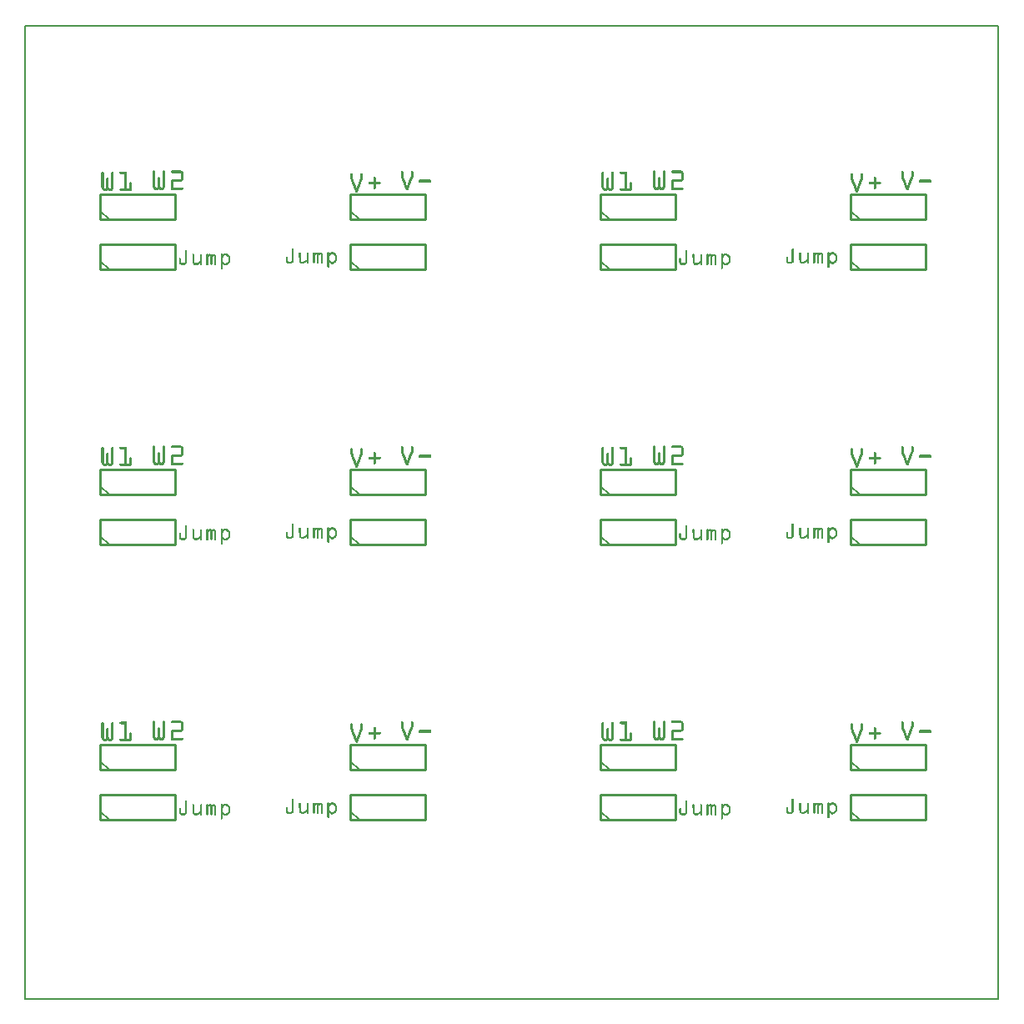
<source format=gto>
G04 MADE WITH FRITZING*
G04 WWW.FRITZING.ORG*
G04 DOUBLE SIDED*
G04 HOLES PLATED*
G04 CONTOUR ON CENTER OF CONTOUR VECTOR*
%ASAXBY*%
%FSLAX23Y23*%
%MOIN*%
%OFA0B0*%
%SFA1.0B1.0*%
%ADD10R,3.897640X3.897640X3.881640X3.881640*%
%ADD11C,0.008000*%
%ADD12C,0.010000*%
%ADD13C,0.005000*%
%ADD14R,0.001000X0.001000*%
%LNSILK1*%
G90*
G70*
G54D11*
X4Y3894D02*
X3894Y3894D01*
X3894Y4D01*
X4Y4D01*
X4Y3894D01*
D02*
G54D12*
X303Y918D02*
X603Y918D01*
D02*
X603Y918D02*
X603Y1018D01*
D02*
X603Y1018D02*
X303Y1018D01*
D02*
X303Y1018D02*
X303Y918D01*
G54D13*
D02*
X338Y918D02*
X303Y953D01*
G54D12*
D02*
X1303Y918D02*
X1603Y918D01*
D02*
X1603Y918D02*
X1603Y1018D01*
D02*
X1603Y1018D02*
X1303Y1018D01*
D02*
X1303Y1018D02*
X1303Y918D01*
G54D13*
D02*
X1338Y918D02*
X1303Y953D01*
G54D12*
D02*
X1303Y718D02*
X1603Y718D01*
D02*
X1603Y718D02*
X1603Y818D01*
D02*
X1603Y818D02*
X1303Y818D01*
D02*
X1303Y818D02*
X1303Y718D01*
G54D13*
D02*
X1338Y718D02*
X1303Y753D01*
G54D12*
D02*
X303Y718D02*
X603Y718D01*
D02*
X603Y718D02*
X603Y818D01*
D02*
X603Y818D02*
X303Y818D01*
D02*
X303Y818D02*
X303Y718D01*
G54D13*
D02*
X338Y718D02*
X303Y753D01*
G54D12*
D02*
X2303Y918D02*
X2603Y918D01*
D02*
X2603Y918D02*
X2603Y1018D01*
D02*
X2603Y1018D02*
X2303Y1018D01*
D02*
X2303Y1018D02*
X2303Y918D01*
G54D13*
D02*
X2338Y918D02*
X2303Y953D01*
G54D12*
D02*
X3303Y918D02*
X3603Y918D01*
D02*
X3603Y918D02*
X3603Y1018D01*
D02*
X3603Y1018D02*
X3303Y1018D01*
D02*
X3303Y1018D02*
X3303Y918D01*
G54D13*
D02*
X3338Y918D02*
X3303Y953D01*
G54D12*
D02*
X3303Y718D02*
X3603Y718D01*
D02*
X3603Y718D02*
X3603Y818D01*
D02*
X3603Y818D02*
X3303Y818D01*
D02*
X3303Y818D02*
X3303Y718D01*
G54D13*
D02*
X3338Y718D02*
X3303Y753D01*
G54D12*
D02*
X2303Y718D02*
X2603Y718D01*
D02*
X2603Y718D02*
X2603Y818D01*
D02*
X2603Y818D02*
X2303Y818D01*
D02*
X2303Y818D02*
X2303Y718D01*
G54D13*
D02*
X2338Y718D02*
X2303Y753D01*
G54D12*
D02*
X303Y2018D02*
X603Y2018D01*
D02*
X603Y2018D02*
X603Y2118D01*
D02*
X603Y2118D02*
X303Y2118D01*
D02*
X303Y2118D02*
X303Y2018D01*
G54D13*
D02*
X338Y2018D02*
X303Y2053D01*
G54D12*
D02*
X1303Y2018D02*
X1603Y2018D01*
D02*
X1603Y2018D02*
X1603Y2118D01*
D02*
X1603Y2118D02*
X1303Y2118D01*
D02*
X1303Y2118D02*
X1303Y2018D01*
G54D13*
D02*
X1338Y2018D02*
X1303Y2053D01*
G54D12*
D02*
X1303Y1818D02*
X1603Y1818D01*
D02*
X1603Y1818D02*
X1603Y1918D01*
D02*
X1603Y1918D02*
X1303Y1918D01*
D02*
X1303Y1918D02*
X1303Y1818D01*
G54D13*
D02*
X1338Y1818D02*
X1303Y1853D01*
G54D12*
D02*
X3303Y1818D02*
X3603Y1818D01*
D02*
X3603Y1818D02*
X3603Y1918D01*
D02*
X3603Y1918D02*
X3303Y1918D01*
D02*
X3303Y1918D02*
X3303Y1818D01*
G54D13*
D02*
X3338Y1818D02*
X3303Y1853D01*
G54D12*
D02*
X303Y1818D02*
X603Y1818D01*
D02*
X603Y1818D02*
X603Y1918D01*
D02*
X603Y1918D02*
X303Y1918D01*
D02*
X303Y1918D02*
X303Y1818D01*
G54D13*
D02*
X338Y1818D02*
X303Y1853D01*
G54D12*
D02*
X2303Y1818D02*
X2603Y1818D01*
D02*
X2603Y1818D02*
X2603Y1918D01*
D02*
X2603Y1918D02*
X2303Y1918D01*
D02*
X2303Y1918D02*
X2303Y1818D01*
G54D13*
D02*
X2338Y1818D02*
X2303Y1853D01*
G54D12*
D02*
X2303Y2018D02*
X2603Y2018D01*
D02*
X2603Y2018D02*
X2603Y2118D01*
D02*
X2603Y2118D02*
X2303Y2118D01*
D02*
X2303Y2118D02*
X2303Y2018D01*
G54D13*
D02*
X2338Y2018D02*
X2303Y2053D01*
G54D12*
D02*
X3303Y2018D02*
X3603Y2018D01*
D02*
X3603Y2018D02*
X3603Y2118D01*
D02*
X3603Y2118D02*
X3303Y2118D01*
D02*
X3303Y2118D02*
X3303Y2018D01*
G54D13*
D02*
X3338Y2018D02*
X3303Y2053D01*
G54D12*
D02*
X303Y3118D02*
X603Y3118D01*
D02*
X603Y3118D02*
X603Y3218D01*
D02*
X603Y3218D02*
X303Y3218D01*
D02*
X303Y3218D02*
X303Y3118D01*
G54D13*
D02*
X338Y3118D02*
X303Y3153D01*
G54D12*
D02*
X1303Y3118D02*
X1603Y3118D01*
D02*
X1603Y3118D02*
X1603Y3218D01*
D02*
X1603Y3218D02*
X1303Y3218D01*
D02*
X1303Y3218D02*
X1303Y3118D01*
G54D13*
D02*
X1338Y3118D02*
X1303Y3153D01*
G54D12*
D02*
X1303Y2918D02*
X1603Y2918D01*
D02*
X1603Y2918D02*
X1603Y3018D01*
D02*
X1603Y3018D02*
X1303Y3018D01*
D02*
X1303Y3018D02*
X1303Y2918D01*
G54D13*
D02*
X1338Y2918D02*
X1303Y2953D01*
G54D12*
D02*
X3303Y2918D02*
X3603Y2918D01*
D02*
X3603Y2918D02*
X3603Y3018D01*
D02*
X3603Y3018D02*
X3303Y3018D01*
D02*
X3303Y3018D02*
X3303Y2918D01*
G54D13*
D02*
X3338Y2918D02*
X3303Y2953D01*
G54D12*
D02*
X303Y2918D02*
X603Y2918D01*
D02*
X603Y2918D02*
X603Y3018D01*
D02*
X603Y3018D02*
X303Y3018D01*
D02*
X303Y3018D02*
X303Y2918D01*
G54D13*
D02*
X338Y2918D02*
X303Y2953D01*
G54D12*
D02*
X2303Y2918D02*
X2603Y2918D01*
D02*
X2603Y2918D02*
X2603Y3018D01*
D02*
X2603Y3018D02*
X2303Y3018D01*
D02*
X2303Y3018D02*
X2303Y2918D01*
G54D13*
D02*
X2338Y2918D02*
X2303Y2953D01*
G54D12*
D02*
X2303Y3118D02*
X2603Y3118D01*
D02*
X2603Y3118D02*
X2603Y3218D01*
D02*
X2603Y3218D02*
X2303Y3218D01*
D02*
X2303Y3218D02*
X2303Y3118D01*
G54D13*
D02*
X2338Y3118D02*
X2303Y3153D01*
G54D12*
D02*
X3303Y3118D02*
X3603Y3118D01*
D02*
X3603Y3118D02*
X3603Y3218D01*
D02*
X3603Y3218D02*
X3303Y3218D01*
D02*
X3303Y3218D02*
X3303Y3118D01*
G54D13*
D02*
X3338Y3118D02*
X3303Y3153D01*
G54D14*
X518Y3314D02*
X518Y3314D01*
X558Y3314D02*
X558Y3314D01*
X590Y3314D02*
X625Y3314D01*
X2518Y3314D02*
X2518Y3314D01*
X2557Y3314D02*
X2558Y3314D01*
X2590Y3314D02*
X2625Y3314D01*
X516Y3313D02*
X521Y3313D01*
X555Y3313D02*
X560Y3313D01*
X588Y3313D02*
X629Y3313D01*
X2515Y3313D02*
X2520Y3313D01*
X2555Y3313D02*
X2560Y3313D01*
X2587Y3313D02*
X2628Y3313D01*
X515Y3312D02*
X522Y3312D01*
X554Y3312D02*
X561Y3312D01*
X587Y3312D02*
X630Y3312D01*
X1508Y3312D02*
X1511Y3312D01*
X1548Y3312D02*
X1551Y3312D01*
X2514Y3312D02*
X2521Y3312D01*
X2554Y3312D02*
X2561Y3312D01*
X2586Y3312D02*
X2630Y3312D01*
X3508Y3312D02*
X3511Y3312D01*
X3548Y3312D02*
X3551Y3312D01*
X514Y3311D02*
X522Y3311D01*
X554Y3311D02*
X562Y3311D01*
X586Y3311D02*
X631Y3311D01*
X1507Y3311D02*
X1513Y3311D01*
X1547Y3311D02*
X1552Y3311D01*
X2514Y3311D02*
X2522Y3311D01*
X2553Y3311D02*
X2562Y3311D01*
X2586Y3311D02*
X2631Y3311D01*
X3507Y3311D02*
X3512Y3311D01*
X3546Y3311D02*
X3552Y3311D01*
X311Y3310D02*
X315Y3310D01*
X351Y3310D02*
X355Y3310D01*
X383Y3310D02*
X409Y3310D01*
X514Y3310D02*
X523Y3310D01*
X553Y3310D02*
X562Y3310D01*
X586Y3310D02*
X632Y3310D01*
X1506Y3310D02*
X1514Y3310D01*
X1546Y3310D02*
X1553Y3310D01*
X2311Y3310D02*
X2315Y3310D01*
X2350Y3310D02*
X2354Y3310D01*
X2383Y3310D02*
X2409Y3310D01*
X2513Y3310D02*
X2522Y3310D01*
X2553Y3310D02*
X2562Y3310D01*
X2585Y3310D02*
X2632Y3310D01*
X3506Y3310D02*
X3513Y3310D01*
X3545Y3310D02*
X3553Y3310D01*
X310Y3309D02*
X316Y3309D01*
X349Y3309D02*
X356Y3309D01*
X382Y3309D02*
X409Y3309D01*
X514Y3309D02*
X523Y3309D01*
X553Y3309D02*
X562Y3309D01*
X586Y3309D02*
X633Y3309D01*
X1506Y3309D02*
X1514Y3309D01*
X1545Y3309D02*
X1554Y3309D01*
X2309Y3309D02*
X2316Y3309D01*
X2349Y3309D02*
X2356Y3309D01*
X2381Y3309D02*
X2409Y3309D01*
X2513Y3309D02*
X2522Y3309D01*
X2553Y3309D02*
X2562Y3309D01*
X2585Y3309D02*
X2633Y3309D01*
X3505Y3309D02*
X3514Y3309D01*
X3545Y3309D02*
X3554Y3309D01*
X309Y3308D02*
X317Y3308D01*
X349Y3308D02*
X357Y3308D01*
X381Y3308D02*
X409Y3308D01*
X514Y3308D02*
X523Y3308D01*
X553Y3308D02*
X562Y3308D01*
X586Y3308D02*
X634Y3308D01*
X1505Y3308D02*
X1514Y3308D01*
X1545Y3308D02*
X1554Y3308D01*
X2309Y3308D02*
X2317Y3308D01*
X2348Y3308D02*
X2356Y3308D01*
X2381Y3308D02*
X2409Y3308D01*
X2513Y3308D02*
X2522Y3308D01*
X2553Y3308D02*
X2562Y3308D01*
X2585Y3308D02*
X2633Y3308D01*
X3505Y3308D02*
X3514Y3308D01*
X3545Y3308D02*
X3554Y3308D01*
X309Y3307D02*
X317Y3307D01*
X348Y3307D02*
X357Y3307D01*
X381Y3307D02*
X409Y3307D01*
X514Y3307D02*
X523Y3307D01*
X553Y3307D02*
X562Y3307D01*
X586Y3307D02*
X634Y3307D01*
X1505Y3307D02*
X1514Y3307D01*
X1545Y3307D02*
X1554Y3307D01*
X2308Y3307D02*
X2317Y3307D01*
X2348Y3307D02*
X2357Y3307D01*
X2380Y3307D02*
X2409Y3307D01*
X2513Y3307D02*
X2522Y3307D01*
X2553Y3307D02*
X2562Y3307D01*
X2586Y3307D02*
X2634Y3307D01*
X3505Y3307D02*
X3514Y3307D01*
X3545Y3307D02*
X3554Y3307D01*
X308Y3306D02*
X318Y3306D01*
X348Y3306D02*
X357Y3306D01*
X380Y3306D02*
X409Y3306D01*
X514Y3306D02*
X523Y3306D01*
X553Y3306D02*
X562Y3306D01*
X587Y3306D02*
X634Y3306D01*
X1505Y3306D02*
X1514Y3306D01*
X1545Y3306D02*
X1554Y3306D01*
X2308Y3306D02*
X2317Y3306D01*
X2348Y3306D02*
X2357Y3306D01*
X2380Y3306D02*
X2409Y3306D01*
X2513Y3306D02*
X2522Y3306D01*
X2553Y3306D02*
X2562Y3306D01*
X2586Y3306D02*
X2634Y3306D01*
X3505Y3306D02*
X3514Y3306D01*
X3545Y3306D02*
X3554Y3306D01*
X308Y3305D02*
X318Y3305D01*
X348Y3305D02*
X357Y3305D01*
X381Y3305D02*
X409Y3305D01*
X514Y3305D02*
X523Y3305D01*
X553Y3305D02*
X562Y3305D01*
X588Y3305D02*
X634Y3305D01*
X1505Y3305D02*
X1514Y3305D01*
X1545Y3305D02*
X1554Y3305D01*
X2308Y3305D02*
X2317Y3305D01*
X2348Y3305D02*
X2357Y3305D01*
X2380Y3305D02*
X2409Y3305D01*
X2513Y3305D02*
X2522Y3305D01*
X2553Y3305D02*
X2562Y3305D01*
X2587Y3305D02*
X2634Y3305D01*
X3505Y3305D02*
X3514Y3305D01*
X3545Y3305D02*
X3554Y3305D01*
X308Y3304D02*
X318Y3304D01*
X348Y3304D02*
X357Y3304D01*
X381Y3304D02*
X409Y3304D01*
X514Y3304D02*
X523Y3304D01*
X553Y3304D02*
X562Y3304D01*
X590Y3304D02*
X634Y3304D01*
X1505Y3304D02*
X1514Y3304D01*
X1545Y3304D02*
X1554Y3304D01*
X2308Y3304D02*
X2317Y3304D01*
X2348Y3304D02*
X2357Y3304D01*
X2380Y3304D02*
X2409Y3304D01*
X2513Y3304D02*
X2522Y3304D01*
X2553Y3304D02*
X2562Y3304D01*
X2590Y3304D02*
X2634Y3304D01*
X3505Y3304D02*
X3514Y3304D01*
X3545Y3304D02*
X3554Y3304D01*
X308Y3303D02*
X318Y3303D01*
X348Y3303D02*
X357Y3303D01*
X381Y3303D02*
X409Y3303D01*
X514Y3303D02*
X523Y3303D01*
X553Y3303D02*
X562Y3303D01*
X625Y3303D02*
X634Y3303D01*
X1306Y3303D02*
X1311Y3303D01*
X1345Y3303D02*
X1350Y3303D01*
X1505Y3303D02*
X1514Y3303D01*
X1545Y3303D02*
X1554Y3303D01*
X2308Y3303D02*
X2317Y3303D01*
X2348Y3303D02*
X2357Y3303D01*
X2381Y3303D02*
X2409Y3303D01*
X2513Y3303D02*
X2522Y3303D01*
X2553Y3303D02*
X2562Y3303D01*
X2625Y3303D02*
X2634Y3303D01*
X3305Y3303D02*
X3310Y3303D01*
X3345Y3303D02*
X3350Y3303D01*
X3505Y3303D02*
X3514Y3303D01*
X3545Y3303D02*
X3554Y3303D01*
X308Y3302D02*
X318Y3302D01*
X348Y3302D02*
X357Y3302D01*
X382Y3302D02*
X409Y3302D01*
X514Y3302D02*
X523Y3302D01*
X553Y3302D02*
X562Y3302D01*
X625Y3302D02*
X634Y3302D01*
X1305Y3302D02*
X1312Y3302D01*
X1344Y3302D02*
X1351Y3302D01*
X1505Y3302D02*
X1514Y3302D01*
X1545Y3302D02*
X1554Y3302D01*
X2308Y3302D02*
X2317Y3302D01*
X2348Y3302D02*
X2357Y3302D01*
X2382Y3302D02*
X2409Y3302D01*
X2513Y3302D02*
X2522Y3302D01*
X2553Y3302D02*
X2562Y3302D01*
X2625Y3302D02*
X2634Y3302D01*
X3304Y3302D02*
X3311Y3302D01*
X3344Y3302D02*
X3351Y3302D01*
X3505Y3302D02*
X3514Y3302D01*
X3545Y3302D02*
X3554Y3302D01*
X308Y3301D02*
X318Y3301D01*
X348Y3301D02*
X357Y3301D01*
X384Y3301D02*
X409Y3301D01*
X514Y3301D02*
X523Y3301D01*
X553Y3301D02*
X562Y3301D01*
X625Y3301D02*
X634Y3301D01*
X1304Y3301D02*
X1312Y3301D01*
X1344Y3301D02*
X1352Y3301D01*
X1505Y3301D02*
X1514Y3301D01*
X1545Y3301D02*
X1554Y3301D01*
X2308Y3301D02*
X2317Y3301D01*
X2348Y3301D02*
X2357Y3301D01*
X2383Y3301D02*
X2409Y3301D01*
X2513Y3301D02*
X2522Y3301D01*
X2553Y3301D02*
X2562Y3301D01*
X2625Y3301D02*
X2634Y3301D01*
X3304Y3301D02*
X3312Y3301D01*
X3343Y3301D02*
X3352Y3301D01*
X3505Y3301D02*
X3514Y3301D01*
X3545Y3301D02*
X3554Y3301D01*
X308Y3300D02*
X318Y3300D01*
X348Y3300D02*
X357Y3300D01*
X400Y3300D02*
X409Y3300D01*
X514Y3300D02*
X523Y3300D01*
X553Y3300D02*
X562Y3300D01*
X625Y3300D02*
X634Y3300D01*
X1304Y3300D02*
X1313Y3300D01*
X1343Y3300D02*
X1352Y3300D01*
X1505Y3300D02*
X1514Y3300D01*
X1545Y3300D02*
X1554Y3300D01*
X2308Y3300D02*
X2317Y3300D01*
X2348Y3300D02*
X2357Y3300D01*
X2400Y3300D02*
X2409Y3300D01*
X2513Y3300D02*
X2522Y3300D01*
X2553Y3300D02*
X2562Y3300D01*
X2625Y3300D02*
X2634Y3300D01*
X3303Y3300D02*
X3312Y3300D01*
X3343Y3300D02*
X3352Y3300D01*
X3505Y3300D02*
X3514Y3300D01*
X3545Y3300D02*
X3554Y3300D01*
X308Y3299D02*
X318Y3299D01*
X348Y3299D02*
X357Y3299D01*
X400Y3299D02*
X409Y3299D01*
X514Y3299D02*
X523Y3299D01*
X553Y3299D02*
X562Y3299D01*
X625Y3299D02*
X634Y3299D01*
X1304Y3299D02*
X1313Y3299D01*
X1343Y3299D02*
X1352Y3299D01*
X1505Y3299D02*
X1514Y3299D01*
X1545Y3299D02*
X1554Y3299D01*
X2308Y3299D02*
X2317Y3299D01*
X2348Y3299D02*
X2357Y3299D01*
X2400Y3299D02*
X2409Y3299D01*
X2513Y3299D02*
X2522Y3299D01*
X2553Y3299D02*
X2562Y3299D01*
X2625Y3299D02*
X2634Y3299D01*
X3303Y3299D02*
X3312Y3299D01*
X3343Y3299D02*
X3352Y3299D01*
X3505Y3299D02*
X3514Y3299D01*
X3545Y3299D02*
X3554Y3299D01*
X308Y3298D02*
X318Y3298D01*
X348Y3298D02*
X357Y3298D01*
X400Y3298D02*
X409Y3298D01*
X514Y3298D02*
X523Y3298D01*
X553Y3298D02*
X562Y3298D01*
X625Y3298D02*
X634Y3298D01*
X1304Y3298D02*
X1313Y3298D01*
X1343Y3298D02*
X1352Y3298D01*
X1505Y3298D02*
X1514Y3298D01*
X1545Y3298D02*
X1554Y3298D01*
X2308Y3298D02*
X2317Y3298D01*
X2348Y3298D02*
X2357Y3298D01*
X2400Y3298D02*
X2409Y3298D01*
X2513Y3298D02*
X2522Y3298D01*
X2553Y3298D02*
X2562Y3298D01*
X2625Y3298D02*
X2634Y3298D01*
X3303Y3298D02*
X3312Y3298D01*
X3343Y3298D02*
X3352Y3298D01*
X3505Y3298D02*
X3514Y3298D01*
X3545Y3298D02*
X3554Y3298D01*
X308Y3297D02*
X318Y3297D01*
X348Y3297D02*
X357Y3297D01*
X400Y3297D02*
X409Y3297D01*
X514Y3297D02*
X523Y3297D01*
X553Y3297D02*
X562Y3297D01*
X625Y3297D02*
X634Y3297D01*
X1304Y3297D02*
X1313Y3297D01*
X1343Y3297D02*
X1352Y3297D01*
X1505Y3297D02*
X1514Y3297D01*
X1545Y3297D02*
X1554Y3297D01*
X2308Y3297D02*
X2317Y3297D01*
X2348Y3297D02*
X2357Y3297D01*
X2400Y3297D02*
X2409Y3297D01*
X2513Y3297D02*
X2522Y3297D01*
X2553Y3297D02*
X2562Y3297D01*
X2625Y3297D02*
X2634Y3297D01*
X3303Y3297D02*
X3312Y3297D01*
X3343Y3297D02*
X3352Y3297D01*
X3505Y3297D02*
X3514Y3297D01*
X3545Y3297D02*
X3554Y3297D01*
X308Y3296D02*
X318Y3296D01*
X348Y3296D02*
X357Y3296D01*
X400Y3296D02*
X409Y3296D01*
X514Y3296D02*
X523Y3296D01*
X553Y3296D02*
X562Y3296D01*
X625Y3296D02*
X634Y3296D01*
X1304Y3296D02*
X1313Y3296D01*
X1343Y3296D02*
X1352Y3296D01*
X1505Y3296D02*
X1514Y3296D01*
X1545Y3296D02*
X1554Y3296D01*
X2308Y3296D02*
X2317Y3296D01*
X2348Y3296D02*
X2357Y3296D01*
X2400Y3296D02*
X2409Y3296D01*
X2513Y3296D02*
X2522Y3296D01*
X2553Y3296D02*
X2562Y3296D01*
X2625Y3296D02*
X2634Y3296D01*
X3303Y3296D02*
X3312Y3296D01*
X3343Y3296D02*
X3352Y3296D01*
X3505Y3296D02*
X3514Y3296D01*
X3545Y3296D02*
X3554Y3296D01*
X308Y3295D02*
X318Y3295D01*
X348Y3295D02*
X357Y3295D01*
X400Y3295D02*
X409Y3295D01*
X514Y3295D02*
X523Y3295D01*
X553Y3295D02*
X562Y3295D01*
X625Y3295D02*
X634Y3295D01*
X1304Y3295D02*
X1313Y3295D01*
X1343Y3295D02*
X1352Y3295D01*
X1505Y3295D02*
X1514Y3295D01*
X1545Y3295D02*
X1554Y3295D01*
X2308Y3295D02*
X2317Y3295D01*
X2348Y3295D02*
X2357Y3295D01*
X2400Y3295D02*
X2409Y3295D01*
X2513Y3295D02*
X2522Y3295D01*
X2553Y3295D02*
X2562Y3295D01*
X2625Y3295D02*
X2634Y3295D01*
X3303Y3295D02*
X3312Y3295D01*
X3343Y3295D02*
X3352Y3295D01*
X3505Y3295D02*
X3514Y3295D01*
X3545Y3295D02*
X3554Y3295D01*
X308Y3294D02*
X318Y3294D01*
X348Y3294D02*
X357Y3294D01*
X400Y3294D02*
X409Y3294D01*
X514Y3294D02*
X523Y3294D01*
X553Y3294D02*
X562Y3294D01*
X625Y3294D02*
X634Y3294D01*
X1304Y3294D02*
X1313Y3294D01*
X1343Y3294D02*
X1352Y3294D01*
X1505Y3294D02*
X1514Y3294D01*
X1545Y3294D02*
X1554Y3294D01*
X2308Y3294D02*
X2317Y3294D01*
X2348Y3294D02*
X2357Y3294D01*
X2400Y3294D02*
X2409Y3294D01*
X2513Y3294D02*
X2522Y3294D01*
X2553Y3294D02*
X2562Y3294D01*
X2625Y3294D02*
X2634Y3294D01*
X3303Y3294D02*
X3312Y3294D01*
X3343Y3294D02*
X3352Y3294D01*
X3505Y3294D02*
X3514Y3294D01*
X3545Y3294D02*
X3554Y3294D01*
X308Y3293D02*
X318Y3293D01*
X348Y3293D02*
X357Y3293D01*
X400Y3293D02*
X409Y3293D01*
X514Y3293D02*
X523Y3293D01*
X553Y3293D02*
X562Y3293D01*
X625Y3293D02*
X634Y3293D01*
X1304Y3293D02*
X1313Y3293D01*
X1343Y3293D02*
X1352Y3293D01*
X1505Y3293D02*
X1514Y3293D01*
X1545Y3293D02*
X1554Y3293D01*
X2308Y3293D02*
X2317Y3293D01*
X2348Y3293D02*
X2357Y3293D01*
X2400Y3293D02*
X2409Y3293D01*
X2513Y3293D02*
X2522Y3293D01*
X2553Y3293D02*
X2562Y3293D01*
X2625Y3293D02*
X2634Y3293D01*
X3303Y3293D02*
X3312Y3293D01*
X3343Y3293D02*
X3352Y3293D01*
X3505Y3293D02*
X3514Y3293D01*
X3545Y3293D02*
X3554Y3293D01*
X308Y3292D02*
X318Y3292D01*
X348Y3292D02*
X357Y3292D01*
X400Y3292D02*
X409Y3292D01*
X514Y3292D02*
X523Y3292D01*
X553Y3292D02*
X562Y3292D01*
X625Y3292D02*
X634Y3292D01*
X1304Y3292D02*
X1313Y3292D01*
X1343Y3292D02*
X1352Y3292D01*
X1505Y3292D02*
X1514Y3292D01*
X1545Y3292D02*
X1554Y3292D01*
X2308Y3292D02*
X2317Y3292D01*
X2348Y3292D02*
X2357Y3292D01*
X2400Y3292D02*
X2409Y3292D01*
X2513Y3292D02*
X2522Y3292D01*
X2553Y3292D02*
X2562Y3292D01*
X2625Y3292D02*
X2634Y3292D01*
X3303Y3292D02*
X3312Y3292D01*
X3343Y3292D02*
X3352Y3292D01*
X3505Y3292D02*
X3514Y3292D01*
X3545Y3292D02*
X3554Y3292D01*
X308Y3291D02*
X318Y3291D01*
X348Y3291D02*
X357Y3291D01*
X400Y3291D02*
X409Y3291D01*
X514Y3291D02*
X523Y3291D01*
X553Y3291D02*
X562Y3291D01*
X625Y3291D02*
X634Y3291D01*
X1304Y3291D02*
X1313Y3291D01*
X1343Y3291D02*
X1352Y3291D01*
X1505Y3291D02*
X1515Y3291D01*
X1545Y3291D02*
X1554Y3291D01*
X2308Y3291D02*
X2317Y3291D01*
X2348Y3291D02*
X2357Y3291D01*
X2400Y3291D02*
X2409Y3291D01*
X2513Y3291D02*
X2522Y3291D01*
X2553Y3291D02*
X2562Y3291D01*
X2625Y3291D02*
X2634Y3291D01*
X3303Y3291D02*
X3312Y3291D01*
X3343Y3291D02*
X3352Y3291D01*
X3505Y3291D02*
X3514Y3291D01*
X3545Y3291D02*
X3554Y3291D01*
X308Y3290D02*
X318Y3290D01*
X348Y3290D02*
X357Y3290D01*
X400Y3290D02*
X409Y3290D01*
X514Y3290D02*
X523Y3290D01*
X553Y3290D02*
X562Y3290D01*
X625Y3290D02*
X634Y3290D01*
X1304Y3290D02*
X1313Y3290D01*
X1343Y3290D02*
X1352Y3290D01*
X1505Y3290D02*
X1515Y3290D01*
X1545Y3290D02*
X1554Y3290D01*
X2308Y3290D02*
X2317Y3290D01*
X2348Y3290D02*
X2357Y3290D01*
X2400Y3290D02*
X2409Y3290D01*
X2513Y3290D02*
X2522Y3290D01*
X2553Y3290D02*
X2562Y3290D01*
X2625Y3290D02*
X2634Y3290D01*
X3303Y3290D02*
X3312Y3290D01*
X3343Y3290D02*
X3352Y3290D01*
X3505Y3290D02*
X3515Y3290D01*
X3544Y3290D02*
X3554Y3290D01*
X308Y3289D02*
X318Y3289D01*
X348Y3289D02*
X357Y3289D01*
X400Y3289D02*
X409Y3289D01*
X514Y3289D02*
X523Y3289D01*
X553Y3289D02*
X562Y3289D01*
X625Y3289D02*
X634Y3289D01*
X1304Y3289D02*
X1313Y3289D01*
X1343Y3289D02*
X1352Y3289D01*
X1398Y3289D02*
X1402Y3289D01*
X1505Y3289D02*
X1515Y3289D01*
X1544Y3289D02*
X1554Y3289D01*
X2308Y3289D02*
X2317Y3289D01*
X2348Y3289D02*
X2357Y3289D01*
X2400Y3289D02*
X2409Y3289D01*
X2513Y3289D02*
X2522Y3289D01*
X2553Y3289D02*
X2562Y3289D01*
X2625Y3289D02*
X2634Y3289D01*
X3303Y3289D02*
X3312Y3289D01*
X3343Y3289D02*
X3352Y3289D01*
X3397Y3289D02*
X3402Y3289D01*
X3505Y3289D02*
X3515Y3289D01*
X3544Y3289D02*
X3554Y3289D01*
X308Y3288D02*
X318Y3288D01*
X348Y3288D02*
X357Y3288D01*
X400Y3288D02*
X409Y3288D01*
X514Y3288D02*
X523Y3288D01*
X536Y3288D02*
X540Y3288D01*
X553Y3288D02*
X562Y3288D01*
X625Y3288D02*
X634Y3288D01*
X1304Y3288D02*
X1313Y3288D01*
X1343Y3288D02*
X1352Y3288D01*
X1397Y3288D02*
X1403Y3288D01*
X1506Y3288D02*
X1516Y3288D01*
X1544Y3288D02*
X1554Y3288D01*
X2308Y3288D02*
X2317Y3288D01*
X2348Y3288D02*
X2357Y3288D01*
X2400Y3288D02*
X2409Y3288D01*
X2513Y3288D02*
X2522Y3288D01*
X2536Y3288D02*
X2540Y3288D01*
X2553Y3288D02*
X2562Y3288D01*
X2625Y3288D02*
X2634Y3288D01*
X3303Y3288D02*
X3312Y3288D01*
X3343Y3288D02*
X3352Y3288D01*
X3396Y3288D02*
X3403Y3288D01*
X3505Y3288D02*
X3515Y3288D01*
X3543Y3288D02*
X3553Y3288D01*
X308Y3287D02*
X318Y3287D01*
X348Y3287D02*
X357Y3287D01*
X400Y3287D02*
X409Y3287D01*
X514Y3287D02*
X523Y3287D01*
X535Y3287D02*
X541Y3287D01*
X553Y3287D02*
X562Y3287D01*
X625Y3287D02*
X634Y3287D01*
X1304Y3287D02*
X1313Y3287D01*
X1343Y3287D02*
X1352Y3287D01*
X1396Y3287D02*
X1404Y3287D01*
X1506Y3287D02*
X1516Y3287D01*
X1543Y3287D02*
X1553Y3287D01*
X2308Y3287D02*
X2317Y3287D01*
X2348Y3287D02*
X2357Y3287D01*
X2400Y3287D02*
X2409Y3287D01*
X2513Y3287D02*
X2522Y3287D01*
X2535Y3287D02*
X2541Y3287D01*
X2553Y3287D02*
X2562Y3287D01*
X2625Y3287D02*
X2634Y3287D01*
X3303Y3287D02*
X3312Y3287D01*
X3343Y3287D02*
X3352Y3287D01*
X3396Y3287D02*
X3404Y3287D01*
X3506Y3287D02*
X3516Y3287D01*
X3543Y3287D02*
X3553Y3287D01*
X308Y3286D02*
X318Y3286D01*
X348Y3286D02*
X357Y3286D01*
X400Y3286D02*
X409Y3286D01*
X514Y3286D02*
X523Y3286D01*
X534Y3286D02*
X542Y3286D01*
X553Y3286D02*
X562Y3286D01*
X625Y3286D02*
X634Y3286D01*
X1304Y3286D02*
X1313Y3286D01*
X1343Y3286D02*
X1352Y3286D01*
X1396Y3286D02*
X1404Y3286D01*
X1507Y3286D02*
X1517Y3286D01*
X1543Y3286D02*
X1553Y3286D01*
X2308Y3286D02*
X2317Y3286D01*
X2348Y3286D02*
X2357Y3286D01*
X2400Y3286D02*
X2409Y3286D01*
X2513Y3286D02*
X2522Y3286D01*
X2534Y3286D02*
X2542Y3286D01*
X2553Y3286D02*
X2562Y3286D01*
X2625Y3286D02*
X2634Y3286D01*
X3303Y3286D02*
X3312Y3286D01*
X3343Y3286D02*
X3352Y3286D01*
X3395Y3286D02*
X3404Y3286D01*
X3506Y3286D02*
X3516Y3286D01*
X3543Y3286D02*
X3552Y3286D01*
X308Y3285D02*
X318Y3285D01*
X332Y3285D02*
X334Y3285D01*
X348Y3285D02*
X357Y3285D01*
X400Y3285D02*
X409Y3285D01*
X514Y3285D02*
X523Y3285D01*
X534Y3285D02*
X542Y3285D01*
X553Y3285D02*
X562Y3285D01*
X625Y3285D02*
X634Y3285D01*
X1304Y3285D02*
X1313Y3285D01*
X1343Y3285D02*
X1352Y3285D01*
X1395Y3285D02*
X1404Y3285D01*
X1507Y3285D02*
X1517Y3285D01*
X1543Y3285D02*
X1552Y3285D01*
X2308Y3285D02*
X2317Y3285D01*
X2332Y3285D02*
X2333Y3285D01*
X2348Y3285D02*
X2357Y3285D01*
X2400Y3285D02*
X2409Y3285D01*
X2513Y3285D02*
X2522Y3285D01*
X2533Y3285D02*
X2542Y3285D01*
X2553Y3285D02*
X2562Y3285D01*
X2625Y3285D02*
X2634Y3285D01*
X3303Y3285D02*
X3312Y3285D01*
X3343Y3285D02*
X3352Y3285D01*
X3395Y3285D02*
X3404Y3285D01*
X3507Y3285D02*
X3517Y3285D01*
X3542Y3285D02*
X3552Y3285D01*
X308Y3284D02*
X318Y3284D01*
X330Y3284D02*
X336Y3284D01*
X348Y3284D02*
X357Y3284D01*
X400Y3284D02*
X409Y3284D01*
X514Y3284D02*
X523Y3284D01*
X533Y3284D02*
X543Y3284D01*
X553Y3284D02*
X562Y3284D01*
X625Y3284D02*
X634Y3284D01*
X1304Y3284D02*
X1313Y3284D01*
X1343Y3284D02*
X1352Y3284D01*
X1395Y3284D02*
X1404Y3284D01*
X1507Y3284D02*
X1517Y3284D01*
X1542Y3284D02*
X1552Y3284D01*
X2308Y3284D02*
X2317Y3284D01*
X2330Y3284D02*
X2335Y3284D01*
X2348Y3284D02*
X2357Y3284D01*
X2400Y3284D02*
X2409Y3284D01*
X2513Y3284D02*
X2522Y3284D01*
X2533Y3284D02*
X2542Y3284D01*
X2553Y3284D02*
X2562Y3284D01*
X2625Y3284D02*
X2634Y3284D01*
X3303Y3284D02*
X3312Y3284D01*
X3343Y3284D02*
X3352Y3284D01*
X3395Y3284D02*
X3404Y3284D01*
X3507Y3284D02*
X3517Y3284D01*
X3542Y3284D02*
X3552Y3284D01*
X308Y3283D02*
X318Y3283D01*
X329Y3283D02*
X337Y3283D01*
X348Y3283D02*
X357Y3283D01*
X400Y3283D02*
X409Y3283D01*
X514Y3283D02*
X523Y3283D01*
X533Y3283D02*
X543Y3283D01*
X553Y3283D02*
X562Y3283D01*
X625Y3283D02*
X634Y3283D01*
X1304Y3283D02*
X1313Y3283D01*
X1343Y3283D02*
X1352Y3283D01*
X1395Y3283D02*
X1404Y3283D01*
X1508Y3283D02*
X1518Y3283D01*
X1542Y3283D02*
X1552Y3283D01*
X2308Y3283D02*
X2317Y3283D01*
X2329Y3283D02*
X2336Y3283D01*
X2348Y3283D02*
X2357Y3283D01*
X2400Y3283D02*
X2409Y3283D01*
X2513Y3283D02*
X2522Y3283D01*
X2533Y3283D02*
X2542Y3283D01*
X2553Y3283D02*
X2562Y3283D01*
X2625Y3283D02*
X2634Y3283D01*
X3303Y3283D02*
X3312Y3283D01*
X3343Y3283D02*
X3352Y3283D01*
X3395Y3283D02*
X3404Y3283D01*
X3507Y3283D02*
X3517Y3283D01*
X3541Y3283D02*
X3551Y3283D01*
X308Y3282D02*
X318Y3282D01*
X329Y3282D02*
X337Y3282D01*
X348Y3282D02*
X357Y3282D01*
X400Y3282D02*
X409Y3282D01*
X514Y3282D02*
X523Y3282D01*
X533Y3282D02*
X543Y3282D01*
X553Y3282D02*
X562Y3282D01*
X625Y3282D02*
X634Y3282D01*
X1304Y3282D02*
X1313Y3282D01*
X1343Y3282D02*
X1352Y3282D01*
X1395Y3282D02*
X1404Y3282D01*
X1508Y3282D02*
X1518Y3282D01*
X1541Y3282D02*
X1551Y3282D01*
X2308Y3282D02*
X2317Y3282D01*
X2328Y3282D02*
X2337Y3282D01*
X2348Y3282D02*
X2357Y3282D01*
X2400Y3282D02*
X2409Y3282D01*
X2513Y3282D02*
X2522Y3282D01*
X2533Y3282D02*
X2542Y3282D01*
X2553Y3282D02*
X2562Y3282D01*
X2625Y3282D02*
X2634Y3282D01*
X3303Y3282D02*
X3313Y3282D01*
X3343Y3282D02*
X3352Y3282D01*
X3395Y3282D02*
X3404Y3282D01*
X3508Y3282D02*
X3518Y3282D01*
X3541Y3282D02*
X3551Y3282D01*
X308Y3281D02*
X318Y3281D01*
X328Y3281D02*
X337Y3281D01*
X348Y3281D02*
X357Y3281D01*
X400Y3281D02*
X409Y3281D01*
X514Y3281D02*
X523Y3281D01*
X533Y3281D02*
X543Y3281D01*
X553Y3281D02*
X562Y3281D01*
X625Y3281D02*
X634Y3281D01*
X1304Y3281D02*
X1313Y3281D01*
X1343Y3281D02*
X1352Y3281D01*
X1395Y3281D02*
X1404Y3281D01*
X1509Y3281D02*
X1518Y3281D01*
X1541Y3281D02*
X1551Y3281D01*
X2308Y3281D02*
X2317Y3281D01*
X2328Y3281D02*
X2337Y3281D01*
X2348Y3281D02*
X2357Y3281D01*
X2400Y3281D02*
X2409Y3281D01*
X2513Y3281D02*
X2522Y3281D01*
X2533Y3281D02*
X2542Y3281D01*
X2553Y3281D02*
X2562Y3281D01*
X2625Y3281D02*
X2634Y3281D01*
X3303Y3281D02*
X3313Y3281D01*
X3342Y3281D02*
X3352Y3281D01*
X3395Y3281D02*
X3404Y3281D01*
X3508Y3281D02*
X3518Y3281D01*
X3541Y3281D02*
X3551Y3281D01*
X308Y3280D02*
X318Y3280D01*
X328Y3280D02*
X337Y3280D01*
X348Y3280D02*
X357Y3280D01*
X400Y3280D02*
X409Y3280D01*
X514Y3280D02*
X523Y3280D01*
X533Y3280D02*
X543Y3280D01*
X553Y3280D02*
X562Y3280D01*
X595Y3280D02*
X634Y3280D01*
X1304Y3280D02*
X1314Y3280D01*
X1342Y3280D02*
X1352Y3280D01*
X1395Y3280D02*
X1404Y3280D01*
X1509Y3280D02*
X1519Y3280D01*
X1541Y3280D02*
X1550Y3280D01*
X2308Y3280D02*
X2317Y3280D01*
X2328Y3280D02*
X2337Y3280D01*
X2348Y3280D02*
X2357Y3280D01*
X2400Y3280D02*
X2409Y3280D01*
X2513Y3280D02*
X2522Y3280D01*
X2533Y3280D02*
X2542Y3280D01*
X2553Y3280D02*
X2562Y3280D01*
X2594Y3280D02*
X2634Y3280D01*
X3304Y3280D02*
X3314Y3280D01*
X3342Y3280D02*
X3352Y3280D01*
X3395Y3280D02*
X3404Y3280D01*
X3509Y3280D02*
X3519Y3280D01*
X3540Y3280D02*
X3550Y3280D01*
X308Y3279D02*
X318Y3279D01*
X328Y3279D02*
X337Y3279D01*
X348Y3279D02*
X357Y3279D01*
X400Y3279D02*
X409Y3279D01*
X514Y3279D02*
X523Y3279D01*
X533Y3279D02*
X543Y3279D01*
X553Y3279D02*
X562Y3279D01*
X591Y3279D02*
X634Y3279D01*
X1304Y3279D02*
X1314Y3279D01*
X1342Y3279D02*
X1352Y3279D01*
X1395Y3279D02*
X1404Y3279D01*
X1509Y3279D02*
X1519Y3279D01*
X1540Y3279D02*
X1550Y3279D01*
X2308Y3279D02*
X2317Y3279D01*
X2328Y3279D02*
X2337Y3279D01*
X2348Y3279D02*
X2357Y3279D01*
X2400Y3279D02*
X2409Y3279D01*
X2513Y3279D02*
X2522Y3279D01*
X2533Y3279D02*
X2542Y3279D01*
X2553Y3279D02*
X2562Y3279D01*
X2591Y3279D02*
X2634Y3279D01*
X3304Y3279D02*
X3314Y3279D01*
X3341Y3279D02*
X3351Y3279D01*
X3395Y3279D02*
X3404Y3279D01*
X3509Y3279D02*
X3519Y3279D01*
X3540Y3279D02*
X3550Y3279D01*
X308Y3278D02*
X318Y3278D01*
X328Y3278D02*
X337Y3278D01*
X348Y3278D02*
X357Y3278D01*
X400Y3278D02*
X409Y3278D01*
X514Y3278D02*
X523Y3278D01*
X533Y3278D02*
X543Y3278D01*
X553Y3278D02*
X562Y3278D01*
X590Y3278D02*
X634Y3278D01*
X1305Y3278D02*
X1315Y3278D01*
X1341Y3278D02*
X1351Y3278D01*
X1395Y3278D02*
X1404Y3278D01*
X1510Y3278D02*
X1520Y3278D01*
X1540Y3278D02*
X1550Y3278D01*
X1580Y3278D02*
X1623Y3278D01*
X2308Y3278D02*
X2317Y3278D01*
X2328Y3278D02*
X2337Y3278D01*
X2348Y3278D02*
X2357Y3278D01*
X2400Y3278D02*
X2409Y3278D01*
X2513Y3278D02*
X2522Y3278D01*
X2533Y3278D02*
X2542Y3278D01*
X2553Y3278D02*
X2562Y3278D01*
X2589Y3278D02*
X2634Y3278D01*
X3304Y3278D02*
X3314Y3278D01*
X3341Y3278D02*
X3351Y3278D01*
X3395Y3278D02*
X3404Y3278D01*
X3509Y3278D02*
X3519Y3278D01*
X3539Y3278D02*
X3549Y3278D01*
X3580Y3278D02*
X3623Y3278D01*
X308Y3277D02*
X318Y3277D01*
X328Y3277D02*
X337Y3277D01*
X348Y3277D02*
X357Y3277D01*
X400Y3277D02*
X409Y3277D01*
X514Y3277D02*
X523Y3277D01*
X533Y3277D02*
X543Y3277D01*
X553Y3277D02*
X562Y3277D01*
X589Y3277D02*
X634Y3277D01*
X1305Y3277D02*
X1315Y3277D01*
X1341Y3277D02*
X1351Y3277D01*
X1395Y3277D02*
X1404Y3277D01*
X1510Y3277D02*
X1520Y3277D01*
X1539Y3277D02*
X1549Y3277D01*
X1579Y3277D02*
X1625Y3277D01*
X2308Y3277D02*
X2317Y3277D01*
X2328Y3277D02*
X2337Y3277D01*
X2348Y3277D02*
X2357Y3277D01*
X2400Y3277D02*
X2409Y3277D01*
X2513Y3277D02*
X2522Y3277D01*
X2533Y3277D02*
X2542Y3277D01*
X2553Y3277D02*
X2562Y3277D01*
X2588Y3277D02*
X2634Y3277D01*
X3305Y3277D02*
X3315Y3277D01*
X3341Y3277D02*
X3351Y3277D01*
X3395Y3277D02*
X3404Y3277D01*
X3510Y3277D02*
X3520Y3277D01*
X3539Y3277D02*
X3549Y3277D01*
X3578Y3277D02*
X3624Y3277D01*
X308Y3276D02*
X318Y3276D01*
X328Y3276D02*
X337Y3276D01*
X348Y3276D02*
X357Y3276D01*
X400Y3276D02*
X409Y3276D01*
X514Y3276D02*
X523Y3276D01*
X533Y3276D02*
X543Y3276D01*
X553Y3276D02*
X562Y3276D01*
X588Y3276D02*
X634Y3276D01*
X1305Y3276D02*
X1315Y3276D01*
X1341Y3276D02*
X1350Y3276D01*
X1395Y3276D02*
X1404Y3276D01*
X1510Y3276D02*
X1520Y3276D01*
X1539Y3276D02*
X1549Y3276D01*
X1578Y3276D02*
X1625Y3276D01*
X2308Y3276D02*
X2317Y3276D01*
X2328Y3276D02*
X2337Y3276D01*
X2348Y3276D02*
X2357Y3276D01*
X2400Y3276D02*
X2409Y3276D01*
X2513Y3276D02*
X2522Y3276D01*
X2533Y3276D02*
X2542Y3276D01*
X2553Y3276D02*
X2562Y3276D01*
X2587Y3276D02*
X2633Y3276D01*
X3305Y3276D02*
X3315Y3276D01*
X3340Y3276D02*
X3350Y3276D01*
X3395Y3276D02*
X3404Y3276D01*
X3510Y3276D02*
X3520Y3276D01*
X3539Y3276D02*
X3549Y3276D01*
X3578Y3276D02*
X3625Y3276D01*
X308Y3275D02*
X318Y3275D01*
X328Y3275D02*
X337Y3275D01*
X348Y3275D02*
X357Y3275D01*
X400Y3275D02*
X409Y3275D01*
X514Y3275D02*
X523Y3275D01*
X533Y3275D02*
X543Y3275D01*
X553Y3275D02*
X562Y3275D01*
X587Y3275D02*
X633Y3275D01*
X1306Y3275D02*
X1316Y3275D01*
X1340Y3275D02*
X1350Y3275D01*
X1395Y3275D02*
X1404Y3275D01*
X1511Y3275D02*
X1521Y3275D01*
X1539Y3275D02*
X1549Y3275D01*
X1578Y3275D02*
X1626Y3275D01*
X2308Y3275D02*
X2317Y3275D01*
X2328Y3275D02*
X2337Y3275D01*
X2348Y3275D02*
X2357Y3275D01*
X2400Y3275D02*
X2409Y3275D01*
X2513Y3275D02*
X2522Y3275D01*
X2533Y3275D02*
X2542Y3275D01*
X2553Y3275D02*
X2562Y3275D01*
X2587Y3275D02*
X2633Y3275D01*
X3306Y3275D02*
X3315Y3275D01*
X3340Y3275D02*
X3350Y3275D01*
X3395Y3275D02*
X3404Y3275D01*
X3511Y3275D02*
X3520Y3275D01*
X3538Y3275D02*
X3548Y3275D01*
X3577Y3275D02*
X3626Y3275D01*
X308Y3274D02*
X318Y3274D01*
X328Y3274D02*
X337Y3274D01*
X348Y3274D02*
X357Y3274D01*
X400Y3274D02*
X409Y3274D01*
X514Y3274D02*
X523Y3274D01*
X533Y3274D02*
X543Y3274D01*
X553Y3274D02*
X562Y3274D01*
X586Y3274D02*
X632Y3274D01*
X1306Y3274D02*
X1316Y3274D01*
X1340Y3274D02*
X1350Y3274D01*
X1395Y3274D02*
X1404Y3274D01*
X1511Y3274D02*
X1521Y3274D01*
X1538Y3274D02*
X1548Y3274D01*
X1577Y3274D02*
X1626Y3274D01*
X2308Y3274D02*
X2317Y3274D01*
X2328Y3274D02*
X2337Y3274D01*
X2348Y3274D02*
X2357Y3274D01*
X2400Y3274D02*
X2409Y3274D01*
X2513Y3274D02*
X2522Y3274D01*
X2533Y3274D02*
X2542Y3274D01*
X2553Y3274D02*
X2562Y3274D01*
X2586Y3274D02*
X2632Y3274D01*
X3306Y3274D02*
X3316Y3274D01*
X3339Y3274D02*
X3349Y3274D01*
X3395Y3274D02*
X3404Y3274D01*
X3511Y3274D02*
X3521Y3274D01*
X3538Y3274D02*
X3548Y3274D01*
X3577Y3274D02*
X3626Y3274D01*
X308Y3273D02*
X318Y3273D01*
X328Y3273D02*
X337Y3273D01*
X348Y3273D02*
X357Y3273D01*
X400Y3273D02*
X409Y3273D01*
X514Y3273D02*
X523Y3273D01*
X533Y3273D02*
X543Y3273D01*
X553Y3273D02*
X562Y3273D01*
X586Y3273D02*
X631Y3273D01*
X1307Y3273D02*
X1317Y3273D01*
X1339Y3273D02*
X1349Y3273D01*
X1395Y3273D02*
X1404Y3273D01*
X1512Y3273D02*
X1522Y3273D01*
X1538Y3273D02*
X1548Y3273D01*
X1577Y3273D02*
X1626Y3273D01*
X2308Y3273D02*
X2317Y3273D01*
X2328Y3273D02*
X2337Y3273D01*
X2348Y3273D02*
X2357Y3273D01*
X2400Y3273D02*
X2409Y3273D01*
X2513Y3273D02*
X2522Y3273D01*
X2533Y3273D02*
X2542Y3273D01*
X2553Y3273D02*
X2562Y3273D01*
X2586Y3273D02*
X2631Y3273D01*
X3306Y3273D02*
X3316Y3273D01*
X3339Y3273D02*
X3349Y3273D01*
X3395Y3273D02*
X3404Y3273D01*
X3511Y3273D02*
X3521Y3273D01*
X3538Y3273D02*
X3547Y3273D01*
X3577Y3273D02*
X3626Y3273D01*
X308Y3272D02*
X318Y3272D01*
X328Y3272D02*
X337Y3272D01*
X348Y3272D02*
X357Y3272D01*
X400Y3272D02*
X409Y3272D01*
X514Y3272D02*
X523Y3272D01*
X533Y3272D02*
X543Y3272D01*
X553Y3272D02*
X562Y3272D01*
X586Y3272D02*
X630Y3272D01*
X1307Y3272D02*
X1317Y3272D01*
X1339Y3272D02*
X1349Y3272D01*
X1395Y3272D02*
X1404Y3272D01*
X1512Y3272D02*
X1522Y3272D01*
X1537Y3272D02*
X1547Y3272D01*
X1577Y3272D02*
X1626Y3272D01*
X2308Y3272D02*
X2317Y3272D01*
X2328Y3272D02*
X2337Y3272D01*
X2348Y3272D02*
X2357Y3272D01*
X2400Y3272D02*
X2409Y3272D01*
X2513Y3272D02*
X2522Y3272D01*
X2533Y3272D02*
X2542Y3272D01*
X2553Y3272D02*
X2562Y3272D01*
X2586Y3272D02*
X2630Y3272D01*
X3307Y3272D02*
X3317Y3272D01*
X3339Y3272D02*
X3349Y3272D01*
X3395Y3272D02*
X3404Y3272D01*
X3512Y3272D02*
X3522Y3272D01*
X3537Y3272D02*
X3547Y3272D01*
X3577Y3272D02*
X3626Y3272D01*
X308Y3271D02*
X318Y3271D01*
X328Y3271D02*
X337Y3271D01*
X348Y3271D02*
X357Y3271D01*
X400Y3271D02*
X409Y3271D01*
X514Y3271D02*
X523Y3271D01*
X533Y3271D02*
X543Y3271D01*
X553Y3271D02*
X562Y3271D01*
X586Y3271D02*
X629Y3271D01*
X1307Y3271D02*
X1317Y3271D01*
X1339Y3271D02*
X1349Y3271D01*
X1395Y3271D02*
X1404Y3271D01*
X1512Y3271D02*
X1522Y3271D01*
X1537Y3271D02*
X1547Y3271D01*
X1577Y3271D02*
X1626Y3271D01*
X2308Y3271D02*
X2317Y3271D01*
X2328Y3271D02*
X2337Y3271D01*
X2348Y3271D02*
X2357Y3271D01*
X2400Y3271D02*
X2409Y3271D01*
X2513Y3271D02*
X2522Y3271D01*
X2533Y3271D02*
X2542Y3271D01*
X2553Y3271D02*
X2562Y3271D01*
X2585Y3271D02*
X2628Y3271D01*
X3307Y3271D02*
X3317Y3271D01*
X3338Y3271D02*
X3348Y3271D01*
X3395Y3271D02*
X3404Y3271D01*
X3512Y3271D02*
X3522Y3271D01*
X3537Y3271D02*
X3547Y3271D01*
X3577Y3271D02*
X3626Y3271D01*
X308Y3270D02*
X318Y3270D01*
X328Y3270D02*
X337Y3270D01*
X348Y3270D02*
X357Y3270D01*
X400Y3270D02*
X409Y3270D01*
X514Y3270D02*
X523Y3270D01*
X533Y3270D02*
X543Y3270D01*
X553Y3270D02*
X562Y3270D01*
X586Y3270D02*
X595Y3270D01*
X1308Y3270D02*
X1318Y3270D01*
X1338Y3270D02*
X1348Y3270D01*
X1380Y3270D02*
X1420Y3270D01*
X1513Y3270D02*
X1523Y3270D01*
X1537Y3270D02*
X1547Y3270D01*
X1577Y3270D02*
X1626Y3270D01*
X2308Y3270D02*
X2317Y3270D01*
X2328Y3270D02*
X2337Y3270D01*
X2348Y3270D02*
X2357Y3270D01*
X2400Y3270D02*
X2409Y3270D01*
X2513Y3270D02*
X2522Y3270D01*
X2533Y3270D02*
X2542Y3270D01*
X2553Y3270D02*
X2562Y3270D01*
X2585Y3270D02*
X2595Y3270D01*
X3308Y3270D02*
X3317Y3270D01*
X3338Y3270D02*
X3348Y3270D01*
X3379Y3270D02*
X3420Y3270D01*
X3512Y3270D02*
X3522Y3270D01*
X3536Y3270D02*
X3546Y3270D01*
X3577Y3270D02*
X3626Y3270D01*
X308Y3269D02*
X318Y3269D01*
X328Y3269D02*
X337Y3269D01*
X348Y3269D02*
X357Y3269D01*
X400Y3269D02*
X409Y3269D01*
X514Y3269D02*
X523Y3269D01*
X533Y3269D02*
X543Y3269D01*
X553Y3269D02*
X562Y3269D01*
X586Y3269D02*
X595Y3269D01*
X1308Y3269D02*
X1318Y3269D01*
X1338Y3269D02*
X1348Y3269D01*
X1378Y3269D02*
X1422Y3269D01*
X1513Y3269D02*
X1523Y3269D01*
X1536Y3269D02*
X1546Y3269D01*
X1577Y3269D02*
X1626Y3269D01*
X2308Y3269D02*
X2317Y3269D01*
X2328Y3269D02*
X2337Y3269D01*
X2348Y3269D02*
X2357Y3269D01*
X2400Y3269D02*
X2409Y3269D01*
X2513Y3269D02*
X2522Y3269D01*
X2533Y3269D02*
X2542Y3269D01*
X2553Y3269D02*
X2562Y3269D01*
X2585Y3269D02*
X2594Y3269D01*
X3308Y3269D02*
X3318Y3269D01*
X3338Y3269D02*
X3347Y3269D01*
X3377Y3269D02*
X3422Y3269D01*
X3513Y3269D02*
X3523Y3269D01*
X3536Y3269D02*
X3546Y3269D01*
X3577Y3269D02*
X3626Y3269D01*
X308Y3268D02*
X318Y3268D01*
X328Y3268D02*
X337Y3268D01*
X348Y3268D02*
X357Y3268D01*
X400Y3268D02*
X409Y3268D01*
X423Y3268D02*
X426Y3268D01*
X514Y3268D02*
X523Y3268D01*
X533Y3268D02*
X543Y3268D01*
X553Y3268D02*
X562Y3268D01*
X586Y3268D02*
X595Y3268D01*
X1309Y3268D02*
X1319Y3268D01*
X1337Y3268D02*
X1347Y3268D01*
X1377Y3268D02*
X1423Y3268D01*
X1514Y3268D02*
X1524Y3268D01*
X1536Y3268D02*
X1546Y3268D01*
X1577Y3268D02*
X1626Y3268D01*
X2308Y3268D02*
X2317Y3268D01*
X2328Y3268D02*
X2337Y3268D01*
X2348Y3268D02*
X2357Y3268D01*
X2400Y3268D02*
X2409Y3268D01*
X2423Y3268D02*
X2426Y3268D01*
X2513Y3268D02*
X2522Y3268D01*
X2533Y3268D02*
X2542Y3268D01*
X2553Y3268D02*
X2562Y3268D01*
X2585Y3268D02*
X2594Y3268D01*
X3308Y3268D02*
X3318Y3268D01*
X3337Y3268D02*
X3347Y3268D01*
X3376Y3268D02*
X3423Y3268D01*
X3513Y3268D02*
X3523Y3268D01*
X3536Y3268D02*
X3545Y3268D01*
X3577Y3268D02*
X3626Y3268D01*
X308Y3267D02*
X318Y3267D01*
X328Y3267D02*
X337Y3267D01*
X348Y3267D02*
X357Y3267D01*
X400Y3267D02*
X409Y3267D01*
X422Y3267D02*
X428Y3267D01*
X514Y3267D02*
X523Y3267D01*
X533Y3267D02*
X543Y3267D01*
X553Y3267D02*
X562Y3267D01*
X586Y3267D02*
X595Y3267D01*
X1309Y3267D02*
X1319Y3267D01*
X1337Y3267D02*
X1347Y3267D01*
X1376Y3267D02*
X1424Y3267D01*
X1514Y3267D02*
X1524Y3267D01*
X1536Y3267D02*
X1545Y3267D01*
X1578Y3267D02*
X1626Y3267D01*
X2308Y3267D02*
X2317Y3267D01*
X2328Y3267D02*
X2337Y3267D01*
X2348Y3267D02*
X2357Y3267D01*
X2400Y3267D02*
X2409Y3267D01*
X2421Y3267D02*
X2427Y3267D01*
X2513Y3267D02*
X2522Y3267D01*
X2533Y3267D02*
X2542Y3267D01*
X2553Y3267D02*
X2562Y3267D01*
X2585Y3267D02*
X2594Y3267D01*
X3309Y3267D02*
X3319Y3267D01*
X3337Y3267D02*
X3347Y3267D01*
X3376Y3267D02*
X3424Y3267D01*
X3514Y3267D02*
X3524Y3267D01*
X3535Y3267D02*
X3545Y3267D01*
X3577Y3267D02*
X3625Y3267D01*
X308Y3266D02*
X318Y3266D01*
X328Y3266D02*
X337Y3266D01*
X348Y3266D02*
X357Y3266D01*
X400Y3266D02*
X409Y3266D01*
X421Y3266D02*
X428Y3266D01*
X514Y3266D02*
X523Y3266D01*
X533Y3266D02*
X543Y3266D01*
X553Y3266D02*
X562Y3266D01*
X586Y3266D02*
X595Y3266D01*
X1309Y3266D02*
X1319Y3266D01*
X1337Y3266D02*
X1347Y3266D01*
X1376Y3266D02*
X1424Y3266D01*
X1514Y3266D02*
X1524Y3266D01*
X1535Y3266D02*
X1545Y3266D01*
X1578Y3266D02*
X1625Y3266D01*
X2308Y3266D02*
X2317Y3266D01*
X2328Y3266D02*
X2337Y3266D01*
X2348Y3266D02*
X2357Y3266D01*
X2400Y3266D02*
X2409Y3266D01*
X2421Y3266D02*
X2428Y3266D01*
X2513Y3266D02*
X2522Y3266D01*
X2533Y3266D02*
X2542Y3266D01*
X2553Y3266D02*
X2562Y3266D01*
X2585Y3266D02*
X2594Y3266D01*
X3309Y3266D02*
X3319Y3266D01*
X3336Y3266D02*
X3346Y3266D01*
X3375Y3266D02*
X3424Y3266D01*
X3514Y3266D02*
X3524Y3266D01*
X3535Y3266D02*
X3545Y3266D01*
X3578Y3266D02*
X3625Y3266D01*
X308Y3265D02*
X318Y3265D01*
X328Y3265D02*
X337Y3265D01*
X348Y3265D02*
X357Y3265D01*
X400Y3265D02*
X409Y3265D01*
X420Y3265D02*
X429Y3265D01*
X514Y3265D02*
X523Y3265D01*
X533Y3265D02*
X543Y3265D01*
X553Y3265D02*
X562Y3265D01*
X586Y3265D02*
X595Y3265D01*
X1310Y3265D02*
X1320Y3265D01*
X1336Y3265D02*
X1346Y3265D01*
X1376Y3265D02*
X1424Y3265D01*
X1515Y3265D02*
X1525Y3265D01*
X1535Y3265D02*
X1545Y3265D01*
X1579Y3265D02*
X1624Y3265D01*
X2308Y3265D02*
X2317Y3265D01*
X2328Y3265D02*
X2337Y3265D01*
X2348Y3265D02*
X2357Y3265D01*
X2400Y3265D02*
X2409Y3265D01*
X2420Y3265D02*
X2429Y3265D01*
X2513Y3265D02*
X2522Y3265D01*
X2533Y3265D02*
X2542Y3265D01*
X2553Y3265D02*
X2562Y3265D01*
X2585Y3265D02*
X2594Y3265D01*
X3309Y3265D02*
X3319Y3265D01*
X3336Y3265D02*
X3346Y3265D01*
X3375Y3265D02*
X3424Y3265D01*
X3514Y3265D02*
X3524Y3265D01*
X3534Y3265D02*
X3544Y3265D01*
X3579Y3265D02*
X3624Y3265D01*
X308Y3264D02*
X318Y3264D01*
X328Y3264D02*
X337Y3264D01*
X348Y3264D02*
X357Y3264D01*
X400Y3264D02*
X409Y3264D01*
X420Y3264D02*
X429Y3264D01*
X514Y3264D02*
X523Y3264D01*
X533Y3264D02*
X543Y3264D01*
X553Y3264D02*
X562Y3264D01*
X586Y3264D02*
X595Y3264D01*
X1310Y3264D02*
X1320Y3264D01*
X1336Y3264D02*
X1346Y3264D01*
X1376Y3264D02*
X1424Y3264D01*
X1515Y3264D02*
X1525Y3264D01*
X1534Y3264D02*
X1544Y3264D01*
X2308Y3264D02*
X2317Y3264D01*
X2328Y3264D02*
X2337Y3264D01*
X2348Y3264D02*
X2357Y3264D01*
X2400Y3264D02*
X2409Y3264D01*
X2420Y3264D02*
X2429Y3264D01*
X2513Y3264D02*
X2522Y3264D01*
X2533Y3264D02*
X2542Y3264D01*
X2553Y3264D02*
X2562Y3264D01*
X2585Y3264D02*
X2594Y3264D01*
X3310Y3264D02*
X3320Y3264D01*
X3336Y3264D02*
X3345Y3264D01*
X3375Y3264D02*
X3424Y3264D01*
X3515Y3264D02*
X3525Y3264D01*
X3534Y3264D02*
X3544Y3264D01*
X308Y3263D02*
X318Y3263D01*
X328Y3263D02*
X337Y3263D01*
X348Y3263D02*
X357Y3263D01*
X400Y3263D02*
X409Y3263D01*
X420Y3263D02*
X429Y3263D01*
X514Y3263D02*
X523Y3263D01*
X533Y3263D02*
X543Y3263D01*
X553Y3263D02*
X562Y3263D01*
X586Y3263D02*
X595Y3263D01*
X1311Y3263D02*
X1320Y3263D01*
X1336Y3263D02*
X1345Y3263D01*
X1376Y3263D02*
X1424Y3263D01*
X1516Y3263D02*
X1526Y3263D01*
X1534Y3263D02*
X1544Y3263D01*
X2308Y3263D02*
X2317Y3263D01*
X2328Y3263D02*
X2337Y3263D01*
X2348Y3263D02*
X2357Y3263D01*
X2400Y3263D02*
X2409Y3263D01*
X2420Y3263D02*
X2429Y3263D01*
X2513Y3263D02*
X2522Y3263D01*
X2533Y3263D02*
X2542Y3263D01*
X2553Y3263D02*
X2562Y3263D01*
X2585Y3263D02*
X2594Y3263D01*
X3310Y3263D02*
X3320Y3263D01*
X3335Y3263D02*
X3345Y3263D01*
X3376Y3263D02*
X3424Y3263D01*
X3515Y3263D02*
X3525Y3263D01*
X3534Y3263D02*
X3544Y3263D01*
X308Y3262D02*
X318Y3262D01*
X328Y3262D02*
X337Y3262D01*
X348Y3262D02*
X357Y3262D01*
X400Y3262D02*
X409Y3262D01*
X420Y3262D02*
X429Y3262D01*
X514Y3262D02*
X523Y3262D01*
X533Y3262D02*
X543Y3262D01*
X553Y3262D02*
X562Y3262D01*
X586Y3262D02*
X595Y3262D01*
X1311Y3262D02*
X1321Y3262D01*
X1335Y3262D02*
X1345Y3262D01*
X1377Y3262D02*
X1423Y3262D01*
X1516Y3262D02*
X1526Y3262D01*
X1534Y3262D02*
X1543Y3262D01*
X2308Y3262D02*
X2317Y3262D01*
X2328Y3262D02*
X2337Y3262D01*
X2348Y3262D02*
X2357Y3262D01*
X2400Y3262D02*
X2409Y3262D01*
X2420Y3262D02*
X2429Y3262D01*
X2513Y3262D02*
X2522Y3262D01*
X2533Y3262D02*
X2542Y3262D01*
X2553Y3262D02*
X2562Y3262D01*
X2585Y3262D02*
X2594Y3262D01*
X3311Y3262D02*
X3321Y3262D01*
X3335Y3262D02*
X3345Y3262D01*
X3376Y3262D02*
X3423Y3262D01*
X3516Y3262D02*
X3526Y3262D01*
X3533Y3262D02*
X3543Y3262D01*
X308Y3261D02*
X318Y3261D01*
X328Y3261D02*
X337Y3261D01*
X348Y3261D02*
X357Y3261D01*
X400Y3261D02*
X409Y3261D01*
X420Y3261D02*
X429Y3261D01*
X514Y3261D02*
X523Y3261D01*
X533Y3261D02*
X543Y3261D01*
X553Y3261D02*
X562Y3261D01*
X586Y3261D02*
X595Y3261D01*
X1311Y3261D02*
X1321Y3261D01*
X1335Y3261D02*
X1345Y3261D01*
X1378Y3261D02*
X1422Y3261D01*
X1516Y3261D02*
X1526Y3261D01*
X1533Y3261D02*
X1543Y3261D01*
X2308Y3261D02*
X2317Y3261D01*
X2328Y3261D02*
X2337Y3261D01*
X2348Y3261D02*
X2357Y3261D01*
X2400Y3261D02*
X2409Y3261D01*
X2420Y3261D02*
X2429Y3261D01*
X2513Y3261D02*
X2522Y3261D01*
X2533Y3261D02*
X2542Y3261D01*
X2553Y3261D02*
X2562Y3261D01*
X2585Y3261D02*
X2594Y3261D01*
X3311Y3261D02*
X3321Y3261D01*
X3334Y3261D02*
X3344Y3261D01*
X3377Y3261D02*
X3422Y3261D01*
X3516Y3261D02*
X3526Y3261D01*
X3533Y3261D02*
X3543Y3261D01*
X308Y3260D02*
X318Y3260D01*
X328Y3260D02*
X337Y3260D01*
X348Y3260D02*
X357Y3260D01*
X400Y3260D02*
X409Y3260D01*
X420Y3260D02*
X429Y3260D01*
X514Y3260D02*
X523Y3260D01*
X533Y3260D02*
X543Y3260D01*
X553Y3260D02*
X562Y3260D01*
X586Y3260D02*
X595Y3260D01*
X1312Y3260D02*
X1322Y3260D01*
X1334Y3260D02*
X1344Y3260D01*
X1380Y3260D02*
X1420Y3260D01*
X1517Y3260D02*
X1527Y3260D01*
X1533Y3260D02*
X1543Y3260D01*
X2308Y3260D02*
X2317Y3260D01*
X2328Y3260D02*
X2337Y3260D01*
X2348Y3260D02*
X2357Y3260D01*
X2400Y3260D02*
X2409Y3260D01*
X2420Y3260D02*
X2429Y3260D01*
X2513Y3260D02*
X2522Y3260D01*
X2533Y3260D02*
X2542Y3260D01*
X2553Y3260D02*
X2562Y3260D01*
X2585Y3260D02*
X2594Y3260D01*
X3311Y3260D02*
X3321Y3260D01*
X3334Y3260D02*
X3344Y3260D01*
X3380Y3260D02*
X3419Y3260D01*
X3516Y3260D02*
X3526Y3260D01*
X3532Y3260D02*
X3542Y3260D01*
X308Y3259D02*
X318Y3259D01*
X328Y3259D02*
X337Y3259D01*
X348Y3259D02*
X357Y3259D01*
X400Y3259D02*
X409Y3259D01*
X420Y3259D02*
X429Y3259D01*
X514Y3259D02*
X523Y3259D01*
X533Y3259D02*
X543Y3259D01*
X553Y3259D02*
X562Y3259D01*
X586Y3259D02*
X595Y3259D01*
X1312Y3259D02*
X1322Y3259D01*
X1334Y3259D02*
X1344Y3259D01*
X1395Y3259D02*
X1404Y3259D01*
X1517Y3259D02*
X1527Y3259D01*
X1532Y3259D02*
X1542Y3259D01*
X2308Y3259D02*
X2317Y3259D01*
X2328Y3259D02*
X2337Y3259D01*
X2348Y3259D02*
X2357Y3259D01*
X2400Y3259D02*
X2409Y3259D01*
X2420Y3259D02*
X2429Y3259D01*
X2513Y3259D02*
X2522Y3259D01*
X2533Y3259D02*
X2542Y3259D01*
X2553Y3259D02*
X2562Y3259D01*
X2585Y3259D02*
X2594Y3259D01*
X3312Y3259D02*
X3322Y3259D01*
X3334Y3259D02*
X3344Y3259D01*
X3395Y3259D02*
X3404Y3259D01*
X3517Y3259D02*
X3527Y3259D01*
X3532Y3259D02*
X3542Y3259D01*
X308Y3258D02*
X318Y3258D01*
X328Y3258D02*
X337Y3258D01*
X348Y3258D02*
X357Y3258D01*
X400Y3258D02*
X409Y3258D01*
X420Y3258D02*
X429Y3258D01*
X514Y3258D02*
X523Y3258D01*
X533Y3258D02*
X543Y3258D01*
X553Y3258D02*
X562Y3258D01*
X586Y3258D02*
X595Y3258D01*
X1312Y3258D02*
X1322Y3258D01*
X1334Y3258D02*
X1343Y3258D01*
X1395Y3258D02*
X1404Y3258D01*
X1517Y3258D02*
X1527Y3258D01*
X1532Y3258D02*
X1542Y3258D01*
X2308Y3258D02*
X2317Y3258D01*
X2328Y3258D02*
X2337Y3258D01*
X2348Y3258D02*
X2357Y3258D01*
X2400Y3258D02*
X2409Y3258D01*
X2420Y3258D02*
X2429Y3258D01*
X2513Y3258D02*
X2522Y3258D01*
X2533Y3258D02*
X2542Y3258D01*
X2553Y3258D02*
X2562Y3258D01*
X2585Y3258D02*
X2594Y3258D01*
X3312Y3258D02*
X3322Y3258D01*
X3333Y3258D02*
X3343Y3258D01*
X3395Y3258D02*
X3404Y3258D01*
X3517Y3258D02*
X3527Y3258D01*
X3532Y3258D02*
X3542Y3258D01*
X308Y3257D02*
X318Y3257D01*
X328Y3257D02*
X337Y3257D01*
X348Y3257D02*
X357Y3257D01*
X400Y3257D02*
X409Y3257D01*
X420Y3257D02*
X429Y3257D01*
X514Y3257D02*
X523Y3257D01*
X533Y3257D02*
X543Y3257D01*
X553Y3257D02*
X562Y3257D01*
X586Y3257D02*
X595Y3257D01*
X1313Y3257D02*
X1323Y3257D01*
X1333Y3257D02*
X1343Y3257D01*
X1395Y3257D02*
X1404Y3257D01*
X1518Y3257D02*
X1528Y3257D01*
X1532Y3257D02*
X1542Y3257D01*
X2308Y3257D02*
X2317Y3257D01*
X2328Y3257D02*
X2337Y3257D01*
X2348Y3257D02*
X2357Y3257D01*
X2400Y3257D02*
X2409Y3257D01*
X2420Y3257D02*
X2429Y3257D01*
X2513Y3257D02*
X2522Y3257D01*
X2533Y3257D02*
X2542Y3257D01*
X2553Y3257D02*
X2562Y3257D01*
X2585Y3257D02*
X2594Y3257D01*
X3313Y3257D02*
X3323Y3257D01*
X3333Y3257D02*
X3343Y3257D01*
X3395Y3257D02*
X3404Y3257D01*
X3518Y3257D02*
X3528Y3257D01*
X3531Y3257D02*
X3541Y3257D01*
X308Y3256D02*
X318Y3256D01*
X328Y3256D02*
X337Y3256D01*
X348Y3256D02*
X357Y3256D01*
X400Y3256D02*
X409Y3256D01*
X420Y3256D02*
X429Y3256D01*
X514Y3256D02*
X523Y3256D01*
X533Y3256D02*
X543Y3256D01*
X553Y3256D02*
X562Y3256D01*
X586Y3256D02*
X595Y3256D01*
X1313Y3256D02*
X1323Y3256D01*
X1333Y3256D02*
X1343Y3256D01*
X1395Y3256D02*
X1404Y3256D01*
X1518Y3256D02*
X1528Y3256D01*
X1531Y3256D02*
X1541Y3256D01*
X2308Y3256D02*
X2317Y3256D01*
X2328Y3256D02*
X2337Y3256D01*
X2348Y3256D02*
X2357Y3256D01*
X2400Y3256D02*
X2409Y3256D01*
X2420Y3256D02*
X2429Y3256D01*
X2513Y3256D02*
X2522Y3256D01*
X2533Y3256D02*
X2542Y3256D01*
X2553Y3256D02*
X2562Y3256D01*
X2585Y3256D02*
X2594Y3256D01*
X3313Y3256D02*
X3323Y3256D01*
X3332Y3256D02*
X3342Y3256D01*
X3395Y3256D02*
X3404Y3256D01*
X3518Y3256D02*
X3528Y3256D01*
X3531Y3256D02*
X3541Y3256D01*
X308Y3255D02*
X318Y3255D01*
X328Y3255D02*
X337Y3255D01*
X348Y3255D02*
X357Y3255D01*
X400Y3255D02*
X409Y3255D01*
X420Y3255D02*
X429Y3255D01*
X514Y3255D02*
X523Y3255D01*
X533Y3255D02*
X543Y3255D01*
X553Y3255D02*
X562Y3255D01*
X586Y3255D02*
X595Y3255D01*
X1314Y3255D02*
X1324Y3255D01*
X1332Y3255D02*
X1342Y3255D01*
X1395Y3255D02*
X1404Y3255D01*
X1519Y3255D02*
X1529Y3255D01*
X1531Y3255D02*
X1541Y3255D01*
X2308Y3255D02*
X2317Y3255D01*
X2328Y3255D02*
X2337Y3255D01*
X2348Y3255D02*
X2357Y3255D01*
X2400Y3255D02*
X2409Y3255D01*
X2420Y3255D02*
X2429Y3255D01*
X2513Y3255D02*
X2522Y3255D01*
X2533Y3255D02*
X2542Y3255D01*
X2553Y3255D02*
X2562Y3255D01*
X2585Y3255D02*
X2594Y3255D01*
X3313Y3255D02*
X3323Y3255D01*
X3332Y3255D02*
X3342Y3255D01*
X3395Y3255D02*
X3404Y3255D01*
X3518Y3255D02*
X3528Y3255D01*
X3530Y3255D02*
X3540Y3255D01*
X308Y3254D02*
X318Y3254D01*
X328Y3254D02*
X337Y3254D01*
X348Y3254D02*
X357Y3254D01*
X400Y3254D02*
X409Y3254D01*
X420Y3254D02*
X429Y3254D01*
X514Y3254D02*
X523Y3254D01*
X533Y3254D02*
X543Y3254D01*
X553Y3254D02*
X562Y3254D01*
X586Y3254D02*
X595Y3254D01*
X1314Y3254D02*
X1324Y3254D01*
X1332Y3254D02*
X1342Y3254D01*
X1395Y3254D02*
X1404Y3254D01*
X1519Y3254D02*
X1540Y3254D01*
X2308Y3254D02*
X2317Y3254D01*
X2328Y3254D02*
X2337Y3254D01*
X2348Y3254D02*
X2357Y3254D01*
X2400Y3254D02*
X2409Y3254D01*
X2420Y3254D02*
X2429Y3254D01*
X2513Y3254D02*
X2522Y3254D01*
X2533Y3254D02*
X2542Y3254D01*
X2553Y3254D02*
X2562Y3254D01*
X2585Y3254D02*
X2594Y3254D01*
X3314Y3254D02*
X3324Y3254D01*
X3332Y3254D02*
X3342Y3254D01*
X3395Y3254D02*
X3404Y3254D01*
X3519Y3254D02*
X3540Y3254D01*
X308Y3253D02*
X318Y3253D01*
X328Y3253D02*
X337Y3253D01*
X348Y3253D02*
X357Y3253D01*
X400Y3253D02*
X409Y3253D01*
X420Y3253D02*
X429Y3253D01*
X514Y3253D02*
X523Y3253D01*
X533Y3253D02*
X543Y3253D01*
X553Y3253D02*
X562Y3253D01*
X586Y3253D02*
X595Y3253D01*
X1314Y3253D02*
X1324Y3253D01*
X1332Y3253D02*
X1341Y3253D01*
X1395Y3253D02*
X1404Y3253D01*
X1519Y3253D02*
X1540Y3253D01*
X2308Y3253D02*
X2317Y3253D01*
X2328Y3253D02*
X2337Y3253D01*
X2348Y3253D02*
X2357Y3253D01*
X2400Y3253D02*
X2409Y3253D01*
X2420Y3253D02*
X2429Y3253D01*
X2513Y3253D02*
X2522Y3253D01*
X2533Y3253D02*
X2542Y3253D01*
X2553Y3253D02*
X2562Y3253D01*
X2585Y3253D02*
X2594Y3253D01*
X3314Y3253D02*
X3324Y3253D01*
X3331Y3253D02*
X3341Y3253D01*
X3395Y3253D02*
X3404Y3253D01*
X3519Y3253D02*
X3540Y3253D01*
X308Y3252D02*
X318Y3252D01*
X328Y3252D02*
X337Y3252D01*
X348Y3252D02*
X357Y3252D01*
X400Y3252D02*
X409Y3252D01*
X420Y3252D02*
X429Y3252D01*
X514Y3252D02*
X523Y3252D01*
X533Y3252D02*
X543Y3252D01*
X553Y3252D02*
X562Y3252D01*
X586Y3252D02*
X595Y3252D01*
X1315Y3252D02*
X1325Y3252D01*
X1331Y3252D02*
X1341Y3252D01*
X1395Y3252D02*
X1404Y3252D01*
X1520Y3252D02*
X1540Y3252D01*
X2308Y3252D02*
X2317Y3252D01*
X2328Y3252D02*
X2337Y3252D01*
X2348Y3252D02*
X2357Y3252D01*
X2400Y3252D02*
X2409Y3252D01*
X2420Y3252D02*
X2429Y3252D01*
X2513Y3252D02*
X2522Y3252D01*
X2533Y3252D02*
X2542Y3252D01*
X2553Y3252D02*
X2562Y3252D01*
X2585Y3252D02*
X2594Y3252D01*
X3315Y3252D02*
X3324Y3252D01*
X3331Y3252D02*
X3341Y3252D01*
X3395Y3252D02*
X3404Y3252D01*
X3519Y3252D02*
X3539Y3252D01*
X308Y3251D02*
X318Y3251D01*
X328Y3251D02*
X337Y3251D01*
X348Y3251D02*
X357Y3251D01*
X400Y3251D02*
X409Y3251D01*
X420Y3251D02*
X429Y3251D01*
X514Y3251D02*
X523Y3251D01*
X533Y3251D02*
X543Y3251D01*
X553Y3251D02*
X562Y3251D01*
X586Y3251D02*
X595Y3251D01*
X1315Y3251D02*
X1325Y3251D01*
X1331Y3251D02*
X1341Y3251D01*
X1395Y3251D02*
X1404Y3251D01*
X1520Y3251D02*
X1539Y3251D01*
X2308Y3251D02*
X2317Y3251D01*
X2328Y3251D02*
X2337Y3251D01*
X2348Y3251D02*
X2357Y3251D01*
X2400Y3251D02*
X2409Y3251D01*
X2420Y3251D02*
X2429Y3251D01*
X2513Y3251D02*
X2523Y3251D01*
X2533Y3251D02*
X2542Y3251D01*
X2553Y3251D02*
X2562Y3251D01*
X2585Y3251D02*
X2594Y3251D01*
X3315Y3251D02*
X3325Y3251D01*
X3330Y3251D02*
X3340Y3251D01*
X3395Y3251D02*
X3404Y3251D01*
X3520Y3251D02*
X3539Y3251D01*
X308Y3250D02*
X318Y3250D01*
X328Y3250D02*
X337Y3250D01*
X348Y3250D02*
X357Y3250D01*
X400Y3250D02*
X409Y3250D01*
X420Y3250D02*
X429Y3250D01*
X514Y3250D02*
X523Y3250D01*
X533Y3250D02*
X543Y3250D01*
X553Y3250D02*
X562Y3250D01*
X586Y3250D02*
X595Y3250D01*
X1316Y3250D02*
X1326Y3250D01*
X1330Y3250D02*
X1340Y3250D01*
X1395Y3250D02*
X1404Y3250D01*
X1521Y3250D02*
X1539Y3250D01*
X2308Y3250D02*
X2317Y3250D01*
X2328Y3250D02*
X2337Y3250D01*
X2348Y3250D02*
X2357Y3250D01*
X2400Y3250D02*
X2409Y3250D01*
X2420Y3250D02*
X2429Y3250D01*
X2513Y3250D02*
X2523Y3250D01*
X2532Y3250D02*
X2543Y3250D01*
X2552Y3250D02*
X2562Y3250D01*
X2585Y3250D02*
X2594Y3250D01*
X3315Y3250D02*
X3325Y3250D01*
X3330Y3250D02*
X3340Y3250D01*
X3395Y3250D02*
X3404Y3250D01*
X3520Y3250D02*
X3538Y3250D01*
X308Y3249D02*
X318Y3249D01*
X328Y3249D02*
X337Y3249D01*
X348Y3249D02*
X357Y3249D01*
X400Y3249D02*
X409Y3249D01*
X420Y3249D02*
X429Y3249D01*
X514Y3249D02*
X524Y3249D01*
X532Y3249D02*
X544Y3249D01*
X552Y3249D02*
X562Y3249D01*
X586Y3249D02*
X595Y3249D01*
X1316Y3249D02*
X1326Y3249D01*
X1330Y3249D02*
X1340Y3249D01*
X1395Y3249D02*
X1404Y3249D01*
X1521Y3249D02*
X1538Y3249D01*
X2308Y3249D02*
X2317Y3249D01*
X2328Y3249D02*
X2337Y3249D01*
X2348Y3249D02*
X2357Y3249D01*
X2400Y3249D02*
X2409Y3249D01*
X2420Y3249D02*
X2429Y3249D01*
X2513Y3249D02*
X2524Y3249D01*
X2532Y3249D02*
X2544Y3249D01*
X2552Y3249D02*
X2562Y3249D01*
X2585Y3249D02*
X2594Y3249D01*
X3316Y3249D02*
X3326Y3249D01*
X3330Y3249D02*
X3340Y3249D01*
X3395Y3249D02*
X3404Y3249D01*
X3521Y3249D02*
X3538Y3249D01*
X308Y3248D02*
X318Y3248D01*
X328Y3248D02*
X337Y3248D01*
X348Y3248D02*
X357Y3248D01*
X400Y3248D02*
X409Y3248D01*
X420Y3248D02*
X429Y3248D01*
X514Y3248D02*
X525Y3248D01*
X532Y3248D02*
X544Y3248D01*
X552Y3248D02*
X562Y3248D01*
X586Y3248D02*
X595Y3248D01*
X1316Y3248D02*
X1326Y3248D01*
X1330Y3248D02*
X1340Y3248D01*
X1395Y3248D02*
X1404Y3248D01*
X1521Y3248D02*
X1538Y3248D01*
X2308Y3248D02*
X2317Y3248D01*
X2328Y3248D02*
X2337Y3248D01*
X2348Y3248D02*
X2357Y3248D01*
X2400Y3248D02*
X2409Y3248D01*
X2420Y3248D02*
X2429Y3248D01*
X2514Y3248D02*
X2524Y3248D01*
X2531Y3248D02*
X2544Y3248D01*
X2551Y3248D02*
X2562Y3248D01*
X2585Y3248D02*
X2594Y3248D01*
X3316Y3248D02*
X3326Y3248D01*
X3329Y3248D02*
X3339Y3248D01*
X3395Y3248D02*
X3404Y3248D01*
X3521Y3248D02*
X3538Y3248D01*
X308Y3247D02*
X318Y3247D01*
X328Y3247D02*
X338Y3247D01*
X348Y3247D02*
X357Y3247D01*
X400Y3247D02*
X409Y3247D01*
X420Y3247D02*
X429Y3247D01*
X514Y3247D02*
X525Y3247D01*
X531Y3247D02*
X545Y3247D01*
X551Y3247D02*
X562Y3247D01*
X586Y3247D02*
X595Y3247D01*
X1317Y3247D02*
X1327Y3247D01*
X1329Y3247D02*
X1339Y3247D01*
X1395Y3247D02*
X1404Y3247D01*
X1522Y3247D02*
X1538Y3247D01*
X2308Y3247D02*
X2318Y3247D01*
X2327Y3247D02*
X2338Y3247D01*
X2347Y3247D02*
X2357Y3247D01*
X2400Y3247D02*
X2409Y3247D01*
X2420Y3247D02*
X2429Y3247D01*
X2514Y3247D02*
X2525Y3247D01*
X2531Y3247D02*
X2545Y3247D01*
X2551Y3247D02*
X2561Y3247D01*
X2585Y3247D02*
X2594Y3247D01*
X3316Y3247D02*
X3326Y3247D01*
X3329Y3247D02*
X3339Y3247D01*
X3395Y3247D02*
X3404Y3247D01*
X3521Y3247D02*
X3537Y3247D01*
X308Y3246D02*
X319Y3246D01*
X327Y3246D02*
X338Y3246D01*
X347Y3246D02*
X357Y3246D01*
X400Y3246D02*
X409Y3246D01*
X420Y3246D02*
X429Y3246D01*
X515Y3246D02*
X561Y3246D01*
X586Y3246D02*
X631Y3246D01*
X1317Y3246D02*
X1327Y3246D01*
X1329Y3246D02*
X1339Y3246D01*
X1395Y3246D02*
X1404Y3246D01*
X1522Y3246D02*
X1537Y3246D01*
X2308Y3246D02*
X2318Y3246D01*
X2327Y3246D02*
X2338Y3246D01*
X2347Y3246D02*
X2357Y3246D01*
X2400Y3246D02*
X2409Y3246D01*
X2420Y3246D02*
X2429Y3246D01*
X2515Y3246D02*
X2561Y3246D01*
X2585Y3246D02*
X2630Y3246D01*
X3317Y3246D02*
X3327Y3246D01*
X3329Y3246D02*
X3338Y3246D01*
X3395Y3246D02*
X3404Y3246D01*
X3522Y3246D02*
X3537Y3246D01*
X309Y3245D02*
X319Y3245D01*
X327Y3245D02*
X339Y3245D01*
X347Y3245D02*
X357Y3245D01*
X400Y3245D02*
X409Y3245D01*
X420Y3245D02*
X429Y3245D01*
X516Y3245D02*
X561Y3245D01*
X586Y3245D02*
X633Y3245D01*
X1318Y3245D02*
X1338Y3245D01*
X1395Y3245D02*
X1404Y3245D01*
X1523Y3245D02*
X1537Y3245D01*
X2308Y3245D02*
X2319Y3245D01*
X2326Y3245D02*
X2339Y3245D01*
X2346Y3245D02*
X2357Y3245D01*
X2400Y3245D02*
X2409Y3245D01*
X2420Y3245D02*
X2429Y3245D01*
X2515Y3245D02*
X2560Y3245D01*
X2585Y3245D02*
X2632Y3245D01*
X3317Y3245D02*
X3338Y3245D01*
X3395Y3245D02*
X3404Y3245D01*
X3522Y3245D02*
X3536Y3245D01*
X309Y3244D02*
X320Y3244D01*
X326Y3244D02*
X340Y3244D01*
X346Y3244D02*
X357Y3244D01*
X400Y3244D02*
X409Y3244D01*
X420Y3244D02*
X429Y3244D01*
X516Y3244D02*
X560Y3244D01*
X586Y3244D02*
X634Y3244D01*
X1318Y3244D02*
X1338Y3244D01*
X1396Y3244D02*
X1404Y3244D01*
X1523Y3244D02*
X1536Y3244D01*
X2309Y3244D02*
X2319Y3244D01*
X2326Y3244D02*
X2339Y3244D01*
X2346Y3244D02*
X2356Y3244D01*
X2400Y3244D02*
X2409Y3244D01*
X2420Y3244D02*
X2429Y3244D01*
X2516Y3244D02*
X2560Y3244D01*
X2585Y3244D02*
X2633Y3244D01*
X3318Y3244D02*
X3338Y3244D01*
X3395Y3244D02*
X3404Y3244D01*
X3523Y3244D02*
X3536Y3244D01*
X310Y3243D02*
X320Y3243D01*
X325Y3243D02*
X340Y3243D01*
X345Y3243D02*
X356Y3243D01*
X400Y3243D02*
X410Y3243D01*
X420Y3243D02*
X429Y3243D01*
X517Y3243D02*
X559Y3243D01*
X586Y3243D02*
X634Y3243D01*
X1318Y3243D02*
X1338Y3243D01*
X1396Y3243D02*
X1404Y3243D01*
X1523Y3243D02*
X1536Y3243D01*
X2309Y3243D02*
X2320Y3243D01*
X2325Y3243D02*
X2340Y3243D01*
X2345Y3243D02*
X2356Y3243D01*
X2400Y3243D02*
X2409Y3243D01*
X2420Y3243D02*
X2429Y3243D01*
X2516Y3243D02*
X2559Y3243D01*
X2585Y3243D02*
X2634Y3243D01*
X3318Y3243D02*
X3337Y3243D01*
X3396Y3243D02*
X3404Y3243D01*
X3523Y3243D02*
X3536Y3243D01*
X310Y3242D02*
X356Y3242D01*
X383Y3242D02*
X429Y3242D01*
X517Y3242D02*
X559Y3242D01*
X586Y3242D02*
X634Y3242D01*
X1319Y3242D02*
X1337Y3242D01*
X1397Y3242D02*
X1403Y3242D01*
X1524Y3242D02*
X1536Y3242D01*
X2310Y3242D02*
X2355Y3242D01*
X2382Y3242D02*
X2429Y3242D01*
X2517Y3242D02*
X2558Y3242D01*
X2585Y3242D02*
X2634Y3242D01*
X3318Y3242D02*
X3337Y3242D01*
X3396Y3242D02*
X3403Y3242D01*
X3523Y3242D02*
X3535Y3242D01*
X311Y3241D02*
X355Y3241D01*
X382Y3241D02*
X429Y3241D01*
X518Y3241D02*
X558Y3241D01*
X586Y3241D02*
X634Y3241D01*
X1319Y3241D02*
X1337Y3241D01*
X1398Y3241D02*
X1402Y3241D01*
X1524Y3241D02*
X1535Y3241D01*
X2310Y3241D02*
X2355Y3241D01*
X2381Y3241D02*
X2429Y3241D01*
X2518Y3241D02*
X2558Y3241D01*
X2585Y3241D02*
X2634Y3241D01*
X3319Y3241D02*
X3336Y3241D01*
X3397Y3241D02*
X3402Y3241D01*
X3524Y3241D02*
X3535Y3241D01*
X311Y3240D02*
X354Y3240D01*
X381Y3240D02*
X429Y3240D01*
X518Y3240D02*
X558Y3240D01*
X586Y3240D02*
X634Y3240D01*
X1319Y3240D02*
X1336Y3240D01*
X1524Y3240D02*
X1535Y3240D01*
X2311Y3240D02*
X2354Y3240D01*
X2381Y3240D02*
X2429Y3240D01*
X2518Y3240D02*
X2557Y3240D01*
X2585Y3240D02*
X2634Y3240D01*
X3319Y3240D02*
X3336Y3240D01*
X3524Y3240D02*
X3535Y3240D01*
X312Y3239D02*
X354Y3239D01*
X381Y3239D02*
X429Y3239D01*
X519Y3239D02*
X537Y3239D01*
X539Y3239D02*
X557Y3239D01*
X586Y3239D02*
X634Y3239D01*
X1320Y3239D02*
X1336Y3239D01*
X1525Y3239D02*
X1534Y3239D01*
X2312Y3239D02*
X2353Y3239D01*
X2380Y3239D02*
X2429Y3239D01*
X2519Y3239D02*
X2537Y3239D01*
X2539Y3239D02*
X2557Y3239D01*
X2585Y3239D02*
X2634Y3239D01*
X3320Y3239D02*
X3336Y3239D01*
X3525Y3239D02*
X3534Y3239D01*
X312Y3238D02*
X353Y3238D01*
X380Y3238D02*
X429Y3238D01*
X520Y3238D02*
X536Y3238D01*
X540Y3238D02*
X556Y3238D01*
X586Y3238D02*
X633Y3238D01*
X1320Y3238D02*
X1336Y3238D01*
X1525Y3238D02*
X1534Y3238D01*
X2312Y3238D02*
X2353Y3238D01*
X2380Y3238D02*
X2429Y3238D01*
X2519Y3238D02*
X2536Y3238D01*
X2539Y3238D02*
X2556Y3238D01*
X2585Y3238D02*
X2633Y3238D01*
X3320Y3238D02*
X3335Y3238D01*
X3525Y3238D02*
X3534Y3238D01*
X313Y3237D02*
X353Y3237D01*
X381Y3237D02*
X429Y3237D01*
X521Y3237D02*
X535Y3237D01*
X541Y3237D02*
X555Y3237D01*
X586Y3237D02*
X632Y3237D01*
X1321Y3237D02*
X1335Y3237D01*
X1526Y3237D02*
X1534Y3237D01*
X2313Y3237D02*
X2352Y3237D01*
X2380Y3237D02*
X2429Y3237D01*
X2520Y3237D02*
X2535Y3237D01*
X2540Y3237D02*
X2555Y3237D01*
X2585Y3237D02*
X2632Y3237D01*
X3320Y3237D02*
X3335Y3237D01*
X3525Y3237D02*
X3533Y3237D01*
X314Y3236D02*
X352Y3236D01*
X381Y3236D02*
X429Y3236D01*
X1321Y3236D02*
X1335Y3236D01*
X1526Y3236D02*
X1533Y3236D01*
X2313Y3236D02*
X2352Y3236D01*
X2380Y3236D02*
X2429Y3236D01*
X3321Y3236D02*
X3335Y3236D01*
X3526Y3236D02*
X3533Y3236D01*
X314Y3235D02*
X332Y3235D01*
X334Y3235D02*
X351Y3235D01*
X381Y3235D02*
X428Y3235D01*
X1321Y3235D02*
X1334Y3235D01*
X1528Y3235D02*
X1532Y3235D01*
X2314Y3235D02*
X2331Y3235D01*
X2334Y3235D02*
X2351Y3235D01*
X2381Y3235D02*
X2428Y3235D01*
X3321Y3235D02*
X3334Y3235D01*
X3527Y3235D02*
X3531Y3235D01*
X315Y3234D02*
X331Y3234D01*
X335Y3234D02*
X351Y3234D01*
X382Y3234D02*
X428Y3234D01*
X1322Y3234D02*
X1334Y3234D01*
X2315Y3234D02*
X2330Y3234D01*
X2335Y3234D02*
X2350Y3234D01*
X2382Y3234D02*
X2427Y3234D01*
X3321Y3234D02*
X3334Y3234D01*
X317Y3233D02*
X329Y3233D01*
X337Y3233D02*
X349Y3233D01*
X384Y3233D02*
X426Y3233D01*
X1322Y3233D02*
X1334Y3233D01*
X2316Y3233D02*
X2329Y3233D01*
X2336Y3233D02*
X2349Y3233D01*
X2383Y3233D02*
X2426Y3233D01*
X3322Y3233D02*
X3333Y3233D01*
X1323Y3232D02*
X1333Y3232D01*
X3322Y3232D02*
X3333Y3232D01*
X1323Y3231D02*
X1333Y3231D01*
X3323Y3231D02*
X3333Y3231D01*
X1323Y3230D02*
X1333Y3230D01*
X3323Y3230D02*
X3332Y3230D01*
X1324Y3229D02*
X1332Y3229D01*
X3323Y3229D02*
X3332Y3229D01*
X1324Y3228D02*
X1332Y3228D01*
X3324Y3228D02*
X3331Y3228D01*
X1325Y3227D02*
X1331Y3227D01*
X3325Y3227D02*
X3330Y3227D01*
X1328Y3226D02*
X1328Y3226D01*
X1070Y3003D02*
X1074Y3003D01*
X3070Y3003D02*
X3073Y3003D01*
X1069Y3002D02*
X1075Y3002D01*
X3069Y3002D02*
X3074Y3002D01*
X1069Y3001D02*
X1075Y3001D01*
X3069Y3001D02*
X3075Y3001D01*
X1069Y3000D02*
X1075Y3000D01*
X3068Y3000D02*
X3075Y3000D01*
X1069Y2999D02*
X1076Y2999D01*
X3068Y2999D02*
X3075Y2999D01*
X1069Y2998D02*
X1076Y2998D01*
X3068Y2998D02*
X3075Y2998D01*
X644Y2997D02*
X647Y2997D01*
X1069Y2997D02*
X1076Y2997D01*
X2643Y2997D02*
X2647Y2997D01*
X3068Y2997D02*
X3075Y2997D01*
X643Y2996D02*
X648Y2996D01*
X1069Y2996D02*
X1076Y2996D01*
X2642Y2996D02*
X2648Y2996D01*
X3068Y2996D02*
X3075Y2996D01*
X642Y2995D02*
X649Y2995D01*
X1069Y2995D02*
X1076Y2995D01*
X2642Y2995D02*
X2649Y2995D01*
X3068Y2995D02*
X3075Y2995D01*
X642Y2994D02*
X649Y2994D01*
X1069Y2994D02*
X1076Y2994D01*
X2642Y2994D02*
X2649Y2994D01*
X3068Y2994D02*
X3075Y2994D01*
X642Y2993D02*
X649Y2993D01*
X1069Y2993D02*
X1076Y2993D01*
X2642Y2993D02*
X2649Y2993D01*
X3068Y2993D02*
X3075Y2993D01*
X642Y2992D02*
X649Y2992D01*
X1069Y2992D02*
X1076Y2992D01*
X2642Y2992D02*
X2649Y2992D01*
X3068Y2992D02*
X3075Y2992D01*
X642Y2991D02*
X649Y2991D01*
X1069Y2991D02*
X1076Y2991D01*
X2642Y2991D02*
X2649Y2991D01*
X3068Y2991D02*
X3075Y2991D01*
X642Y2990D02*
X649Y2990D01*
X1069Y2990D02*
X1076Y2990D01*
X2642Y2990D02*
X2649Y2990D01*
X3068Y2990D02*
X3075Y2990D01*
X642Y2989D02*
X649Y2989D01*
X1069Y2989D02*
X1076Y2989D01*
X2642Y2989D02*
X2649Y2989D01*
X3068Y2989D02*
X3075Y2989D01*
X642Y2988D02*
X649Y2988D01*
X1069Y2988D02*
X1076Y2988D01*
X1213Y2988D02*
X1216Y2988D01*
X1227Y2988D02*
X1234Y2988D01*
X2642Y2988D02*
X2649Y2988D01*
X3068Y2988D02*
X3075Y2988D01*
X3213Y2988D02*
X3216Y2988D01*
X3226Y2988D02*
X3234Y2988D01*
X642Y2987D02*
X649Y2987D01*
X1069Y2987D02*
X1076Y2987D01*
X1212Y2987D02*
X1217Y2987D01*
X1224Y2987D02*
X1237Y2987D01*
X2642Y2987D02*
X2649Y2987D01*
X3068Y2987D02*
X3075Y2987D01*
X3212Y2987D02*
X3217Y2987D01*
X3224Y2987D02*
X3236Y2987D01*
X642Y2986D02*
X649Y2986D01*
X1069Y2986D02*
X1076Y2986D01*
X1099Y2986D02*
X1103Y2986D01*
X1131Y2986D02*
X1135Y2986D01*
X1155Y2986D02*
X1159Y2986D01*
X1165Y2986D02*
X1172Y2986D01*
X1180Y2986D02*
X1186Y2986D01*
X1212Y2986D02*
X1218Y2986D01*
X1223Y2986D02*
X1238Y2986D01*
X2642Y2986D02*
X2649Y2986D01*
X3068Y2986D02*
X3075Y2986D01*
X3099Y2986D02*
X3103Y2986D01*
X3130Y2986D02*
X3134Y2986D01*
X3155Y2986D02*
X3159Y2986D01*
X3164Y2986D02*
X3171Y2986D01*
X3180Y2986D02*
X3186Y2986D01*
X3211Y2986D02*
X3218Y2986D01*
X3223Y2986D02*
X3238Y2986D01*
X642Y2985D02*
X649Y2985D01*
X1069Y2985D02*
X1076Y2985D01*
X1099Y2985D02*
X1104Y2985D01*
X1130Y2985D02*
X1136Y2985D01*
X1155Y2985D02*
X1160Y2985D01*
X1163Y2985D02*
X1173Y2985D01*
X1179Y2985D02*
X1188Y2985D01*
X1211Y2985D02*
X1218Y2985D01*
X1222Y2985D02*
X1239Y2985D01*
X2642Y2985D02*
X2649Y2985D01*
X3068Y2985D02*
X3075Y2985D01*
X3098Y2985D02*
X3104Y2985D01*
X3129Y2985D02*
X3135Y2985D01*
X3154Y2985D02*
X3160Y2985D01*
X3163Y2985D02*
X3173Y2985D01*
X3178Y2985D02*
X3188Y2985D01*
X3211Y2985D02*
X3218Y2985D01*
X3221Y2985D02*
X3239Y2985D01*
X642Y2984D02*
X649Y2984D01*
X1069Y2984D02*
X1076Y2984D01*
X1098Y2984D02*
X1105Y2984D01*
X1129Y2984D02*
X1136Y2984D01*
X1154Y2984D02*
X1174Y2984D01*
X1177Y2984D02*
X1189Y2984D01*
X1211Y2984D02*
X1218Y2984D01*
X1221Y2984D02*
X1241Y2984D01*
X2642Y2984D02*
X2649Y2984D01*
X3068Y2984D02*
X3075Y2984D01*
X3098Y2984D02*
X3104Y2984D01*
X3129Y2984D02*
X3136Y2984D01*
X3154Y2984D02*
X3174Y2984D01*
X3177Y2984D02*
X3189Y2984D01*
X3211Y2984D02*
X3218Y2984D01*
X3220Y2984D02*
X3240Y2984D01*
X642Y2983D02*
X649Y2983D01*
X1069Y2983D02*
X1076Y2983D01*
X1098Y2983D02*
X1105Y2983D01*
X1129Y2983D02*
X1136Y2983D01*
X1154Y2983D02*
X1190Y2983D01*
X1211Y2983D02*
X1242Y2983D01*
X2642Y2983D02*
X2649Y2983D01*
X3068Y2983D02*
X3075Y2983D01*
X3098Y2983D02*
X3104Y2983D01*
X3129Y2983D02*
X3136Y2983D01*
X3154Y2983D02*
X3190Y2983D01*
X3211Y2983D02*
X3241Y2983D01*
X642Y2982D02*
X649Y2982D01*
X786Y2982D02*
X790Y2982D01*
X799Y2982D02*
X808Y2982D01*
X1069Y2982D02*
X1076Y2982D01*
X1098Y2982D02*
X1105Y2982D01*
X1129Y2982D02*
X1136Y2982D01*
X1154Y2982D02*
X1191Y2982D01*
X1211Y2982D02*
X1243Y2982D01*
X2642Y2982D02*
X2649Y2982D01*
X2786Y2982D02*
X2790Y2982D01*
X2799Y2982D02*
X2808Y2982D01*
X3068Y2982D02*
X3075Y2982D01*
X3098Y2982D02*
X3105Y2982D01*
X3129Y2982D02*
X3136Y2982D01*
X3154Y2982D02*
X3191Y2982D01*
X3211Y2982D02*
X3243Y2982D01*
X642Y2981D02*
X649Y2981D01*
X674Y2981D02*
X675Y2981D01*
X706Y2981D02*
X707Y2981D01*
X730Y2981D02*
X731Y2981D01*
X740Y2981D02*
X743Y2981D01*
X786Y2981D02*
X791Y2981D01*
X798Y2981D02*
X811Y2981D01*
X1069Y2981D02*
X1076Y2981D01*
X1098Y2981D02*
X1105Y2981D01*
X1129Y2981D02*
X1136Y2981D01*
X1154Y2981D02*
X1191Y2981D01*
X1211Y2981D02*
X1244Y2981D01*
X2642Y2981D02*
X2649Y2981D01*
X2674Y2981D02*
X2675Y2981D01*
X2705Y2981D02*
X2706Y2981D01*
X2730Y2981D02*
X2731Y2981D01*
X2740Y2981D02*
X2742Y2981D01*
X2785Y2981D02*
X2791Y2981D01*
X2797Y2981D02*
X2810Y2981D01*
X3068Y2981D02*
X3075Y2981D01*
X3098Y2981D02*
X3105Y2981D01*
X3129Y2981D02*
X3136Y2981D01*
X3154Y2981D02*
X3191Y2981D01*
X3211Y2981D02*
X3244Y2981D01*
X642Y2980D02*
X649Y2980D01*
X673Y2980D02*
X677Y2980D01*
X704Y2980D02*
X708Y2980D01*
X729Y2980D02*
X733Y2980D01*
X738Y2980D02*
X746Y2980D01*
X753Y2980D02*
X760Y2980D01*
X785Y2980D02*
X792Y2980D01*
X796Y2980D02*
X812Y2980D01*
X1069Y2980D02*
X1076Y2980D01*
X1098Y2980D02*
X1105Y2980D01*
X1129Y2980D02*
X1136Y2980D01*
X1154Y2980D02*
X1192Y2980D01*
X1211Y2980D02*
X1227Y2980D01*
X1234Y2980D02*
X1245Y2980D01*
X2642Y2980D02*
X2649Y2980D01*
X2672Y2980D02*
X2677Y2980D01*
X2704Y2980D02*
X2708Y2980D01*
X2728Y2980D02*
X2733Y2980D01*
X2737Y2980D02*
X2745Y2980D01*
X2753Y2980D02*
X2760Y2980D01*
X2785Y2980D02*
X2791Y2980D01*
X2796Y2980D02*
X2812Y2980D01*
X3068Y2980D02*
X3075Y2980D01*
X3098Y2980D02*
X3105Y2980D01*
X3129Y2980D02*
X3136Y2980D01*
X3154Y2980D02*
X3192Y2980D01*
X3211Y2980D02*
X3227Y2980D01*
X3234Y2980D02*
X3245Y2980D01*
X642Y2979D02*
X649Y2979D01*
X672Y2979D02*
X678Y2979D01*
X703Y2979D02*
X709Y2979D01*
X728Y2979D02*
X734Y2979D01*
X736Y2979D02*
X747Y2979D01*
X752Y2979D02*
X762Y2979D01*
X785Y2979D02*
X792Y2979D01*
X795Y2979D02*
X813Y2979D01*
X1069Y2979D02*
X1076Y2979D01*
X1098Y2979D02*
X1105Y2979D01*
X1129Y2979D02*
X1136Y2979D01*
X1154Y2979D02*
X1192Y2979D01*
X1211Y2979D02*
X1226Y2979D01*
X1235Y2979D02*
X1246Y2979D01*
X2642Y2979D02*
X2649Y2979D01*
X2672Y2979D02*
X2678Y2979D01*
X2703Y2979D02*
X2709Y2979D01*
X2728Y2979D02*
X2734Y2979D01*
X2736Y2979D02*
X2747Y2979D01*
X2751Y2979D02*
X2762Y2979D01*
X2785Y2979D02*
X2791Y2979D01*
X2795Y2979D02*
X2813Y2979D01*
X3068Y2979D02*
X3075Y2979D01*
X3098Y2979D02*
X3105Y2979D01*
X3129Y2979D02*
X3136Y2979D01*
X3154Y2979D02*
X3192Y2979D01*
X3211Y2979D02*
X3226Y2979D01*
X3235Y2979D02*
X3246Y2979D01*
X642Y2978D02*
X649Y2978D01*
X672Y2978D02*
X678Y2978D01*
X703Y2978D02*
X710Y2978D01*
X728Y2978D02*
X748Y2978D01*
X750Y2978D02*
X763Y2978D01*
X785Y2978D02*
X792Y2978D01*
X794Y2978D02*
X814Y2978D01*
X1069Y2978D02*
X1076Y2978D01*
X1098Y2978D02*
X1105Y2978D01*
X1129Y2978D02*
X1136Y2978D01*
X1154Y2978D02*
X1166Y2978D01*
X1170Y2978D02*
X1181Y2978D01*
X1185Y2978D02*
X1192Y2978D01*
X1211Y2978D02*
X1225Y2978D01*
X1236Y2978D02*
X1247Y2978D01*
X2642Y2978D02*
X2649Y2978D01*
X2671Y2978D02*
X2678Y2978D01*
X2703Y2978D02*
X2709Y2978D01*
X2727Y2978D02*
X2748Y2978D01*
X2750Y2978D02*
X2763Y2978D01*
X2785Y2978D02*
X2791Y2978D01*
X2794Y2978D02*
X2814Y2978D01*
X3068Y2978D02*
X3075Y2978D01*
X3098Y2978D02*
X3105Y2978D01*
X3129Y2978D02*
X3136Y2978D01*
X3154Y2978D02*
X3165Y2978D01*
X3170Y2978D02*
X3181Y2978D01*
X3185Y2978D02*
X3192Y2978D01*
X3211Y2978D02*
X3225Y2978D01*
X3236Y2978D02*
X3247Y2978D01*
X642Y2977D02*
X649Y2977D01*
X672Y2977D02*
X678Y2977D01*
X703Y2977D02*
X710Y2977D01*
X728Y2977D02*
X764Y2977D01*
X785Y2977D02*
X816Y2977D01*
X1069Y2977D02*
X1076Y2977D01*
X1098Y2977D02*
X1105Y2977D01*
X1129Y2977D02*
X1136Y2977D01*
X1154Y2977D02*
X1165Y2977D01*
X1170Y2977D02*
X1180Y2977D01*
X1185Y2977D02*
X1192Y2977D01*
X1211Y2977D02*
X1224Y2977D01*
X1237Y2977D02*
X1248Y2977D01*
X2642Y2977D02*
X2649Y2977D01*
X2671Y2977D02*
X2678Y2977D01*
X2702Y2977D02*
X2709Y2977D01*
X2727Y2977D02*
X2764Y2977D01*
X2785Y2977D02*
X2815Y2977D01*
X3068Y2977D02*
X3075Y2977D01*
X3098Y2977D02*
X3105Y2977D01*
X3129Y2977D02*
X3136Y2977D01*
X3154Y2977D02*
X3164Y2977D01*
X3170Y2977D02*
X3180Y2977D01*
X3185Y2977D02*
X3192Y2977D01*
X3211Y2977D02*
X3224Y2977D01*
X3237Y2977D02*
X3247Y2977D01*
X642Y2976D02*
X649Y2976D01*
X672Y2976D02*
X678Y2976D01*
X703Y2976D02*
X710Y2976D01*
X728Y2976D02*
X765Y2976D01*
X785Y2976D02*
X817Y2976D01*
X1069Y2976D02*
X1076Y2976D01*
X1098Y2976D02*
X1105Y2976D01*
X1129Y2976D02*
X1136Y2976D01*
X1154Y2976D02*
X1163Y2976D01*
X1170Y2976D02*
X1179Y2976D01*
X1185Y2976D02*
X1192Y2976D01*
X1211Y2976D02*
X1223Y2976D01*
X1239Y2976D02*
X1248Y2976D01*
X2642Y2976D02*
X2649Y2976D01*
X2671Y2976D02*
X2678Y2976D01*
X2702Y2976D02*
X2709Y2976D01*
X2727Y2976D02*
X2764Y2976D01*
X2785Y2976D02*
X2816Y2976D01*
X3068Y2976D02*
X3075Y2976D01*
X3098Y2976D02*
X3105Y2976D01*
X3129Y2976D02*
X3136Y2976D01*
X3154Y2976D02*
X3163Y2976D01*
X3170Y2976D02*
X3179Y2976D01*
X3185Y2976D02*
X3192Y2976D01*
X3211Y2976D02*
X3223Y2976D01*
X3238Y2976D02*
X3248Y2976D01*
X642Y2975D02*
X649Y2975D01*
X672Y2975D02*
X678Y2975D01*
X703Y2975D02*
X710Y2975D01*
X728Y2975D02*
X765Y2975D01*
X785Y2975D02*
X818Y2975D01*
X1069Y2975D02*
X1076Y2975D01*
X1098Y2975D02*
X1105Y2975D01*
X1129Y2975D02*
X1136Y2975D01*
X1154Y2975D02*
X1162Y2975D01*
X1170Y2975D02*
X1178Y2975D01*
X1185Y2975D02*
X1192Y2975D01*
X1211Y2975D02*
X1222Y2975D01*
X1240Y2975D02*
X1249Y2975D01*
X2642Y2975D02*
X2649Y2975D01*
X2671Y2975D02*
X2678Y2975D01*
X2702Y2975D02*
X2709Y2975D01*
X2727Y2975D02*
X2765Y2975D01*
X2785Y2975D02*
X2818Y2975D01*
X3068Y2975D02*
X3075Y2975D01*
X3098Y2975D02*
X3105Y2975D01*
X3129Y2975D02*
X3136Y2975D01*
X3154Y2975D02*
X3162Y2975D01*
X3170Y2975D02*
X3178Y2975D01*
X3185Y2975D02*
X3192Y2975D01*
X3211Y2975D02*
X3222Y2975D01*
X3239Y2975D02*
X3248Y2975D01*
X642Y2974D02*
X649Y2974D01*
X672Y2974D02*
X678Y2974D01*
X703Y2974D02*
X710Y2974D01*
X728Y2974D02*
X765Y2974D01*
X785Y2974D02*
X800Y2974D01*
X808Y2974D02*
X819Y2974D01*
X1069Y2974D02*
X1076Y2974D01*
X1098Y2974D02*
X1105Y2974D01*
X1129Y2974D02*
X1136Y2974D01*
X1154Y2974D02*
X1161Y2974D01*
X1170Y2974D02*
X1177Y2974D01*
X1185Y2974D02*
X1192Y2974D01*
X1211Y2974D02*
X1221Y2974D01*
X1241Y2974D02*
X1249Y2974D01*
X2642Y2974D02*
X2649Y2974D01*
X2671Y2974D02*
X2678Y2974D01*
X2702Y2974D02*
X2709Y2974D01*
X2727Y2974D02*
X2765Y2974D01*
X2785Y2974D02*
X2800Y2974D01*
X2807Y2974D02*
X2819Y2974D01*
X3068Y2974D02*
X3075Y2974D01*
X3098Y2974D02*
X3105Y2974D01*
X3129Y2974D02*
X3136Y2974D01*
X3154Y2974D02*
X3161Y2974D01*
X3170Y2974D02*
X3177Y2974D01*
X3185Y2974D02*
X3192Y2974D01*
X3211Y2974D02*
X3221Y2974D01*
X3241Y2974D02*
X3249Y2974D01*
X642Y2973D02*
X649Y2973D01*
X672Y2973D02*
X679Y2973D01*
X703Y2973D02*
X710Y2973D01*
X728Y2973D02*
X740Y2973D01*
X743Y2973D02*
X756Y2973D01*
X758Y2973D02*
X766Y2973D01*
X785Y2973D02*
X799Y2973D01*
X809Y2973D02*
X820Y2973D01*
X1069Y2973D02*
X1076Y2973D01*
X1098Y2973D02*
X1105Y2973D01*
X1129Y2973D02*
X1136Y2973D01*
X1154Y2973D02*
X1161Y2973D01*
X1170Y2973D02*
X1177Y2973D01*
X1185Y2973D02*
X1192Y2973D01*
X1211Y2973D02*
X1220Y2973D01*
X1242Y2973D02*
X1249Y2973D01*
X2642Y2973D02*
X2649Y2973D01*
X2671Y2973D02*
X2678Y2973D01*
X2702Y2973D02*
X2709Y2973D01*
X2727Y2973D02*
X2740Y2973D01*
X2743Y2973D02*
X2756Y2973D01*
X2758Y2973D02*
X2765Y2973D01*
X2785Y2973D02*
X2799Y2973D01*
X2809Y2973D02*
X2820Y2973D01*
X3068Y2973D02*
X3075Y2973D01*
X3098Y2973D02*
X3105Y2973D01*
X3129Y2973D02*
X3136Y2973D01*
X3154Y2973D02*
X3161Y2973D01*
X3170Y2973D02*
X3177Y2973D01*
X3185Y2973D02*
X3192Y2973D01*
X3211Y2973D02*
X3220Y2973D01*
X3242Y2973D02*
X3249Y2973D01*
X642Y2972D02*
X649Y2972D01*
X672Y2972D02*
X679Y2972D01*
X703Y2972D02*
X710Y2972D01*
X728Y2972D02*
X739Y2972D01*
X744Y2972D02*
X755Y2972D01*
X759Y2972D02*
X766Y2972D01*
X785Y2972D02*
X798Y2972D01*
X810Y2972D02*
X821Y2972D01*
X1069Y2972D02*
X1076Y2972D01*
X1098Y2972D02*
X1105Y2972D01*
X1129Y2972D02*
X1136Y2972D01*
X1154Y2972D02*
X1161Y2972D01*
X1170Y2972D02*
X1177Y2972D01*
X1186Y2972D02*
X1192Y2972D01*
X1211Y2972D02*
X1219Y2972D01*
X1242Y2972D02*
X1249Y2972D01*
X2642Y2972D02*
X2649Y2972D01*
X2671Y2972D02*
X2678Y2972D01*
X2702Y2972D02*
X2709Y2972D01*
X2727Y2972D02*
X2739Y2972D01*
X2743Y2972D02*
X2754Y2972D01*
X2758Y2972D02*
X2765Y2972D01*
X2785Y2972D02*
X2798Y2972D01*
X2810Y2972D02*
X2820Y2972D01*
X3068Y2972D02*
X3075Y2972D01*
X3098Y2972D02*
X3105Y2972D01*
X3129Y2972D02*
X3136Y2972D01*
X3154Y2972D02*
X3161Y2972D01*
X3170Y2972D02*
X3177Y2972D01*
X3185Y2972D02*
X3192Y2972D01*
X3211Y2972D02*
X3219Y2972D01*
X3242Y2972D02*
X3249Y2972D01*
X642Y2971D02*
X649Y2971D01*
X672Y2971D02*
X679Y2971D01*
X703Y2971D02*
X710Y2971D01*
X728Y2971D02*
X738Y2971D01*
X744Y2971D02*
X754Y2971D01*
X759Y2971D02*
X766Y2971D01*
X785Y2971D02*
X797Y2971D01*
X811Y2971D02*
X821Y2971D01*
X1069Y2971D02*
X1076Y2971D01*
X1098Y2971D02*
X1105Y2971D01*
X1129Y2971D02*
X1136Y2971D01*
X1154Y2971D02*
X1161Y2971D01*
X1170Y2971D02*
X1177Y2971D01*
X1186Y2971D02*
X1192Y2971D01*
X1211Y2971D02*
X1218Y2971D01*
X1243Y2971D02*
X1250Y2971D01*
X2642Y2971D02*
X2649Y2971D01*
X2671Y2971D02*
X2678Y2971D01*
X2702Y2971D02*
X2709Y2971D01*
X2727Y2971D02*
X2738Y2971D01*
X2743Y2971D02*
X2753Y2971D01*
X2759Y2971D02*
X2765Y2971D01*
X2785Y2971D02*
X2797Y2971D01*
X2811Y2971D02*
X2821Y2971D01*
X3068Y2971D02*
X3075Y2971D01*
X3098Y2971D02*
X3105Y2971D01*
X3129Y2971D02*
X3136Y2971D01*
X3154Y2971D02*
X3161Y2971D01*
X3170Y2971D02*
X3177Y2971D01*
X3185Y2971D02*
X3192Y2971D01*
X3211Y2971D02*
X3218Y2971D01*
X3242Y2971D02*
X3249Y2971D01*
X642Y2970D02*
X649Y2970D01*
X672Y2970D02*
X679Y2970D01*
X703Y2970D02*
X710Y2970D01*
X728Y2970D02*
X737Y2970D01*
X744Y2970D02*
X752Y2970D01*
X759Y2970D02*
X766Y2970D01*
X785Y2970D02*
X796Y2970D01*
X812Y2970D02*
X822Y2970D01*
X1048Y2970D02*
X1049Y2970D01*
X1069Y2970D02*
X1076Y2970D01*
X1098Y2970D02*
X1105Y2970D01*
X1129Y2970D02*
X1136Y2970D01*
X1154Y2970D02*
X1161Y2970D01*
X1170Y2970D02*
X1177Y2970D01*
X1186Y2970D02*
X1192Y2970D01*
X1211Y2970D02*
X1218Y2970D01*
X1243Y2970D02*
X1250Y2970D01*
X2642Y2970D02*
X2649Y2970D01*
X2671Y2970D02*
X2678Y2970D01*
X2702Y2970D02*
X2709Y2970D01*
X2727Y2970D02*
X2736Y2970D01*
X2743Y2970D02*
X2752Y2970D01*
X2759Y2970D02*
X2765Y2970D01*
X2785Y2970D02*
X2796Y2970D01*
X2812Y2970D02*
X2822Y2970D01*
X3048Y2970D02*
X3049Y2970D01*
X3068Y2970D02*
X3075Y2970D01*
X3098Y2970D02*
X3105Y2970D01*
X3129Y2970D02*
X3136Y2970D01*
X3154Y2970D02*
X3161Y2970D01*
X3170Y2970D02*
X3177Y2970D01*
X3185Y2970D02*
X3192Y2970D01*
X3211Y2970D02*
X3218Y2970D01*
X3242Y2970D02*
X3249Y2970D01*
X642Y2969D02*
X649Y2969D01*
X672Y2969D02*
X679Y2969D01*
X703Y2969D02*
X710Y2969D01*
X728Y2969D02*
X736Y2969D01*
X744Y2969D02*
X751Y2969D01*
X759Y2969D02*
X766Y2969D01*
X785Y2969D02*
X795Y2969D01*
X814Y2969D02*
X822Y2969D01*
X1046Y2969D02*
X1051Y2969D01*
X1069Y2969D02*
X1076Y2969D01*
X1098Y2969D02*
X1105Y2969D01*
X1129Y2969D02*
X1136Y2969D01*
X1154Y2969D02*
X1161Y2969D01*
X1170Y2969D02*
X1177Y2969D01*
X1186Y2969D02*
X1193Y2969D01*
X1211Y2969D02*
X1218Y2969D01*
X1243Y2969D02*
X1250Y2969D01*
X2642Y2969D02*
X2649Y2969D01*
X2671Y2969D02*
X2678Y2969D01*
X2702Y2969D02*
X2709Y2969D01*
X2727Y2969D02*
X2735Y2969D01*
X2743Y2969D02*
X2751Y2969D01*
X2759Y2969D02*
X2766Y2969D01*
X2785Y2969D02*
X2795Y2969D01*
X2813Y2969D02*
X2822Y2969D01*
X3046Y2969D02*
X3051Y2969D01*
X3068Y2969D02*
X3075Y2969D01*
X3098Y2969D02*
X3105Y2969D01*
X3129Y2969D02*
X3136Y2969D01*
X3154Y2969D02*
X3161Y2969D01*
X3170Y2969D02*
X3177Y2969D01*
X3185Y2969D02*
X3192Y2969D01*
X3211Y2969D02*
X3218Y2969D01*
X3242Y2969D02*
X3249Y2969D01*
X642Y2968D02*
X649Y2968D01*
X672Y2968D02*
X679Y2968D01*
X703Y2968D02*
X710Y2968D01*
X728Y2968D02*
X735Y2968D01*
X744Y2968D02*
X751Y2968D01*
X759Y2968D02*
X766Y2968D01*
X785Y2968D02*
X794Y2968D01*
X815Y2968D02*
X823Y2968D01*
X1046Y2968D02*
X1052Y2968D01*
X1069Y2968D02*
X1076Y2968D01*
X1098Y2968D02*
X1105Y2968D01*
X1129Y2968D02*
X1136Y2968D01*
X1154Y2968D02*
X1161Y2968D01*
X1170Y2968D02*
X1177Y2968D01*
X1186Y2968D02*
X1193Y2968D01*
X1211Y2968D02*
X1218Y2968D01*
X1243Y2968D02*
X1250Y2968D01*
X2642Y2968D02*
X2649Y2968D01*
X2671Y2968D02*
X2678Y2968D01*
X2702Y2968D02*
X2709Y2968D01*
X2727Y2968D02*
X2734Y2968D01*
X2743Y2968D02*
X2750Y2968D01*
X2759Y2968D02*
X2766Y2968D01*
X2785Y2968D02*
X2794Y2968D01*
X2814Y2968D02*
X2822Y2968D01*
X3045Y2968D02*
X3051Y2968D01*
X3068Y2968D02*
X3075Y2968D01*
X3098Y2968D02*
X3105Y2968D01*
X3129Y2968D02*
X3136Y2968D01*
X3154Y2968D02*
X3161Y2968D01*
X3170Y2968D02*
X3177Y2968D01*
X3185Y2968D02*
X3192Y2968D01*
X3211Y2968D02*
X3218Y2968D01*
X3242Y2968D02*
X3249Y2968D01*
X642Y2967D02*
X649Y2967D01*
X672Y2967D02*
X679Y2967D01*
X703Y2967D02*
X710Y2967D01*
X728Y2967D02*
X735Y2967D01*
X744Y2967D02*
X751Y2967D01*
X759Y2967D02*
X766Y2967D01*
X785Y2967D02*
X793Y2967D01*
X816Y2967D02*
X823Y2967D01*
X1045Y2967D02*
X1052Y2967D01*
X1069Y2967D02*
X1076Y2967D01*
X1098Y2967D02*
X1105Y2967D01*
X1129Y2967D02*
X1136Y2967D01*
X1154Y2967D02*
X1161Y2967D01*
X1170Y2967D02*
X1177Y2967D01*
X1186Y2967D02*
X1193Y2967D01*
X1211Y2967D02*
X1218Y2967D01*
X1243Y2967D02*
X1250Y2967D01*
X2642Y2967D02*
X2649Y2967D01*
X2671Y2967D02*
X2678Y2967D01*
X2702Y2967D02*
X2709Y2967D01*
X2727Y2967D02*
X2734Y2967D01*
X2743Y2967D02*
X2750Y2967D01*
X2759Y2967D02*
X2766Y2967D01*
X2785Y2967D02*
X2793Y2967D01*
X2815Y2967D02*
X2823Y2967D01*
X3045Y2967D02*
X3052Y2967D01*
X3068Y2967D02*
X3075Y2967D01*
X3098Y2967D02*
X3105Y2967D01*
X3129Y2967D02*
X3136Y2967D01*
X3154Y2967D02*
X3161Y2967D01*
X3170Y2967D02*
X3177Y2967D01*
X3185Y2967D02*
X3192Y2967D01*
X3211Y2967D02*
X3218Y2967D01*
X3242Y2967D02*
X3249Y2967D01*
X642Y2966D02*
X649Y2966D01*
X672Y2966D02*
X679Y2966D01*
X703Y2966D02*
X710Y2966D01*
X728Y2966D02*
X735Y2966D01*
X744Y2966D02*
X751Y2966D01*
X759Y2966D02*
X766Y2966D01*
X785Y2966D02*
X792Y2966D01*
X816Y2966D02*
X823Y2966D01*
X1045Y2966D02*
X1052Y2966D01*
X1069Y2966D02*
X1076Y2966D01*
X1098Y2966D02*
X1105Y2966D01*
X1129Y2966D02*
X1136Y2966D01*
X1154Y2966D02*
X1161Y2966D01*
X1170Y2966D02*
X1177Y2966D01*
X1186Y2966D02*
X1193Y2966D01*
X1211Y2966D02*
X1218Y2966D01*
X1243Y2966D02*
X1250Y2966D01*
X2642Y2966D02*
X2649Y2966D01*
X2672Y2966D02*
X2678Y2966D01*
X2702Y2966D02*
X2709Y2966D01*
X2727Y2966D02*
X2734Y2966D01*
X2743Y2966D02*
X2750Y2966D01*
X2759Y2966D02*
X2766Y2966D01*
X2785Y2966D02*
X2792Y2966D01*
X2816Y2966D02*
X2823Y2966D01*
X3045Y2966D02*
X3052Y2966D01*
X3068Y2966D02*
X3075Y2966D01*
X3098Y2966D02*
X3105Y2966D01*
X3129Y2966D02*
X3136Y2966D01*
X3154Y2966D02*
X3161Y2966D01*
X3170Y2966D02*
X3177Y2966D01*
X3185Y2966D02*
X3192Y2966D01*
X3211Y2966D02*
X3218Y2966D01*
X3242Y2966D02*
X3249Y2966D01*
X642Y2965D02*
X649Y2965D01*
X672Y2965D02*
X679Y2965D01*
X703Y2965D02*
X710Y2965D01*
X728Y2965D02*
X735Y2965D01*
X744Y2965D02*
X751Y2965D01*
X759Y2965D02*
X766Y2965D01*
X785Y2965D02*
X792Y2965D01*
X816Y2965D02*
X823Y2965D01*
X1045Y2965D02*
X1052Y2965D01*
X1069Y2965D02*
X1076Y2965D01*
X1099Y2965D02*
X1105Y2965D01*
X1129Y2965D02*
X1136Y2965D01*
X1154Y2965D02*
X1161Y2965D01*
X1170Y2965D02*
X1177Y2965D01*
X1186Y2965D02*
X1193Y2965D01*
X1211Y2965D02*
X1218Y2965D01*
X1243Y2965D02*
X1250Y2965D01*
X2642Y2965D02*
X2649Y2965D01*
X2672Y2965D02*
X2678Y2965D01*
X2702Y2965D02*
X2709Y2965D01*
X2727Y2965D02*
X2734Y2965D01*
X2743Y2965D02*
X2750Y2965D01*
X2759Y2965D02*
X2766Y2965D01*
X2785Y2965D02*
X2792Y2965D01*
X2816Y2965D02*
X2823Y2965D01*
X3045Y2965D02*
X3052Y2965D01*
X3068Y2965D02*
X3075Y2965D01*
X3098Y2965D02*
X3105Y2965D01*
X3129Y2965D02*
X3136Y2965D01*
X3154Y2965D02*
X3161Y2965D01*
X3170Y2965D02*
X3177Y2965D01*
X3185Y2965D02*
X3192Y2965D01*
X3211Y2965D02*
X3218Y2965D01*
X3242Y2965D02*
X3249Y2965D01*
X621Y2964D02*
X623Y2964D01*
X642Y2964D02*
X649Y2964D01*
X672Y2964D02*
X679Y2964D01*
X703Y2964D02*
X710Y2964D01*
X728Y2964D02*
X735Y2964D01*
X744Y2964D02*
X751Y2964D01*
X759Y2964D02*
X766Y2964D01*
X785Y2964D02*
X792Y2964D01*
X816Y2964D02*
X823Y2964D01*
X1045Y2964D02*
X1052Y2964D01*
X1069Y2964D02*
X1076Y2964D01*
X1099Y2964D02*
X1105Y2964D01*
X1129Y2964D02*
X1136Y2964D01*
X1154Y2964D02*
X1161Y2964D01*
X1170Y2964D02*
X1177Y2964D01*
X1186Y2964D02*
X1193Y2964D01*
X1211Y2964D02*
X1218Y2964D01*
X1243Y2964D02*
X1250Y2964D01*
X2621Y2964D02*
X2623Y2964D01*
X2642Y2964D02*
X2649Y2964D01*
X2672Y2964D02*
X2679Y2964D01*
X2702Y2964D02*
X2709Y2964D01*
X2727Y2964D02*
X2734Y2964D01*
X2743Y2964D02*
X2750Y2964D01*
X2759Y2964D02*
X2766Y2964D01*
X2785Y2964D02*
X2791Y2964D01*
X2816Y2964D02*
X2823Y2964D01*
X3045Y2964D02*
X3052Y2964D01*
X3068Y2964D02*
X3075Y2964D01*
X3098Y2964D02*
X3105Y2964D01*
X3129Y2964D02*
X3136Y2964D01*
X3154Y2964D02*
X3161Y2964D01*
X3170Y2964D02*
X3177Y2964D01*
X3185Y2964D02*
X3192Y2964D01*
X3211Y2964D02*
X3218Y2964D01*
X3242Y2964D02*
X3249Y2964D01*
X620Y2963D02*
X625Y2963D01*
X642Y2963D02*
X649Y2963D01*
X672Y2963D02*
X679Y2963D01*
X703Y2963D02*
X710Y2963D01*
X728Y2963D02*
X735Y2963D01*
X744Y2963D02*
X751Y2963D01*
X759Y2963D02*
X766Y2963D01*
X785Y2963D02*
X792Y2963D01*
X816Y2963D02*
X823Y2963D01*
X1045Y2963D02*
X1052Y2963D01*
X1069Y2963D02*
X1076Y2963D01*
X1099Y2963D02*
X1106Y2963D01*
X1129Y2963D02*
X1136Y2963D01*
X1154Y2963D02*
X1161Y2963D01*
X1170Y2963D02*
X1177Y2963D01*
X1186Y2963D02*
X1193Y2963D01*
X1211Y2963D02*
X1218Y2963D01*
X1243Y2963D02*
X1250Y2963D01*
X2619Y2963D02*
X2624Y2963D01*
X2642Y2963D02*
X2649Y2963D01*
X2672Y2963D02*
X2679Y2963D01*
X2702Y2963D02*
X2709Y2963D01*
X2727Y2963D02*
X2734Y2963D01*
X2743Y2963D02*
X2750Y2963D01*
X2759Y2963D02*
X2766Y2963D01*
X2785Y2963D02*
X2791Y2963D01*
X2816Y2963D02*
X2823Y2963D01*
X3045Y2963D02*
X3052Y2963D01*
X3068Y2963D02*
X3075Y2963D01*
X3098Y2963D02*
X3105Y2963D01*
X3129Y2963D02*
X3136Y2963D01*
X3154Y2963D02*
X3161Y2963D01*
X3170Y2963D02*
X3177Y2963D01*
X3185Y2963D02*
X3192Y2963D01*
X3211Y2963D02*
X3218Y2963D01*
X3242Y2963D02*
X3249Y2963D01*
X619Y2962D02*
X625Y2962D01*
X642Y2962D02*
X649Y2962D01*
X672Y2962D02*
X679Y2962D01*
X703Y2962D02*
X710Y2962D01*
X728Y2962D02*
X735Y2962D01*
X744Y2962D02*
X751Y2962D01*
X759Y2962D02*
X766Y2962D01*
X785Y2962D02*
X792Y2962D01*
X816Y2962D02*
X823Y2962D01*
X1045Y2962D02*
X1052Y2962D01*
X1069Y2962D02*
X1076Y2962D01*
X1099Y2962D02*
X1106Y2962D01*
X1129Y2962D02*
X1136Y2962D01*
X1154Y2962D02*
X1161Y2962D01*
X1170Y2962D02*
X1177Y2962D01*
X1186Y2962D02*
X1193Y2962D01*
X1211Y2962D02*
X1218Y2962D01*
X1243Y2962D02*
X1250Y2962D01*
X2619Y2962D02*
X2625Y2962D01*
X2642Y2962D02*
X2649Y2962D01*
X2672Y2962D02*
X2679Y2962D01*
X2702Y2962D02*
X2709Y2962D01*
X2727Y2962D02*
X2734Y2962D01*
X2743Y2962D02*
X2750Y2962D01*
X2759Y2962D02*
X2766Y2962D01*
X2785Y2962D02*
X2791Y2962D01*
X2816Y2962D02*
X2823Y2962D01*
X3045Y2962D02*
X3052Y2962D01*
X3068Y2962D02*
X3075Y2962D01*
X3098Y2962D02*
X3105Y2962D01*
X3129Y2962D02*
X3136Y2962D01*
X3154Y2962D02*
X3161Y2962D01*
X3170Y2962D02*
X3177Y2962D01*
X3186Y2962D02*
X3192Y2962D01*
X3211Y2962D02*
X3218Y2962D01*
X3242Y2962D02*
X3249Y2962D01*
X619Y2961D02*
X626Y2961D01*
X642Y2961D02*
X649Y2961D01*
X672Y2961D02*
X679Y2961D01*
X703Y2961D02*
X710Y2961D01*
X728Y2961D02*
X735Y2961D01*
X744Y2961D02*
X751Y2961D01*
X759Y2961D02*
X766Y2961D01*
X785Y2961D02*
X792Y2961D01*
X816Y2961D02*
X823Y2961D01*
X1045Y2961D02*
X1052Y2961D01*
X1069Y2961D02*
X1076Y2961D01*
X1099Y2961D02*
X1106Y2961D01*
X1129Y2961D02*
X1136Y2961D01*
X1154Y2961D02*
X1161Y2961D01*
X1170Y2961D02*
X1177Y2961D01*
X1186Y2961D02*
X1193Y2961D01*
X1211Y2961D02*
X1218Y2961D01*
X1243Y2961D02*
X1250Y2961D01*
X2618Y2961D02*
X2625Y2961D01*
X2642Y2961D02*
X2649Y2961D01*
X2672Y2961D02*
X2679Y2961D01*
X2702Y2961D02*
X2709Y2961D01*
X2727Y2961D02*
X2734Y2961D01*
X2743Y2961D02*
X2750Y2961D01*
X2759Y2961D02*
X2766Y2961D01*
X2785Y2961D02*
X2791Y2961D01*
X2816Y2961D02*
X2823Y2961D01*
X3045Y2961D02*
X3052Y2961D01*
X3068Y2961D02*
X3075Y2961D01*
X3098Y2961D02*
X3105Y2961D01*
X3129Y2961D02*
X3136Y2961D01*
X3154Y2961D02*
X3161Y2961D01*
X3170Y2961D02*
X3177Y2961D01*
X3186Y2961D02*
X3192Y2961D01*
X3211Y2961D02*
X3218Y2961D01*
X3242Y2961D02*
X3249Y2961D01*
X619Y2960D02*
X626Y2960D01*
X642Y2960D02*
X649Y2960D01*
X672Y2960D02*
X679Y2960D01*
X703Y2960D02*
X710Y2960D01*
X728Y2960D02*
X735Y2960D01*
X744Y2960D02*
X751Y2960D01*
X759Y2960D02*
X766Y2960D01*
X785Y2960D02*
X792Y2960D01*
X816Y2960D02*
X823Y2960D01*
X1045Y2960D02*
X1052Y2960D01*
X1069Y2960D02*
X1076Y2960D01*
X1099Y2960D02*
X1106Y2960D01*
X1129Y2960D02*
X1136Y2960D01*
X1154Y2960D02*
X1161Y2960D01*
X1170Y2960D02*
X1177Y2960D01*
X1186Y2960D02*
X1193Y2960D01*
X1211Y2960D02*
X1218Y2960D01*
X1243Y2960D02*
X1250Y2960D01*
X2618Y2960D02*
X2625Y2960D01*
X2642Y2960D02*
X2649Y2960D01*
X2672Y2960D02*
X2679Y2960D01*
X2702Y2960D02*
X2709Y2960D01*
X2727Y2960D02*
X2734Y2960D01*
X2743Y2960D02*
X2750Y2960D01*
X2759Y2960D02*
X2766Y2960D01*
X2785Y2960D02*
X2791Y2960D01*
X2816Y2960D02*
X2823Y2960D01*
X3045Y2960D02*
X3052Y2960D01*
X3068Y2960D02*
X3075Y2960D01*
X3098Y2960D02*
X3105Y2960D01*
X3129Y2960D02*
X3136Y2960D01*
X3154Y2960D02*
X3161Y2960D01*
X3170Y2960D02*
X3177Y2960D01*
X3186Y2960D02*
X3193Y2960D01*
X3211Y2960D02*
X3218Y2960D01*
X3242Y2960D02*
X3249Y2960D01*
X619Y2959D02*
X626Y2959D01*
X642Y2959D02*
X649Y2959D01*
X672Y2959D02*
X679Y2959D01*
X703Y2959D02*
X710Y2959D01*
X728Y2959D02*
X735Y2959D01*
X744Y2959D02*
X751Y2959D01*
X759Y2959D02*
X766Y2959D01*
X785Y2959D02*
X792Y2959D01*
X816Y2959D02*
X823Y2959D01*
X1045Y2959D02*
X1052Y2959D01*
X1069Y2959D02*
X1076Y2959D01*
X1099Y2959D02*
X1106Y2959D01*
X1129Y2959D02*
X1136Y2959D01*
X1154Y2959D02*
X1161Y2959D01*
X1170Y2959D02*
X1177Y2959D01*
X1186Y2959D02*
X1193Y2959D01*
X1211Y2959D02*
X1218Y2959D01*
X1243Y2959D02*
X1250Y2959D01*
X2618Y2959D02*
X2625Y2959D01*
X2642Y2959D02*
X2649Y2959D01*
X2672Y2959D02*
X2679Y2959D01*
X2702Y2959D02*
X2709Y2959D01*
X2727Y2959D02*
X2734Y2959D01*
X2743Y2959D02*
X2750Y2959D01*
X2759Y2959D02*
X2766Y2959D01*
X2785Y2959D02*
X2791Y2959D01*
X2816Y2959D02*
X2823Y2959D01*
X3045Y2959D02*
X3052Y2959D01*
X3068Y2959D02*
X3075Y2959D01*
X3098Y2959D02*
X3105Y2959D01*
X3129Y2959D02*
X3136Y2959D01*
X3154Y2959D02*
X3161Y2959D01*
X3170Y2959D02*
X3177Y2959D01*
X3186Y2959D02*
X3193Y2959D01*
X3211Y2959D02*
X3218Y2959D01*
X3242Y2959D02*
X3249Y2959D01*
X619Y2958D02*
X626Y2958D01*
X642Y2958D02*
X649Y2958D01*
X672Y2958D02*
X679Y2958D01*
X703Y2958D02*
X710Y2958D01*
X728Y2958D02*
X735Y2958D01*
X744Y2958D02*
X751Y2958D01*
X759Y2958D02*
X766Y2958D01*
X785Y2958D02*
X792Y2958D01*
X816Y2958D02*
X823Y2958D01*
X1045Y2958D02*
X1052Y2958D01*
X1069Y2958D02*
X1076Y2958D01*
X1099Y2958D02*
X1106Y2958D01*
X1129Y2958D02*
X1136Y2958D01*
X1154Y2958D02*
X1161Y2958D01*
X1170Y2958D02*
X1177Y2958D01*
X1186Y2958D02*
X1193Y2958D01*
X1211Y2958D02*
X1219Y2958D01*
X1243Y2958D02*
X1250Y2958D01*
X2618Y2958D02*
X2625Y2958D01*
X2642Y2958D02*
X2649Y2958D01*
X2672Y2958D02*
X2679Y2958D01*
X2702Y2958D02*
X2709Y2958D01*
X2727Y2958D02*
X2734Y2958D01*
X2743Y2958D02*
X2750Y2958D01*
X2759Y2958D02*
X2766Y2958D01*
X2785Y2958D02*
X2791Y2958D01*
X2816Y2958D02*
X2823Y2958D01*
X3045Y2958D02*
X3052Y2958D01*
X3068Y2958D02*
X3075Y2958D01*
X3098Y2958D02*
X3105Y2958D01*
X3128Y2958D02*
X3136Y2958D01*
X3154Y2958D02*
X3161Y2958D01*
X3170Y2958D02*
X3177Y2958D01*
X3186Y2958D02*
X3193Y2958D01*
X3211Y2958D02*
X3218Y2958D01*
X3242Y2958D02*
X3249Y2958D01*
X619Y2957D02*
X626Y2957D01*
X642Y2957D02*
X649Y2957D01*
X672Y2957D02*
X679Y2957D01*
X703Y2957D02*
X710Y2957D01*
X728Y2957D02*
X735Y2957D01*
X744Y2957D02*
X751Y2957D01*
X759Y2957D02*
X766Y2957D01*
X785Y2957D02*
X792Y2957D01*
X816Y2957D02*
X823Y2957D01*
X1045Y2957D02*
X1052Y2957D01*
X1069Y2957D02*
X1076Y2957D01*
X1099Y2957D02*
X1106Y2957D01*
X1127Y2957D02*
X1136Y2957D01*
X1154Y2957D02*
X1161Y2957D01*
X1170Y2957D02*
X1177Y2957D01*
X1186Y2957D02*
X1193Y2957D01*
X1211Y2957D02*
X1219Y2957D01*
X1242Y2957D02*
X1249Y2957D01*
X2618Y2957D02*
X2625Y2957D01*
X2642Y2957D02*
X2649Y2957D01*
X2672Y2957D02*
X2679Y2957D01*
X2702Y2957D02*
X2709Y2957D01*
X2727Y2957D02*
X2734Y2957D01*
X2743Y2957D02*
X2750Y2957D01*
X2759Y2957D02*
X2766Y2957D01*
X2785Y2957D02*
X2791Y2957D01*
X2816Y2957D02*
X2823Y2957D01*
X3045Y2957D02*
X3052Y2957D01*
X3068Y2957D02*
X3075Y2957D01*
X3098Y2957D02*
X3105Y2957D01*
X3127Y2957D02*
X3136Y2957D01*
X3154Y2957D02*
X3161Y2957D01*
X3170Y2957D02*
X3177Y2957D01*
X3186Y2957D02*
X3193Y2957D01*
X3211Y2957D02*
X3219Y2957D01*
X3242Y2957D02*
X3249Y2957D01*
X619Y2956D02*
X626Y2956D01*
X642Y2956D02*
X649Y2956D01*
X672Y2956D02*
X679Y2956D01*
X703Y2956D02*
X710Y2956D01*
X728Y2956D02*
X735Y2956D01*
X744Y2956D02*
X751Y2956D01*
X759Y2956D02*
X766Y2956D01*
X785Y2956D02*
X792Y2956D01*
X816Y2956D02*
X823Y2956D01*
X1045Y2956D02*
X1052Y2956D01*
X1069Y2956D02*
X1076Y2956D01*
X1099Y2956D02*
X1106Y2956D01*
X1126Y2956D02*
X1136Y2956D01*
X1154Y2956D02*
X1161Y2956D01*
X1170Y2956D02*
X1177Y2956D01*
X1186Y2956D02*
X1193Y2956D01*
X1211Y2956D02*
X1220Y2956D01*
X1242Y2956D02*
X1249Y2956D01*
X2618Y2956D02*
X2625Y2956D01*
X2642Y2956D02*
X2649Y2956D01*
X2672Y2956D02*
X2679Y2956D01*
X2702Y2956D02*
X2709Y2956D01*
X2727Y2956D02*
X2734Y2956D01*
X2743Y2956D02*
X2750Y2956D01*
X2759Y2956D02*
X2766Y2956D01*
X2785Y2956D02*
X2791Y2956D01*
X2816Y2956D02*
X2823Y2956D01*
X3045Y2956D02*
X3052Y2956D01*
X3068Y2956D02*
X3075Y2956D01*
X3098Y2956D02*
X3105Y2956D01*
X3125Y2956D02*
X3136Y2956D01*
X3154Y2956D02*
X3161Y2956D01*
X3170Y2956D02*
X3177Y2956D01*
X3186Y2956D02*
X3193Y2956D01*
X3211Y2956D02*
X3219Y2956D01*
X3242Y2956D02*
X3249Y2956D01*
X619Y2955D02*
X626Y2955D01*
X642Y2955D02*
X649Y2955D01*
X672Y2955D02*
X679Y2955D01*
X703Y2955D02*
X710Y2955D01*
X728Y2955D02*
X735Y2955D01*
X744Y2955D02*
X751Y2955D01*
X759Y2955D02*
X766Y2955D01*
X785Y2955D02*
X792Y2955D01*
X816Y2955D02*
X823Y2955D01*
X1045Y2955D02*
X1052Y2955D01*
X1069Y2955D02*
X1076Y2955D01*
X1099Y2955D02*
X1106Y2955D01*
X1124Y2955D02*
X1136Y2955D01*
X1154Y2955D02*
X1161Y2955D01*
X1170Y2955D02*
X1177Y2955D01*
X1186Y2955D02*
X1193Y2955D01*
X1211Y2955D02*
X1221Y2955D01*
X1241Y2955D02*
X1249Y2955D01*
X2618Y2955D02*
X2625Y2955D01*
X2642Y2955D02*
X2649Y2955D01*
X2672Y2955D02*
X2679Y2955D01*
X2702Y2955D02*
X2709Y2955D01*
X2727Y2955D02*
X2734Y2955D01*
X2743Y2955D02*
X2750Y2955D01*
X2759Y2955D02*
X2766Y2955D01*
X2785Y2955D02*
X2791Y2955D01*
X2816Y2955D02*
X2823Y2955D01*
X3045Y2955D02*
X3052Y2955D01*
X3068Y2955D02*
X3075Y2955D01*
X3098Y2955D02*
X3105Y2955D01*
X3124Y2955D02*
X3136Y2955D01*
X3154Y2955D02*
X3161Y2955D01*
X3170Y2955D02*
X3177Y2955D01*
X3186Y2955D02*
X3193Y2955D01*
X3211Y2955D02*
X3221Y2955D01*
X3241Y2955D02*
X3249Y2955D01*
X619Y2954D02*
X626Y2954D01*
X642Y2954D02*
X649Y2954D01*
X672Y2954D02*
X679Y2954D01*
X703Y2954D02*
X710Y2954D01*
X728Y2954D02*
X735Y2954D01*
X744Y2954D02*
X751Y2954D01*
X759Y2954D02*
X766Y2954D01*
X785Y2954D02*
X792Y2954D01*
X816Y2954D02*
X823Y2954D01*
X1045Y2954D02*
X1052Y2954D01*
X1069Y2954D02*
X1076Y2954D01*
X1099Y2954D02*
X1106Y2954D01*
X1122Y2954D02*
X1136Y2954D01*
X1154Y2954D02*
X1161Y2954D01*
X1170Y2954D02*
X1177Y2954D01*
X1186Y2954D02*
X1193Y2954D01*
X1211Y2954D02*
X1222Y2954D01*
X1240Y2954D02*
X1249Y2954D01*
X2618Y2954D02*
X2625Y2954D01*
X2642Y2954D02*
X2649Y2954D01*
X2672Y2954D02*
X2679Y2954D01*
X2702Y2954D02*
X2709Y2954D01*
X2727Y2954D02*
X2734Y2954D01*
X2743Y2954D02*
X2750Y2954D01*
X2759Y2954D02*
X2766Y2954D01*
X2785Y2954D02*
X2791Y2954D01*
X2816Y2954D02*
X2823Y2954D01*
X3045Y2954D02*
X3052Y2954D01*
X3068Y2954D02*
X3075Y2954D01*
X3099Y2954D02*
X3105Y2954D01*
X3122Y2954D02*
X3136Y2954D01*
X3154Y2954D02*
X3161Y2954D01*
X3170Y2954D02*
X3177Y2954D01*
X3186Y2954D02*
X3193Y2954D01*
X3211Y2954D02*
X3222Y2954D01*
X3239Y2954D02*
X3248Y2954D01*
X619Y2953D02*
X626Y2953D01*
X642Y2953D02*
X649Y2953D01*
X672Y2953D02*
X679Y2953D01*
X703Y2953D02*
X710Y2953D01*
X728Y2953D02*
X735Y2953D01*
X744Y2953D02*
X751Y2953D01*
X760Y2953D02*
X766Y2953D01*
X785Y2953D02*
X792Y2953D01*
X816Y2953D02*
X823Y2953D01*
X1045Y2953D02*
X1052Y2953D01*
X1068Y2953D02*
X1075Y2953D01*
X1099Y2953D02*
X1106Y2953D01*
X1121Y2953D02*
X1136Y2953D01*
X1154Y2953D02*
X1161Y2953D01*
X1170Y2953D02*
X1177Y2953D01*
X1186Y2953D02*
X1193Y2953D01*
X1211Y2953D02*
X1223Y2953D01*
X1239Y2953D02*
X1248Y2953D01*
X2618Y2953D02*
X2625Y2953D01*
X2642Y2953D02*
X2649Y2953D01*
X2672Y2953D02*
X2679Y2953D01*
X2702Y2953D02*
X2709Y2953D01*
X2727Y2953D02*
X2734Y2953D01*
X2743Y2953D02*
X2750Y2953D01*
X2759Y2953D02*
X2766Y2953D01*
X2785Y2953D02*
X2792Y2953D01*
X2816Y2953D02*
X2823Y2953D01*
X3045Y2953D02*
X3052Y2953D01*
X3068Y2953D02*
X3075Y2953D01*
X3099Y2953D02*
X3106Y2953D01*
X3121Y2953D02*
X3136Y2953D01*
X3154Y2953D02*
X3161Y2953D01*
X3170Y2953D02*
X3177Y2953D01*
X3186Y2953D02*
X3193Y2953D01*
X3211Y2953D02*
X3223Y2953D01*
X3238Y2953D02*
X3248Y2953D01*
X619Y2952D02*
X626Y2952D01*
X642Y2952D02*
X649Y2952D01*
X672Y2952D02*
X679Y2952D01*
X702Y2952D02*
X710Y2952D01*
X728Y2952D02*
X735Y2952D01*
X744Y2952D02*
X751Y2952D01*
X760Y2952D02*
X767Y2952D01*
X785Y2952D02*
X792Y2952D01*
X816Y2952D02*
X823Y2952D01*
X1045Y2952D02*
X1053Y2952D01*
X1068Y2952D02*
X1075Y2952D01*
X1099Y2952D02*
X1106Y2952D01*
X1119Y2952D02*
X1136Y2952D01*
X1154Y2952D02*
X1161Y2952D01*
X1170Y2952D02*
X1177Y2952D01*
X1186Y2952D02*
X1193Y2952D01*
X1211Y2952D02*
X1224Y2952D01*
X1237Y2952D02*
X1248Y2952D01*
X2618Y2952D02*
X2625Y2952D01*
X2642Y2952D02*
X2649Y2952D01*
X2672Y2952D02*
X2679Y2952D01*
X2702Y2952D02*
X2709Y2952D01*
X2727Y2952D02*
X2734Y2952D01*
X2743Y2952D02*
X2750Y2952D01*
X2759Y2952D02*
X2766Y2952D01*
X2785Y2952D02*
X2792Y2952D01*
X2816Y2952D02*
X2823Y2952D01*
X3045Y2952D02*
X3052Y2952D01*
X3068Y2952D02*
X3075Y2952D01*
X3099Y2952D02*
X3106Y2952D01*
X3119Y2952D02*
X3136Y2952D01*
X3154Y2952D02*
X3161Y2952D01*
X3170Y2952D02*
X3177Y2952D01*
X3186Y2952D02*
X3193Y2952D01*
X3211Y2952D02*
X3224Y2952D01*
X3237Y2952D02*
X3247Y2952D01*
X619Y2951D02*
X626Y2951D01*
X642Y2951D02*
X649Y2951D01*
X672Y2951D02*
X679Y2951D01*
X700Y2951D02*
X710Y2951D01*
X728Y2951D02*
X735Y2951D01*
X744Y2951D02*
X751Y2951D01*
X760Y2951D02*
X767Y2951D01*
X785Y2951D02*
X793Y2951D01*
X816Y2951D02*
X823Y2951D01*
X1045Y2951D02*
X1054Y2951D01*
X1067Y2951D02*
X1075Y2951D01*
X1099Y2951D02*
X1107Y2951D01*
X1118Y2951D02*
X1136Y2951D01*
X1154Y2951D02*
X1161Y2951D01*
X1170Y2951D02*
X1177Y2951D01*
X1186Y2951D02*
X1193Y2951D01*
X1211Y2951D02*
X1225Y2951D01*
X1236Y2951D02*
X1247Y2951D01*
X2618Y2951D02*
X2625Y2951D01*
X2642Y2951D02*
X2649Y2951D01*
X2672Y2951D02*
X2679Y2951D01*
X2700Y2951D02*
X2709Y2951D01*
X2727Y2951D02*
X2734Y2951D01*
X2743Y2951D02*
X2750Y2951D01*
X2759Y2951D02*
X2766Y2951D01*
X2785Y2951D02*
X2792Y2951D01*
X2816Y2951D02*
X2823Y2951D01*
X3045Y2951D02*
X3053Y2951D01*
X3067Y2951D02*
X3075Y2951D01*
X3099Y2951D02*
X3107Y2951D01*
X3117Y2951D02*
X3136Y2951D01*
X3154Y2951D02*
X3161Y2951D01*
X3170Y2951D02*
X3177Y2951D01*
X3186Y2951D02*
X3193Y2951D01*
X3211Y2951D02*
X3225Y2951D01*
X3236Y2951D02*
X3247Y2951D01*
X619Y2950D02*
X626Y2950D01*
X642Y2950D02*
X649Y2950D01*
X672Y2950D02*
X679Y2950D01*
X699Y2950D02*
X710Y2950D01*
X728Y2950D02*
X735Y2950D01*
X744Y2950D02*
X751Y2950D01*
X760Y2950D02*
X767Y2950D01*
X785Y2950D02*
X794Y2950D01*
X815Y2950D02*
X823Y2950D01*
X1046Y2950D02*
X1075Y2950D01*
X1100Y2950D02*
X1136Y2950D01*
X1154Y2950D02*
X1161Y2950D01*
X1170Y2950D02*
X1177Y2950D01*
X1186Y2950D02*
X1193Y2950D01*
X1211Y2950D02*
X1226Y2950D01*
X1235Y2950D02*
X1246Y2950D01*
X2618Y2950D02*
X2625Y2950D01*
X2642Y2950D02*
X2649Y2950D01*
X2672Y2950D02*
X2679Y2950D01*
X2698Y2950D02*
X2709Y2950D01*
X2727Y2950D02*
X2734Y2950D01*
X2743Y2950D02*
X2750Y2950D01*
X2759Y2950D02*
X2766Y2950D01*
X2785Y2950D02*
X2793Y2950D01*
X2815Y2950D02*
X2823Y2950D01*
X3045Y2950D02*
X3074Y2950D01*
X3099Y2950D02*
X3136Y2950D01*
X3154Y2950D02*
X3161Y2950D01*
X3170Y2950D02*
X3177Y2950D01*
X3186Y2950D02*
X3193Y2950D01*
X3211Y2950D02*
X3226Y2950D01*
X3235Y2950D02*
X3246Y2950D01*
X619Y2949D02*
X626Y2949D01*
X642Y2949D02*
X649Y2949D01*
X672Y2949D02*
X679Y2949D01*
X697Y2949D02*
X710Y2949D01*
X728Y2949D02*
X735Y2949D01*
X744Y2949D02*
X751Y2949D01*
X760Y2949D02*
X767Y2949D01*
X785Y2949D02*
X795Y2949D01*
X814Y2949D02*
X823Y2949D01*
X1046Y2949D02*
X1074Y2949D01*
X1100Y2949D02*
X1136Y2949D01*
X1154Y2949D02*
X1161Y2949D01*
X1170Y2949D02*
X1177Y2949D01*
X1186Y2949D02*
X1193Y2949D01*
X1211Y2949D02*
X1227Y2949D01*
X1234Y2949D02*
X1245Y2949D01*
X2618Y2949D02*
X2625Y2949D01*
X2642Y2949D02*
X2649Y2949D01*
X2672Y2949D02*
X2679Y2949D01*
X2697Y2949D02*
X2709Y2949D01*
X2727Y2949D02*
X2734Y2949D01*
X2743Y2949D02*
X2750Y2949D01*
X2759Y2949D02*
X2766Y2949D01*
X2785Y2949D02*
X2794Y2949D01*
X2814Y2949D02*
X2822Y2949D01*
X3046Y2949D02*
X3074Y2949D01*
X3100Y2949D02*
X3136Y2949D01*
X3154Y2949D02*
X3161Y2949D01*
X3170Y2949D02*
X3177Y2949D01*
X3186Y2949D02*
X3193Y2949D01*
X3211Y2949D02*
X3227Y2949D01*
X3234Y2949D02*
X3245Y2949D01*
X619Y2948D02*
X626Y2948D01*
X642Y2948D02*
X649Y2948D01*
X672Y2948D02*
X679Y2948D01*
X696Y2948D02*
X710Y2948D01*
X728Y2948D02*
X735Y2948D01*
X744Y2948D02*
X751Y2948D01*
X760Y2948D02*
X767Y2948D01*
X785Y2948D02*
X796Y2948D01*
X813Y2948D02*
X822Y2948D01*
X1047Y2948D02*
X1074Y2948D01*
X1100Y2948D02*
X1127Y2948D01*
X1129Y2948D02*
X1136Y2948D01*
X1154Y2948D02*
X1161Y2948D01*
X1170Y2948D02*
X1177Y2948D01*
X1186Y2948D02*
X1193Y2948D01*
X1211Y2948D02*
X1244Y2948D01*
X2618Y2948D02*
X2625Y2948D01*
X2642Y2948D02*
X2649Y2948D01*
X2672Y2948D02*
X2679Y2948D01*
X2695Y2948D02*
X2709Y2948D01*
X2727Y2948D02*
X2734Y2948D01*
X2743Y2948D02*
X2750Y2948D01*
X2759Y2948D02*
X2766Y2948D01*
X2785Y2948D02*
X2795Y2948D01*
X2813Y2948D02*
X2822Y2948D01*
X3046Y2948D02*
X3074Y2948D01*
X3100Y2948D02*
X3126Y2948D01*
X3129Y2948D02*
X3136Y2948D01*
X3154Y2948D02*
X3161Y2948D01*
X3170Y2948D02*
X3177Y2948D01*
X3186Y2948D02*
X3193Y2948D01*
X3211Y2948D02*
X3244Y2948D01*
X619Y2947D02*
X626Y2947D01*
X642Y2947D02*
X649Y2947D01*
X672Y2947D02*
X680Y2947D01*
X694Y2947D02*
X710Y2947D01*
X728Y2947D02*
X735Y2947D01*
X744Y2947D02*
X751Y2947D01*
X760Y2947D02*
X767Y2947D01*
X785Y2947D02*
X797Y2947D01*
X812Y2947D02*
X822Y2947D01*
X1047Y2947D02*
X1073Y2947D01*
X1101Y2947D02*
X1125Y2947D01*
X1129Y2947D02*
X1136Y2947D01*
X1154Y2947D02*
X1161Y2947D01*
X1170Y2947D02*
X1177Y2947D01*
X1186Y2947D02*
X1193Y2947D01*
X1211Y2947D02*
X1243Y2947D01*
X2618Y2947D02*
X2626Y2947D01*
X2642Y2947D02*
X2649Y2947D01*
X2672Y2947D02*
X2679Y2947D01*
X2694Y2947D02*
X2709Y2947D01*
X2727Y2947D02*
X2734Y2947D01*
X2743Y2947D02*
X2750Y2947D01*
X2759Y2947D02*
X2766Y2947D01*
X2785Y2947D02*
X2796Y2947D01*
X2812Y2947D02*
X2821Y2947D01*
X3047Y2947D02*
X3073Y2947D01*
X3101Y2947D02*
X3125Y2947D01*
X3129Y2947D02*
X3136Y2947D01*
X3154Y2947D02*
X3161Y2947D01*
X3170Y2947D02*
X3177Y2947D01*
X3186Y2947D02*
X3193Y2947D01*
X3211Y2947D02*
X3243Y2947D01*
X619Y2946D02*
X626Y2946D01*
X641Y2946D02*
X649Y2946D01*
X673Y2946D02*
X680Y2946D01*
X692Y2946D02*
X710Y2946D01*
X728Y2946D02*
X735Y2946D01*
X744Y2946D02*
X751Y2946D01*
X760Y2946D02*
X767Y2946D01*
X785Y2946D02*
X798Y2946D01*
X811Y2946D02*
X821Y2946D01*
X1048Y2946D02*
X1072Y2946D01*
X1102Y2946D02*
X1124Y2946D01*
X1129Y2946D02*
X1136Y2946D01*
X1154Y2946D02*
X1161Y2946D01*
X1170Y2946D02*
X1177Y2946D01*
X1186Y2946D02*
X1193Y2946D01*
X1211Y2946D02*
X1242Y2946D01*
X2619Y2946D02*
X2626Y2946D01*
X2641Y2946D02*
X2649Y2946D01*
X2672Y2946D02*
X2680Y2946D01*
X2692Y2946D02*
X2709Y2946D01*
X2727Y2946D02*
X2734Y2946D01*
X2743Y2946D02*
X2750Y2946D01*
X2759Y2946D02*
X2766Y2946D01*
X2785Y2946D02*
X2797Y2946D01*
X2810Y2946D02*
X2821Y2946D01*
X3048Y2946D02*
X3072Y2946D01*
X3102Y2946D02*
X3123Y2946D01*
X3129Y2946D02*
X3136Y2946D01*
X3154Y2946D02*
X3161Y2946D01*
X3170Y2946D02*
X3177Y2946D01*
X3186Y2946D02*
X3193Y2946D01*
X3211Y2946D02*
X3241Y2946D01*
X619Y2945D02*
X627Y2945D01*
X640Y2945D02*
X649Y2945D01*
X673Y2945D02*
X681Y2945D01*
X691Y2945D02*
X710Y2945D01*
X728Y2945D02*
X735Y2945D01*
X744Y2945D02*
X751Y2945D01*
X760Y2945D02*
X767Y2945D01*
X785Y2945D02*
X799Y2945D01*
X809Y2945D02*
X820Y2945D01*
X1049Y2945D02*
X1071Y2945D01*
X1103Y2945D02*
X1122Y2945D01*
X1129Y2945D02*
X1136Y2945D01*
X1154Y2945D02*
X1161Y2945D01*
X1170Y2945D02*
X1177Y2945D01*
X1187Y2945D02*
X1193Y2945D01*
X1211Y2945D02*
X1218Y2945D01*
X1221Y2945D02*
X1241Y2945D01*
X2619Y2945D02*
X2627Y2945D01*
X2640Y2945D02*
X2648Y2945D01*
X2673Y2945D02*
X2681Y2945D01*
X2691Y2945D02*
X2709Y2945D01*
X2727Y2945D02*
X2734Y2945D01*
X2743Y2945D02*
X2750Y2945D01*
X2759Y2945D02*
X2766Y2945D01*
X2785Y2945D02*
X2798Y2945D01*
X2809Y2945D02*
X2820Y2945D01*
X3049Y2945D02*
X3071Y2945D01*
X3103Y2945D02*
X3122Y2945D01*
X3129Y2945D02*
X3136Y2945D01*
X3154Y2945D02*
X3160Y2945D01*
X3170Y2945D02*
X3177Y2945D01*
X3186Y2945D02*
X3193Y2945D01*
X3211Y2945D02*
X3218Y2945D01*
X3220Y2945D02*
X3240Y2945D01*
X619Y2944D02*
X648Y2944D01*
X673Y2944D02*
X710Y2944D01*
X728Y2944D02*
X735Y2944D01*
X744Y2944D02*
X751Y2944D01*
X760Y2944D02*
X767Y2944D01*
X785Y2944D02*
X800Y2944D01*
X808Y2944D02*
X820Y2944D01*
X1051Y2944D02*
X1070Y2944D01*
X1104Y2944D02*
X1120Y2944D01*
X1130Y2944D02*
X1135Y2944D01*
X1155Y2944D02*
X1160Y2944D01*
X1171Y2944D02*
X1177Y2944D01*
X1187Y2944D02*
X1193Y2944D01*
X1211Y2944D02*
X1218Y2944D01*
X1222Y2944D02*
X1239Y2944D01*
X2619Y2944D02*
X2648Y2944D01*
X2673Y2944D02*
X2709Y2944D01*
X2727Y2944D02*
X2734Y2944D01*
X2743Y2944D02*
X2750Y2944D01*
X2760Y2944D02*
X2766Y2944D01*
X2785Y2944D02*
X2799Y2944D01*
X2808Y2944D02*
X2819Y2944D01*
X3050Y2944D02*
X3070Y2944D01*
X3104Y2944D02*
X3120Y2944D01*
X3129Y2944D02*
X3135Y2944D01*
X3154Y2944D02*
X3160Y2944D01*
X3171Y2944D02*
X3176Y2944D01*
X3187Y2944D02*
X3192Y2944D01*
X3211Y2944D02*
X3218Y2944D01*
X3221Y2944D02*
X3239Y2944D01*
X620Y2943D02*
X648Y2943D01*
X674Y2943D02*
X710Y2943D01*
X728Y2943D02*
X735Y2943D01*
X744Y2943D02*
X751Y2943D01*
X760Y2943D02*
X767Y2943D01*
X785Y2943D02*
X801Y2943D01*
X807Y2943D02*
X818Y2943D01*
X1053Y2943D02*
X1068Y2943D01*
X1106Y2943D02*
X1119Y2943D01*
X1131Y2943D02*
X1135Y2943D01*
X1156Y2943D02*
X1159Y2943D01*
X1172Y2943D02*
X1176Y2943D01*
X1188Y2943D02*
X1192Y2943D01*
X1211Y2943D02*
X1218Y2943D01*
X1223Y2943D02*
X1238Y2943D01*
X2620Y2943D02*
X2648Y2943D01*
X2673Y2943D02*
X2709Y2943D01*
X2727Y2943D02*
X2734Y2943D01*
X2743Y2943D02*
X2750Y2943D01*
X2760Y2943D02*
X2767Y2943D01*
X2785Y2943D02*
X2801Y2943D01*
X2807Y2943D02*
X2818Y2943D01*
X3052Y2943D02*
X3068Y2943D01*
X3106Y2943D02*
X3118Y2943D01*
X3130Y2943D02*
X3134Y2943D01*
X3155Y2943D02*
X3159Y2943D01*
X3171Y2943D02*
X3175Y2943D01*
X3188Y2943D02*
X3192Y2943D01*
X3211Y2943D02*
X3218Y2943D01*
X3222Y2943D02*
X3238Y2943D01*
X620Y2942D02*
X647Y2942D01*
X674Y2942D02*
X700Y2942D01*
X703Y2942D02*
X710Y2942D01*
X728Y2942D02*
X735Y2942D01*
X744Y2942D02*
X751Y2942D01*
X760Y2942D02*
X767Y2942D01*
X785Y2942D02*
X817Y2942D01*
X1211Y2942D02*
X1218Y2942D01*
X1224Y2942D02*
X1237Y2942D01*
X2620Y2942D02*
X2647Y2942D01*
X2674Y2942D02*
X2700Y2942D01*
X2702Y2942D02*
X2709Y2942D01*
X2727Y2942D02*
X2734Y2942D01*
X2743Y2942D02*
X2750Y2942D01*
X2760Y2942D02*
X2767Y2942D01*
X2785Y2942D02*
X2817Y2942D01*
X3211Y2942D02*
X3218Y2942D01*
X3224Y2942D02*
X3236Y2942D01*
X621Y2941D02*
X647Y2941D01*
X675Y2941D02*
X698Y2941D01*
X703Y2941D02*
X710Y2941D01*
X728Y2941D02*
X735Y2941D01*
X744Y2941D02*
X751Y2941D01*
X760Y2941D02*
X767Y2941D01*
X785Y2941D02*
X816Y2941D01*
X1211Y2941D02*
X1218Y2941D01*
X1227Y2941D02*
X1234Y2941D01*
X2621Y2941D02*
X2646Y2941D01*
X2675Y2941D02*
X2698Y2941D01*
X2702Y2941D02*
X2709Y2941D01*
X2727Y2941D02*
X2734Y2941D01*
X2743Y2941D02*
X2750Y2941D01*
X2760Y2941D02*
X2767Y2941D01*
X2785Y2941D02*
X2816Y2941D01*
X3211Y2941D02*
X3218Y2941D01*
X3226Y2941D02*
X3234Y2941D01*
X622Y2940D02*
X646Y2940D01*
X676Y2940D02*
X697Y2940D01*
X703Y2940D02*
X710Y2940D01*
X728Y2940D02*
X734Y2940D01*
X744Y2940D02*
X751Y2940D01*
X760Y2940D02*
X767Y2940D01*
X785Y2940D02*
X815Y2940D01*
X1211Y2940D02*
X1218Y2940D01*
X2622Y2940D02*
X2645Y2940D01*
X2675Y2940D02*
X2696Y2940D01*
X2702Y2940D02*
X2709Y2940D01*
X2727Y2940D02*
X2734Y2940D01*
X2743Y2940D02*
X2750Y2940D01*
X2760Y2940D02*
X2767Y2940D01*
X2785Y2940D02*
X2815Y2940D01*
X3211Y2940D02*
X3218Y2940D01*
X623Y2939D02*
X645Y2939D01*
X677Y2939D02*
X695Y2939D01*
X703Y2939D02*
X709Y2939D01*
X728Y2939D02*
X734Y2939D01*
X744Y2939D02*
X750Y2939D01*
X760Y2939D02*
X767Y2939D01*
X785Y2939D02*
X792Y2939D01*
X794Y2939D02*
X814Y2939D01*
X1211Y2939D02*
X1218Y2939D01*
X2623Y2939D02*
X2644Y2939D01*
X2677Y2939D02*
X2695Y2939D01*
X2703Y2939D02*
X2709Y2939D01*
X2727Y2939D02*
X2734Y2939D01*
X2744Y2939D02*
X2750Y2939D01*
X2760Y2939D02*
X2766Y2939D01*
X2785Y2939D02*
X2791Y2939D01*
X2794Y2939D02*
X2813Y2939D01*
X3211Y2939D02*
X3218Y2939D01*
X625Y2938D02*
X643Y2938D01*
X678Y2938D02*
X694Y2938D01*
X704Y2938D02*
X709Y2938D01*
X728Y2938D02*
X734Y2938D01*
X745Y2938D02*
X750Y2938D01*
X761Y2938D02*
X766Y2938D01*
X785Y2938D02*
X792Y2938D01*
X795Y2938D02*
X813Y2938D01*
X1211Y2938D02*
X1218Y2938D01*
X2624Y2938D02*
X2643Y2938D01*
X2678Y2938D02*
X2693Y2938D01*
X2703Y2938D02*
X2709Y2938D01*
X2728Y2938D02*
X2733Y2938D01*
X2744Y2938D02*
X2750Y2938D01*
X2761Y2938D02*
X2766Y2938D01*
X2785Y2938D02*
X2791Y2938D01*
X2795Y2938D02*
X2812Y2938D01*
X3211Y2938D02*
X3218Y2938D01*
X627Y2937D02*
X641Y2937D01*
X681Y2937D02*
X691Y2937D01*
X705Y2937D02*
X708Y2937D01*
X729Y2937D02*
X733Y2937D01*
X746Y2937D02*
X749Y2937D01*
X762Y2937D02*
X765Y2937D01*
X785Y2937D02*
X792Y2937D01*
X797Y2937D02*
X811Y2937D01*
X1211Y2937D02*
X1218Y2937D01*
X2627Y2937D02*
X2641Y2937D01*
X2680Y2937D02*
X2691Y2937D01*
X2704Y2937D02*
X2707Y2937D01*
X2729Y2937D02*
X2732Y2937D01*
X2745Y2937D02*
X2748Y2937D01*
X2762Y2937D02*
X2765Y2937D01*
X2785Y2937D02*
X2791Y2937D01*
X2796Y2937D02*
X2811Y2937D01*
X3211Y2937D02*
X3218Y2937D01*
X785Y2936D02*
X792Y2936D01*
X799Y2936D02*
X810Y2936D01*
X1211Y2936D02*
X1218Y2936D01*
X2785Y2936D02*
X2791Y2936D01*
X2798Y2936D02*
X2809Y2936D01*
X3211Y2936D02*
X3218Y2936D01*
X785Y2935D02*
X792Y2935D01*
X801Y2935D02*
X807Y2935D01*
X1211Y2935D02*
X1218Y2935D01*
X2785Y2935D02*
X2791Y2935D01*
X2801Y2935D02*
X2807Y2935D01*
X3211Y2935D02*
X3218Y2935D01*
X785Y2934D02*
X792Y2934D01*
X1211Y2934D02*
X1218Y2934D01*
X2785Y2934D02*
X2791Y2934D01*
X3211Y2934D02*
X3218Y2934D01*
X785Y2933D02*
X792Y2933D01*
X1211Y2933D02*
X1218Y2933D01*
X2785Y2933D02*
X2791Y2933D01*
X3211Y2933D02*
X3218Y2933D01*
X785Y2932D02*
X792Y2932D01*
X1211Y2932D02*
X1218Y2932D01*
X2785Y2932D02*
X2791Y2932D01*
X3211Y2932D02*
X3218Y2932D01*
X785Y2931D02*
X792Y2931D01*
X1211Y2931D02*
X1218Y2931D01*
X2785Y2931D02*
X2791Y2931D01*
X3211Y2931D02*
X3218Y2931D01*
X785Y2930D02*
X792Y2930D01*
X1211Y2930D02*
X1218Y2930D01*
X2785Y2930D02*
X2791Y2930D01*
X3211Y2930D02*
X3218Y2930D01*
X785Y2929D02*
X792Y2929D01*
X1211Y2929D02*
X1218Y2929D01*
X2785Y2929D02*
X2791Y2929D01*
X3211Y2929D02*
X3218Y2929D01*
X785Y2928D02*
X792Y2928D01*
X1212Y2928D02*
X1218Y2928D01*
X2785Y2928D02*
X2791Y2928D01*
X3211Y2928D02*
X3218Y2928D01*
X785Y2927D02*
X792Y2927D01*
X1212Y2927D02*
X1217Y2927D01*
X2785Y2927D02*
X2791Y2927D01*
X3212Y2927D02*
X3217Y2927D01*
X785Y2926D02*
X792Y2926D01*
X1213Y2926D02*
X1216Y2926D01*
X2785Y2926D02*
X2791Y2926D01*
X3213Y2926D02*
X3216Y2926D01*
X785Y2925D02*
X792Y2925D01*
X2785Y2925D02*
X2791Y2925D01*
X785Y2924D02*
X792Y2924D01*
X2785Y2924D02*
X2791Y2924D01*
X785Y2923D02*
X792Y2923D01*
X2785Y2923D02*
X2791Y2923D01*
X785Y2922D02*
X791Y2922D01*
X2785Y2922D02*
X2791Y2922D01*
X786Y2921D02*
X791Y2921D01*
X2786Y2921D02*
X2790Y2921D01*
X787Y2920D02*
X789Y2920D01*
X2787Y2920D02*
X2789Y2920D01*
X517Y2214D02*
X519Y2214D01*
X557Y2214D02*
X559Y2214D01*
X589Y2214D02*
X627Y2214D01*
X2517Y2214D02*
X2519Y2214D01*
X2556Y2214D02*
X2559Y2214D01*
X2589Y2214D02*
X2626Y2214D01*
X515Y2213D02*
X521Y2213D01*
X555Y2213D02*
X561Y2213D01*
X587Y2213D02*
X629Y2213D01*
X2515Y2213D02*
X2521Y2213D01*
X2555Y2213D02*
X2560Y2213D01*
X2587Y2213D02*
X2629Y2213D01*
X515Y2212D02*
X522Y2212D01*
X554Y2212D02*
X562Y2212D01*
X587Y2212D02*
X631Y2212D01*
X1508Y2212D02*
X1512Y2212D01*
X1548Y2212D02*
X1551Y2212D01*
X2514Y2212D02*
X2522Y2212D01*
X2554Y2212D02*
X2561Y2212D01*
X2586Y2212D02*
X2630Y2212D01*
X3508Y2212D02*
X3511Y2212D01*
X3547Y2212D02*
X3551Y2212D01*
X514Y2211D02*
X522Y2211D01*
X554Y2211D02*
X562Y2211D01*
X586Y2211D02*
X632Y2211D01*
X1507Y2211D02*
X1513Y2211D01*
X1546Y2211D02*
X1553Y2211D01*
X2514Y2211D02*
X2522Y2211D01*
X2553Y2211D02*
X2562Y2211D01*
X2586Y2211D02*
X2631Y2211D01*
X3506Y2211D02*
X3513Y2211D01*
X3546Y2211D02*
X3552Y2211D01*
X311Y2210D02*
X315Y2210D01*
X350Y2210D02*
X355Y2210D01*
X383Y2210D02*
X409Y2210D01*
X514Y2210D02*
X523Y2210D01*
X553Y2210D02*
X562Y2210D01*
X586Y2210D02*
X632Y2210D01*
X1506Y2210D02*
X1514Y2210D01*
X1546Y2210D02*
X1553Y2210D01*
X2310Y2210D02*
X2315Y2210D01*
X2350Y2210D02*
X2355Y2210D01*
X2382Y2210D02*
X2409Y2210D01*
X2513Y2210D02*
X2522Y2210D01*
X2553Y2210D02*
X2562Y2210D01*
X2585Y2210D02*
X2632Y2210D01*
X3506Y2210D02*
X3513Y2210D01*
X3545Y2210D02*
X3553Y2210D01*
X310Y2209D02*
X316Y2209D01*
X349Y2209D02*
X356Y2209D01*
X382Y2209D02*
X409Y2209D01*
X514Y2209D02*
X523Y2209D01*
X553Y2209D02*
X562Y2209D01*
X586Y2209D02*
X633Y2209D01*
X1506Y2209D02*
X1514Y2209D01*
X1545Y2209D02*
X1554Y2209D01*
X2309Y2209D02*
X2316Y2209D01*
X2349Y2209D02*
X2356Y2209D01*
X2381Y2209D02*
X2409Y2209D01*
X2513Y2209D02*
X2522Y2209D01*
X2553Y2209D02*
X2562Y2209D01*
X2585Y2209D02*
X2633Y2209D01*
X3505Y2209D02*
X3514Y2209D01*
X3545Y2209D02*
X3554Y2209D01*
X309Y2208D02*
X317Y2208D01*
X349Y2208D02*
X357Y2208D01*
X381Y2208D02*
X409Y2208D01*
X514Y2208D02*
X523Y2208D01*
X553Y2208D02*
X562Y2208D01*
X586Y2208D02*
X634Y2208D01*
X1505Y2208D02*
X1514Y2208D01*
X1545Y2208D02*
X1554Y2208D01*
X2309Y2208D02*
X2317Y2208D01*
X2348Y2208D02*
X2356Y2208D01*
X2381Y2208D02*
X2409Y2208D01*
X2513Y2208D02*
X2522Y2208D01*
X2553Y2208D02*
X2562Y2208D01*
X2585Y2208D02*
X2633Y2208D01*
X3505Y2208D02*
X3514Y2208D01*
X3545Y2208D02*
X3554Y2208D01*
X309Y2207D02*
X317Y2207D01*
X348Y2207D02*
X357Y2207D01*
X381Y2207D02*
X409Y2207D01*
X514Y2207D02*
X523Y2207D01*
X553Y2207D02*
X562Y2207D01*
X586Y2207D02*
X634Y2207D01*
X1505Y2207D02*
X1514Y2207D01*
X1545Y2207D02*
X1554Y2207D01*
X2308Y2207D02*
X2317Y2207D01*
X2348Y2207D02*
X2357Y2207D01*
X2380Y2207D02*
X2409Y2207D01*
X2513Y2207D02*
X2522Y2207D01*
X2553Y2207D02*
X2562Y2207D01*
X2586Y2207D02*
X2634Y2207D01*
X3505Y2207D02*
X3514Y2207D01*
X3545Y2207D02*
X3554Y2207D01*
X308Y2206D02*
X318Y2206D01*
X348Y2206D02*
X357Y2206D01*
X380Y2206D02*
X409Y2206D01*
X514Y2206D02*
X523Y2206D01*
X553Y2206D02*
X562Y2206D01*
X587Y2206D02*
X634Y2206D01*
X1505Y2206D02*
X1514Y2206D01*
X1545Y2206D02*
X1554Y2206D01*
X2308Y2206D02*
X2317Y2206D01*
X2348Y2206D02*
X2357Y2206D01*
X2380Y2206D02*
X2409Y2206D01*
X2513Y2206D02*
X2522Y2206D01*
X2553Y2206D02*
X2562Y2206D01*
X2586Y2206D02*
X2634Y2206D01*
X3505Y2206D02*
X3514Y2206D01*
X3545Y2206D02*
X3554Y2206D01*
X308Y2205D02*
X318Y2205D01*
X348Y2205D02*
X357Y2205D01*
X381Y2205D02*
X409Y2205D01*
X514Y2205D02*
X523Y2205D01*
X553Y2205D02*
X562Y2205D01*
X588Y2205D02*
X634Y2205D01*
X1505Y2205D02*
X1514Y2205D01*
X1545Y2205D02*
X1554Y2205D01*
X2308Y2205D02*
X2317Y2205D01*
X2348Y2205D02*
X2357Y2205D01*
X2380Y2205D02*
X2409Y2205D01*
X2513Y2205D02*
X2522Y2205D01*
X2553Y2205D02*
X2562Y2205D01*
X2588Y2205D02*
X2634Y2205D01*
X3505Y2205D02*
X3514Y2205D01*
X3545Y2205D02*
X3554Y2205D01*
X308Y2204D02*
X318Y2204D01*
X348Y2204D02*
X357Y2204D01*
X381Y2204D02*
X409Y2204D01*
X514Y2204D02*
X523Y2204D01*
X553Y2204D02*
X562Y2204D01*
X625Y2204D02*
X634Y2204D01*
X1307Y2204D02*
X1309Y2204D01*
X1347Y2204D02*
X1349Y2204D01*
X1505Y2204D02*
X1514Y2204D01*
X1545Y2204D02*
X1554Y2204D01*
X2308Y2204D02*
X2317Y2204D01*
X2348Y2204D02*
X2357Y2204D01*
X2380Y2204D02*
X2409Y2204D01*
X2513Y2204D02*
X2522Y2204D01*
X2553Y2204D02*
X2562Y2204D01*
X2625Y2204D02*
X2634Y2204D01*
X3307Y2204D02*
X3308Y2204D01*
X3347Y2204D02*
X3348Y2204D01*
X3505Y2204D02*
X3514Y2204D01*
X3545Y2204D02*
X3554Y2204D01*
X308Y2203D02*
X318Y2203D01*
X348Y2203D02*
X357Y2203D01*
X381Y2203D02*
X409Y2203D01*
X514Y2203D02*
X523Y2203D01*
X553Y2203D02*
X562Y2203D01*
X625Y2203D02*
X634Y2203D01*
X1305Y2203D02*
X1311Y2203D01*
X1345Y2203D02*
X1350Y2203D01*
X1505Y2203D02*
X1514Y2203D01*
X1545Y2203D02*
X1554Y2203D01*
X2308Y2203D02*
X2317Y2203D01*
X2348Y2203D02*
X2357Y2203D01*
X2381Y2203D02*
X2409Y2203D01*
X2513Y2203D02*
X2522Y2203D01*
X2553Y2203D02*
X2562Y2203D01*
X2625Y2203D02*
X2634Y2203D01*
X3305Y2203D02*
X3310Y2203D01*
X3345Y2203D02*
X3350Y2203D01*
X3505Y2203D02*
X3514Y2203D01*
X3545Y2203D02*
X3554Y2203D01*
X308Y2202D02*
X318Y2202D01*
X348Y2202D02*
X357Y2202D01*
X382Y2202D02*
X409Y2202D01*
X514Y2202D02*
X523Y2202D01*
X553Y2202D02*
X562Y2202D01*
X625Y2202D02*
X634Y2202D01*
X1305Y2202D02*
X1312Y2202D01*
X1344Y2202D02*
X1351Y2202D01*
X1505Y2202D02*
X1514Y2202D01*
X1545Y2202D02*
X1554Y2202D01*
X2308Y2202D02*
X2317Y2202D01*
X2348Y2202D02*
X2357Y2202D01*
X2382Y2202D02*
X2409Y2202D01*
X2513Y2202D02*
X2522Y2202D01*
X2553Y2202D02*
X2562Y2202D01*
X2625Y2202D02*
X2634Y2202D01*
X3304Y2202D02*
X3311Y2202D01*
X3344Y2202D02*
X3351Y2202D01*
X3505Y2202D02*
X3514Y2202D01*
X3545Y2202D02*
X3554Y2202D01*
X308Y2201D02*
X318Y2201D01*
X348Y2201D02*
X357Y2201D01*
X384Y2201D02*
X409Y2201D01*
X514Y2201D02*
X523Y2201D01*
X553Y2201D02*
X562Y2201D01*
X625Y2201D02*
X634Y2201D01*
X1304Y2201D02*
X1312Y2201D01*
X1344Y2201D02*
X1352Y2201D01*
X1505Y2201D02*
X1514Y2201D01*
X1545Y2201D02*
X1554Y2201D01*
X2308Y2201D02*
X2317Y2201D01*
X2348Y2201D02*
X2357Y2201D01*
X2384Y2201D02*
X2409Y2201D01*
X2513Y2201D02*
X2522Y2201D01*
X2553Y2201D02*
X2562Y2201D01*
X2625Y2201D02*
X2634Y2201D01*
X3304Y2201D02*
X3312Y2201D01*
X3343Y2201D02*
X3352Y2201D01*
X3505Y2201D02*
X3514Y2201D01*
X3545Y2201D02*
X3554Y2201D01*
X308Y2200D02*
X318Y2200D01*
X348Y2200D02*
X357Y2200D01*
X400Y2200D02*
X409Y2200D01*
X514Y2200D02*
X523Y2200D01*
X553Y2200D02*
X562Y2200D01*
X625Y2200D02*
X634Y2200D01*
X1304Y2200D02*
X1313Y2200D01*
X1343Y2200D02*
X1352Y2200D01*
X1505Y2200D02*
X1514Y2200D01*
X1545Y2200D02*
X1554Y2200D01*
X2308Y2200D02*
X2317Y2200D01*
X2348Y2200D02*
X2357Y2200D01*
X2400Y2200D02*
X2409Y2200D01*
X2513Y2200D02*
X2522Y2200D01*
X2553Y2200D02*
X2562Y2200D01*
X2625Y2200D02*
X2634Y2200D01*
X3303Y2200D02*
X3312Y2200D01*
X3343Y2200D02*
X3352Y2200D01*
X3505Y2200D02*
X3514Y2200D01*
X3545Y2200D02*
X3554Y2200D01*
X308Y2199D02*
X318Y2199D01*
X348Y2199D02*
X357Y2199D01*
X400Y2199D02*
X409Y2199D01*
X514Y2199D02*
X523Y2199D01*
X553Y2199D02*
X562Y2199D01*
X625Y2199D02*
X634Y2199D01*
X1304Y2199D02*
X1313Y2199D01*
X1343Y2199D02*
X1352Y2199D01*
X1505Y2199D02*
X1514Y2199D01*
X1545Y2199D02*
X1554Y2199D01*
X2308Y2199D02*
X2317Y2199D01*
X2348Y2199D02*
X2357Y2199D01*
X2400Y2199D02*
X2409Y2199D01*
X2513Y2199D02*
X2522Y2199D01*
X2553Y2199D02*
X2562Y2199D01*
X2625Y2199D02*
X2634Y2199D01*
X3303Y2199D02*
X3312Y2199D01*
X3343Y2199D02*
X3352Y2199D01*
X3505Y2199D02*
X3514Y2199D01*
X3545Y2199D02*
X3554Y2199D01*
X308Y2198D02*
X318Y2198D01*
X348Y2198D02*
X357Y2198D01*
X400Y2198D02*
X409Y2198D01*
X514Y2198D02*
X523Y2198D01*
X553Y2198D02*
X562Y2198D01*
X625Y2198D02*
X634Y2198D01*
X1304Y2198D02*
X1313Y2198D01*
X1343Y2198D02*
X1352Y2198D01*
X1505Y2198D02*
X1514Y2198D01*
X1545Y2198D02*
X1554Y2198D01*
X2308Y2198D02*
X2317Y2198D01*
X2348Y2198D02*
X2357Y2198D01*
X2400Y2198D02*
X2409Y2198D01*
X2513Y2198D02*
X2522Y2198D01*
X2553Y2198D02*
X2562Y2198D01*
X2625Y2198D02*
X2634Y2198D01*
X3303Y2198D02*
X3312Y2198D01*
X3343Y2198D02*
X3352Y2198D01*
X3505Y2198D02*
X3514Y2198D01*
X3545Y2198D02*
X3554Y2198D01*
X308Y2197D02*
X318Y2197D01*
X348Y2197D02*
X357Y2197D01*
X400Y2197D02*
X409Y2197D01*
X514Y2197D02*
X523Y2197D01*
X553Y2197D02*
X562Y2197D01*
X625Y2197D02*
X634Y2197D01*
X1304Y2197D02*
X1313Y2197D01*
X1343Y2197D02*
X1352Y2197D01*
X1505Y2197D02*
X1514Y2197D01*
X1545Y2197D02*
X1554Y2197D01*
X2308Y2197D02*
X2317Y2197D01*
X2348Y2197D02*
X2357Y2197D01*
X2400Y2197D02*
X2409Y2197D01*
X2513Y2197D02*
X2522Y2197D01*
X2553Y2197D02*
X2562Y2197D01*
X2625Y2197D02*
X2634Y2197D01*
X3303Y2197D02*
X3312Y2197D01*
X3343Y2197D02*
X3352Y2197D01*
X3505Y2197D02*
X3514Y2197D01*
X3545Y2197D02*
X3554Y2197D01*
X308Y2196D02*
X318Y2196D01*
X348Y2196D02*
X357Y2196D01*
X400Y2196D02*
X409Y2196D01*
X514Y2196D02*
X523Y2196D01*
X553Y2196D02*
X562Y2196D01*
X625Y2196D02*
X634Y2196D01*
X1304Y2196D02*
X1313Y2196D01*
X1343Y2196D02*
X1352Y2196D01*
X1505Y2196D02*
X1514Y2196D01*
X1545Y2196D02*
X1554Y2196D01*
X2308Y2196D02*
X2317Y2196D01*
X2348Y2196D02*
X2357Y2196D01*
X2400Y2196D02*
X2409Y2196D01*
X2513Y2196D02*
X2522Y2196D01*
X2553Y2196D02*
X2562Y2196D01*
X2625Y2196D02*
X2634Y2196D01*
X3303Y2196D02*
X3312Y2196D01*
X3343Y2196D02*
X3352Y2196D01*
X3505Y2196D02*
X3514Y2196D01*
X3545Y2196D02*
X3554Y2196D01*
X308Y2195D02*
X318Y2195D01*
X348Y2195D02*
X357Y2195D01*
X400Y2195D02*
X409Y2195D01*
X514Y2195D02*
X523Y2195D01*
X553Y2195D02*
X562Y2195D01*
X625Y2195D02*
X634Y2195D01*
X1304Y2195D02*
X1313Y2195D01*
X1343Y2195D02*
X1352Y2195D01*
X1505Y2195D02*
X1514Y2195D01*
X1545Y2195D02*
X1554Y2195D01*
X2308Y2195D02*
X2317Y2195D01*
X2348Y2195D02*
X2357Y2195D01*
X2400Y2195D02*
X2409Y2195D01*
X2513Y2195D02*
X2522Y2195D01*
X2553Y2195D02*
X2562Y2195D01*
X2625Y2195D02*
X2634Y2195D01*
X3303Y2195D02*
X3312Y2195D01*
X3343Y2195D02*
X3352Y2195D01*
X3505Y2195D02*
X3514Y2195D01*
X3545Y2195D02*
X3554Y2195D01*
X308Y2194D02*
X318Y2194D01*
X348Y2194D02*
X357Y2194D01*
X400Y2194D02*
X409Y2194D01*
X514Y2194D02*
X523Y2194D01*
X553Y2194D02*
X562Y2194D01*
X625Y2194D02*
X634Y2194D01*
X1304Y2194D02*
X1313Y2194D01*
X1343Y2194D02*
X1352Y2194D01*
X1505Y2194D02*
X1514Y2194D01*
X1545Y2194D02*
X1554Y2194D01*
X2308Y2194D02*
X2317Y2194D01*
X2348Y2194D02*
X2357Y2194D01*
X2400Y2194D02*
X2409Y2194D01*
X2513Y2194D02*
X2522Y2194D01*
X2553Y2194D02*
X2562Y2194D01*
X2625Y2194D02*
X2634Y2194D01*
X3303Y2194D02*
X3312Y2194D01*
X3343Y2194D02*
X3352Y2194D01*
X3505Y2194D02*
X3514Y2194D01*
X3545Y2194D02*
X3554Y2194D01*
X308Y2193D02*
X318Y2193D01*
X348Y2193D02*
X357Y2193D01*
X400Y2193D02*
X409Y2193D01*
X514Y2193D02*
X523Y2193D01*
X553Y2193D02*
X562Y2193D01*
X625Y2193D02*
X634Y2193D01*
X1304Y2193D02*
X1313Y2193D01*
X1343Y2193D02*
X1352Y2193D01*
X1505Y2193D02*
X1514Y2193D01*
X1545Y2193D02*
X1554Y2193D01*
X2308Y2193D02*
X2317Y2193D01*
X2348Y2193D02*
X2357Y2193D01*
X2400Y2193D02*
X2409Y2193D01*
X2513Y2193D02*
X2522Y2193D01*
X2553Y2193D02*
X2562Y2193D01*
X2625Y2193D02*
X2634Y2193D01*
X3303Y2193D02*
X3312Y2193D01*
X3343Y2193D02*
X3352Y2193D01*
X3505Y2193D02*
X3514Y2193D01*
X3545Y2193D02*
X3554Y2193D01*
X308Y2192D02*
X318Y2192D01*
X348Y2192D02*
X357Y2192D01*
X400Y2192D02*
X409Y2192D01*
X514Y2192D02*
X523Y2192D01*
X553Y2192D02*
X562Y2192D01*
X625Y2192D02*
X634Y2192D01*
X1304Y2192D02*
X1313Y2192D01*
X1343Y2192D02*
X1352Y2192D01*
X1505Y2192D02*
X1514Y2192D01*
X1545Y2192D02*
X1554Y2192D01*
X2308Y2192D02*
X2317Y2192D01*
X2348Y2192D02*
X2357Y2192D01*
X2400Y2192D02*
X2409Y2192D01*
X2513Y2192D02*
X2522Y2192D01*
X2553Y2192D02*
X2562Y2192D01*
X2625Y2192D02*
X2634Y2192D01*
X3303Y2192D02*
X3312Y2192D01*
X3343Y2192D02*
X3352Y2192D01*
X3505Y2192D02*
X3514Y2192D01*
X3545Y2192D02*
X3554Y2192D01*
X308Y2191D02*
X318Y2191D01*
X348Y2191D02*
X357Y2191D01*
X400Y2191D02*
X409Y2191D01*
X514Y2191D02*
X523Y2191D01*
X553Y2191D02*
X562Y2191D01*
X625Y2191D02*
X634Y2191D01*
X1304Y2191D02*
X1313Y2191D01*
X1343Y2191D02*
X1352Y2191D01*
X1505Y2191D02*
X1515Y2191D01*
X1545Y2191D02*
X1554Y2191D01*
X2308Y2191D02*
X2317Y2191D01*
X2348Y2191D02*
X2357Y2191D01*
X2400Y2191D02*
X2409Y2191D01*
X2513Y2191D02*
X2522Y2191D01*
X2553Y2191D02*
X2562Y2191D01*
X2625Y2191D02*
X2634Y2191D01*
X3303Y2191D02*
X3312Y2191D01*
X3343Y2191D02*
X3352Y2191D01*
X3505Y2191D02*
X3514Y2191D01*
X3545Y2191D02*
X3554Y2191D01*
X308Y2190D02*
X318Y2190D01*
X348Y2190D02*
X357Y2190D01*
X400Y2190D02*
X409Y2190D01*
X514Y2190D02*
X523Y2190D01*
X553Y2190D02*
X562Y2190D01*
X625Y2190D02*
X634Y2190D01*
X1304Y2190D02*
X1313Y2190D01*
X1343Y2190D02*
X1352Y2190D01*
X1400Y2190D02*
X1400Y2190D01*
X1505Y2190D02*
X1515Y2190D01*
X1544Y2190D02*
X1554Y2190D01*
X2308Y2190D02*
X2317Y2190D01*
X2348Y2190D02*
X2357Y2190D01*
X2400Y2190D02*
X2409Y2190D01*
X2513Y2190D02*
X2522Y2190D01*
X2553Y2190D02*
X2562Y2190D01*
X2625Y2190D02*
X2634Y2190D01*
X3303Y2190D02*
X3312Y2190D01*
X3343Y2190D02*
X3352Y2190D01*
X3399Y2190D02*
X3400Y2190D01*
X3505Y2190D02*
X3515Y2190D01*
X3544Y2190D02*
X3554Y2190D01*
X308Y2189D02*
X318Y2189D01*
X348Y2189D02*
X357Y2189D01*
X400Y2189D02*
X409Y2189D01*
X514Y2189D02*
X523Y2189D01*
X553Y2189D02*
X562Y2189D01*
X625Y2189D02*
X634Y2189D01*
X1304Y2189D02*
X1313Y2189D01*
X1343Y2189D02*
X1352Y2189D01*
X1397Y2189D02*
X1402Y2189D01*
X1505Y2189D02*
X1515Y2189D01*
X1544Y2189D02*
X1554Y2189D01*
X2308Y2189D02*
X2317Y2189D01*
X2348Y2189D02*
X2357Y2189D01*
X2400Y2189D02*
X2409Y2189D01*
X2513Y2189D02*
X2522Y2189D01*
X2553Y2189D02*
X2562Y2189D01*
X2625Y2189D02*
X2634Y2189D01*
X3303Y2189D02*
X3312Y2189D01*
X3343Y2189D02*
X3352Y2189D01*
X3397Y2189D02*
X3402Y2189D01*
X3505Y2189D02*
X3515Y2189D01*
X3544Y2189D02*
X3554Y2189D01*
X308Y2188D02*
X318Y2188D01*
X348Y2188D02*
X357Y2188D01*
X400Y2188D02*
X409Y2188D01*
X514Y2188D02*
X523Y2188D01*
X536Y2188D02*
X540Y2188D01*
X553Y2188D02*
X562Y2188D01*
X625Y2188D02*
X634Y2188D01*
X1304Y2188D02*
X1313Y2188D01*
X1343Y2188D02*
X1352Y2188D01*
X1396Y2188D02*
X1403Y2188D01*
X1506Y2188D02*
X1516Y2188D01*
X1544Y2188D02*
X1554Y2188D01*
X2308Y2188D02*
X2317Y2188D01*
X2348Y2188D02*
X2357Y2188D01*
X2400Y2188D02*
X2409Y2188D01*
X2513Y2188D02*
X2522Y2188D01*
X2536Y2188D02*
X2540Y2188D01*
X2553Y2188D02*
X2562Y2188D01*
X2625Y2188D02*
X2634Y2188D01*
X3303Y2188D02*
X3312Y2188D01*
X3343Y2188D02*
X3352Y2188D01*
X3396Y2188D02*
X3403Y2188D01*
X3506Y2188D02*
X3515Y2188D01*
X3543Y2188D02*
X3553Y2188D01*
X308Y2187D02*
X318Y2187D01*
X348Y2187D02*
X357Y2187D01*
X400Y2187D02*
X409Y2187D01*
X514Y2187D02*
X523Y2187D01*
X535Y2187D02*
X541Y2187D01*
X553Y2187D02*
X562Y2187D01*
X625Y2187D02*
X634Y2187D01*
X1304Y2187D02*
X1313Y2187D01*
X1343Y2187D02*
X1352Y2187D01*
X1396Y2187D02*
X1404Y2187D01*
X1506Y2187D02*
X1516Y2187D01*
X1543Y2187D02*
X1553Y2187D01*
X2308Y2187D02*
X2317Y2187D01*
X2348Y2187D02*
X2357Y2187D01*
X2400Y2187D02*
X2409Y2187D01*
X2513Y2187D02*
X2522Y2187D01*
X2534Y2187D02*
X2541Y2187D01*
X2553Y2187D02*
X2562Y2187D01*
X2625Y2187D02*
X2634Y2187D01*
X3303Y2187D02*
X3312Y2187D01*
X3343Y2187D02*
X3352Y2187D01*
X3395Y2187D02*
X3404Y2187D01*
X3506Y2187D02*
X3516Y2187D01*
X3543Y2187D02*
X3553Y2187D01*
X308Y2186D02*
X318Y2186D01*
X348Y2186D02*
X357Y2186D01*
X400Y2186D02*
X409Y2186D01*
X514Y2186D02*
X523Y2186D01*
X534Y2186D02*
X542Y2186D01*
X553Y2186D02*
X562Y2186D01*
X625Y2186D02*
X634Y2186D01*
X1304Y2186D02*
X1313Y2186D01*
X1343Y2186D02*
X1352Y2186D01*
X1395Y2186D02*
X1404Y2186D01*
X1507Y2186D02*
X1517Y2186D01*
X1543Y2186D02*
X1553Y2186D01*
X2308Y2186D02*
X2317Y2186D01*
X2348Y2186D02*
X2357Y2186D01*
X2400Y2186D02*
X2409Y2186D01*
X2513Y2186D02*
X2522Y2186D01*
X2534Y2186D02*
X2542Y2186D01*
X2553Y2186D02*
X2562Y2186D01*
X2625Y2186D02*
X2634Y2186D01*
X3303Y2186D02*
X3312Y2186D01*
X3343Y2186D02*
X3352Y2186D01*
X3395Y2186D02*
X3404Y2186D01*
X3506Y2186D02*
X3516Y2186D01*
X3543Y2186D02*
X3552Y2186D01*
X308Y2185D02*
X318Y2185D01*
X331Y2185D02*
X334Y2185D01*
X348Y2185D02*
X357Y2185D01*
X400Y2185D02*
X409Y2185D01*
X514Y2185D02*
X523Y2185D01*
X534Y2185D02*
X542Y2185D01*
X553Y2185D02*
X562Y2185D01*
X625Y2185D02*
X634Y2185D01*
X1304Y2185D02*
X1313Y2185D01*
X1343Y2185D02*
X1352Y2185D01*
X1395Y2185D02*
X1404Y2185D01*
X1507Y2185D02*
X1517Y2185D01*
X1542Y2185D02*
X1552Y2185D01*
X2308Y2185D02*
X2317Y2185D01*
X2331Y2185D02*
X2334Y2185D01*
X2348Y2185D02*
X2357Y2185D01*
X2400Y2185D02*
X2409Y2185D01*
X2513Y2185D02*
X2522Y2185D01*
X2533Y2185D02*
X2542Y2185D01*
X2553Y2185D02*
X2562Y2185D01*
X2625Y2185D02*
X2634Y2185D01*
X3303Y2185D02*
X3312Y2185D01*
X3343Y2185D02*
X3352Y2185D01*
X3395Y2185D02*
X3404Y2185D01*
X3507Y2185D02*
X3517Y2185D01*
X3542Y2185D02*
X3552Y2185D01*
X308Y2184D02*
X318Y2184D01*
X330Y2184D02*
X336Y2184D01*
X348Y2184D02*
X357Y2184D01*
X400Y2184D02*
X409Y2184D01*
X514Y2184D02*
X523Y2184D01*
X533Y2184D02*
X543Y2184D01*
X553Y2184D02*
X562Y2184D01*
X625Y2184D02*
X634Y2184D01*
X1304Y2184D02*
X1313Y2184D01*
X1343Y2184D02*
X1352Y2184D01*
X1395Y2184D02*
X1404Y2184D01*
X1507Y2184D02*
X1517Y2184D01*
X1542Y2184D02*
X1552Y2184D01*
X2308Y2184D02*
X2317Y2184D01*
X2330Y2184D02*
X2335Y2184D01*
X2348Y2184D02*
X2357Y2184D01*
X2400Y2184D02*
X2409Y2184D01*
X2513Y2184D02*
X2522Y2184D01*
X2533Y2184D02*
X2542Y2184D01*
X2553Y2184D02*
X2562Y2184D01*
X2625Y2184D02*
X2634Y2184D01*
X3303Y2184D02*
X3312Y2184D01*
X3343Y2184D02*
X3352Y2184D01*
X3395Y2184D02*
X3404Y2184D01*
X3507Y2184D02*
X3517Y2184D01*
X3542Y2184D02*
X3552Y2184D01*
X308Y2183D02*
X318Y2183D01*
X329Y2183D02*
X337Y2183D01*
X348Y2183D02*
X357Y2183D01*
X400Y2183D02*
X409Y2183D01*
X514Y2183D02*
X523Y2183D01*
X533Y2183D02*
X543Y2183D01*
X553Y2183D02*
X562Y2183D01*
X625Y2183D02*
X634Y2183D01*
X1304Y2183D02*
X1313Y2183D01*
X1343Y2183D02*
X1352Y2183D01*
X1395Y2183D02*
X1404Y2183D01*
X1508Y2183D02*
X1518Y2183D01*
X1542Y2183D02*
X1552Y2183D01*
X2308Y2183D02*
X2317Y2183D01*
X2329Y2183D02*
X2336Y2183D01*
X2348Y2183D02*
X2357Y2183D01*
X2400Y2183D02*
X2409Y2183D01*
X2513Y2183D02*
X2522Y2183D01*
X2533Y2183D02*
X2542Y2183D01*
X2553Y2183D02*
X2562Y2183D01*
X2625Y2183D02*
X2634Y2183D01*
X3303Y2183D02*
X3312Y2183D01*
X3343Y2183D02*
X3352Y2183D01*
X3395Y2183D02*
X3404Y2183D01*
X3508Y2183D02*
X3517Y2183D01*
X3541Y2183D02*
X3551Y2183D01*
X308Y2182D02*
X318Y2182D01*
X329Y2182D02*
X337Y2182D01*
X348Y2182D02*
X357Y2182D01*
X400Y2182D02*
X409Y2182D01*
X514Y2182D02*
X523Y2182D01*
X533Y2182D02*
X543Y2182D01*
X553Y2182D02*
X562Y2182D01*
X625Y2182D02*
X634Y2182D01*
X1304Y2182D02*
X1313Y2182D01*
X1343Y2182D02*
X1352Y2182D01*
X1395Y2182D02*
X1404Y2182D01*
X1508Y2182D02*
X1518Y2182D01*
X1541Y2182D02*
X1551Y2182D01*
X2308Y2182D02*
X2317Y2182D01*
X2328Y2182D02*
X2337Y2182D01*
X2348Y2182D02*
X2357Y2182D01*
X2400Y2182D02*
X2409Y2182D01*
X2513Y2182D02*
X2522Y2182D01*
X2533Y2182D02*
X2542Y2182D01*
X2553Y2182D02*
X2562Y2182D01*
X2625Y2182D02*
X2634Y2182D01*
X3303Y2182D02*
X3313Y2182D01*
X3343Y2182D02*
X3352Y2182D01*
X3395Y2182D02*
X3404Y2182D01*
X3508Y2182D02*
X3518Y2182D01*
X3541Y2182D02*
X3551Y2182D01*
X308Y2181D02*
X318Y2181D01*
X328Y2181D02*
X337Y2181D01*
X348Y2181D02*
X357Y2181D01*
X400Y2181D02*
X409Y2181D01*
X514Y2181D02*
X523Y2181D01*
X533Y2181D02*
X543Y2181D01*
X553Y2181D02*
X562Y2181D01*
X625Y2181D02*
X634Y2181D01*
X1304Y2181D02*
X1314Y2181D01*
X1342Y2181D02*
X1352Y2181D01*
X1395Y2181D02*
X1404Y2181D01*
X1509Y2181D02*
X1519Y2181D01*
X1541Y2181D02*
X1551Y2181D01*
X2308Y2181D02*
X2317Y2181D01*
X2328Y2181D02*
X2337Y2181D01*
X2348Y2181D02*
X2357Y2181D01*
X2400Y2181D02*
X2409Y2181D01*
X2513Y2181D02*
X2522Y2181D01*
X2533Y2181D02*
X2542Y2181D01*
X2553Y2181D02*
X2562Y2181D01*
X2625Y2181D02*
X2634Y2181D01*
X3303Y2181D02*
X3313Y2181D01*
X3342Y2181D02*
X3352Y2181D01*
X3395Y2181D02*
X3404Y2181D01*
X3508Y2181D02*
X3518Y2181D01*
X3541Y2181D02*
X3550Y2181D01*
X308Y2180D02*
X318Y2180D01*
X328Y2180D02*
X337Y2180D01*
X348Y2180D02*
X357Y2180D01*
X400Y2180D02*
X409Y2180D01*
X514Y2180D02*
X523Y2180D01*
X533Y2180D02*
X543Y2180D01*
X553Y2180D02*
X562Y2180D01*
X594Y2180D02*
X634Y2180D01*
X1304Y2180D02*
X1314Y2180D01*
X1342Y2180D02*
X1352Y2180D01*
X1395Y2180D02*
X1404Y2180D01*
X1509Y2180D02*
X1519Y2180D01*
X1541Y2180D02*
X1550Y2180D01*
X2308Y2180D02*
X2317Y2180D01*
X2328Y2180D02*
X2337Y2180D01*
X2348Y2180D02*
X2357Y2180D01*
X2400Y2180D02*
X2409Y2180D01*
X2513Y2180D02*
X2522Y2180D01*
X2533Y2180D02*
X2542Y2180D01*
X2553Y2180D02*
X2562Y2180D01*
X2593Y2180D02*
X2634Y2180D01*
X3304Y2180D02*
X3314Y2180D01*
X3342Y2180D02*
X3352Y2180D01*
X3395Y2180D02*
X3404Y2180D01*
X3509Y2180D02*
X3519Y2180D01*
X3540Y2180D02*
X3550Y2180D01*
X308Y2179D02*
X318Y2179D01*
X328Y2179D02*
X337Y2179D01*
X348Y2179D02*
X357Y2179D01*
X400Y2179D02*
X409Y2179D01*
X514Y2179D02*
X523Y2179D01*
X533Y2179D02*
X543Y2179D01*
X553Y2179D02*
X562Y2179D01*
X591Y2179D02*
X634Y2179D01*
X1304Y2179D02*
X1314Y2179D01*
X1342Y2179D02*
X1352Y2179D01*
X1395Y2179D02*
X1404Y2179D01*
X1509Y2179D02*
X1519Y2179D01*
X1540Y2179D02*
X1550Y2179D01*
X2308Y2179D02*
X2317Y2179D01*
X2328Y2179D02*
X2337Y2179D01*
X2348Y2179D02*
X2357Y2179D01*
X2400Y2179D02*
X2409Y2179D01*
X2513Y2179D02*
X2522Y2179D01*
X2533Y2179D02*
X2542Y2179D01*
X2553Y2179D02*
X2562Y2179D01*
X2591Y2179D02*
X2634Y2179D01*
X3304Y2179D02*
X3314Y2179D01*
X3341Y2179D02*
X3351Y2179D01*
X3395Y2179D02*
X3404Y2179D01*
X3509Y2179D02*
X3519Y2179D01*
X3540Y2179D02*
X3550Y2179D01*
X308Y2178D02*
X318Y2178D01*
X328Y2178D02*
X337Y2178D01*
X348Y2178D02*
X357Y2178D01*
X400Y2178D02*
X409Y2178D01*
X514Y2178D02*
X523Y2178D01*
X533Y2178D02*
X543Y2178D01*
X553Y2178D02*
X562Y2178D01*
X589Y2178D02*
X634Y2178D01*
X1305Y2178D02*
X1315Y2178D01*
X1341Y2178D02*
X1351Y2178D01*
X1395Y2178D02*
X1404Y2178D01*
X1510Y2178D02*
X1520Y2178D01*
X1540Y2178D02*
X1550Y2178D01*
X1580Y2178D02*
X1624Y2178D01*
X2308Y2178D02*
X2317Y2178D01*
X2328Y2178D02*
X2337Y2178D01*
X2348Y2178D02*
X2357Y2178D01*
X2400Y2178D02*
X2409Y2178D01*
X2513Y2178D02*
X2522Y2178D01*
X2533Y2178D02*
X2542Y2178D01*
X2553Y2178D02*
X2562Y2178D01*
X2589Y2178D02*
X2634Y2178D01*
X3304Y2178D02*
X3314Y2178D01*
X3341Y2178D02*
X3351Y2178D01*
X3395Y2178D02*
X3404Y2178D01*
X3509Y2178D02*
X3519Y2178D01*
X3539Y2178D02*
X3549Y2178D01*
X3580Y2178D02*
X3623Y2178D01*
X308Y2177D02*
X318Y2177D01*
X328Y2177D02*
X337Y2177D01*
X348Y2177D02*
X357Y2177D01*
X400Y2177D02*
X409Y2177D01*
X514Y2177D02*
X523Y2177D01*
X533Y2177D02*
X543Y2177D01*
X553Y2177D02*
X562Y2177D01*
X588Y2177D02*
X634Y2177D01*
X1305Y2177D02*
X1315Y2177D01*
X1341Y2177D02*
X1351Y2177D01*
X1395Y2177D02*
X1404Y2177D01*
X1510Y2177D02*
X1520Y2177D01*
X1539Y2177D02*
X1549Y2177D01*
X1579Y2177D02*
X1625Y2177D01*
X2308Y2177D02*
X2317Y2177D01*
X2328Y2177D02*
X2337Y2177D01*
X2348Y2177D02*
X2357Y2177D01*
X2400Y2177D02*
X2409Y2177D01*
X2513Y2177D02*
X2522Y2177D01*
X2533Y2177D02*
X2542Y2177D01*
X2553Y2177D02*
X2562Y2177D01*
X2588Y2177D02*
X2634Y2177D01*
X3305Y2177D02*
X3315Y2177D01*
X3341Y2177D02*
X3350Y2177D01*
X3395Y2177D02*
X3404Y2177D01*
X3510Y2177D02*
X3520Y2177D01*
X3539Y2177D02*
X3549Y2177D01*
X3578Y2177D02*
X3624Y2177D01*
X308Y2176D02*
X318Y2176D01*
X328Y2176D02*
X337Y2176D01*
X348Y2176D02*
X357Y2176D01*
X400Y2176D02*
X409Y2176D01*
X514Y2176D02*
X523Y2176D01*
X533Y2176D02*
X543Y2176D01*
X553Y2176D02*
X562Y2176D01*
X588Y2176D02*
X633Y2176D01*
X1306Y2176D02*
X1315Y2176D01*
X1341Y2176D02*
X1350Y2176D01*
X1395Y2176D02*
X1404Y2176D01*
X1511Y2176D02*
X1520Y2176D01*
X1539Y2176D02*
X1549Y2176D01*
X1578Y2176D02*
X1625Y2176D01*
X2308Y2176D02*
X2317Y2176D01*
X2328Y2176D02*
X2337Y2176D01*
X2348Y2176D02*
X2357Y2176D01*
X2400Y2176D02*
X2409Y2176D01*
X2513Y2176D02*
X2522Y2176D01*
X2533Y2176D02*
X2542Y2176D01*
X2553Y2176D02*
X2562Y2176D01*
X2587Y2176D02*
X2633Y2176D01*
X3305Y2176D02*
X3315Y2176D01*
X3340Y2176D02*
X3350Y2176D01*
X3395Y2176D02*
X3404Y2176D01*
X3510Y2176D02*
X3520Y2176D01*
X3539Y2176D02*
X3549Y2176D01*
X3578Y2176D02*
X3625Y2176D01*
X308Y2175D02*
X318Y2175D01*
X328Y2175D02*
X337Y2175D01*
X348Y2175D02*
X357Y2175D01*
X400Y2175D02*
X409Y2175D01*
X514Y2175D02*
X523Y2175D01*
X533Y2175D02*
X543Y2175D01*
X553Y2175D02*
X562Y2175D01*
X587Y2175D02*
X633Y2175D01*
X1306Y2175D02*
X1316Y2175D01*
X1340Y2175D02*
X1350Y2175D01*
X1395Y2175D02*
X1404Y2175D01*
X1511Y2175D02*
X1521Y2175D01*
X1539Y2175D02*
X1548Y2175D01*
X1578Y2175D02*
X1626Y2175D01*
X2308Y2175D02*
X2317Y2175D01*
X2328Y2175D02*
X2337Y2175D01*
X2348Y2175D02*
X2357Y2175D01*
X2400Y2175D02*
X2409Y2175D01*
X2513Y2175D02*
X2522Y2175D01*
X2533Y2175D02*
X2542Y2175D01*
X2553Y2175D02*
X2562Y2175D01*
X2587Y2175D02*
X2633Y2175D01*
X3306Y2175D02*
X3316Y2175D01*
X3340Y2175D02*
X3350Y2175D01*
X3395Y2175D02*
X3404Y2175D01*
X3511Y2175D02*
X3521Y2175D01*
X3538Y2175D02*
X3548Y2175D01*
X3577Y2175D02*
X3626Y2175D01*
X308Y2174D02*
X318Y2174D01*
X328Y2174D02*
X337Y2174D01*
X348Y2174D02*
X357Y2174D01*
X400Y2174D02*
X409Y2174D01*
X514Y2174D02*
X523Y2174D01*
X533Y2174D02*
X543Y2174D01*
X553Y2174D02*
X562Y2174D01*
X586Y2174D02*
X632Y2174D01*
X1306Y2174D02*
X1316Y2174D01*
X1340Y2174D02*
X1350Y2174D01*
X1395Y2174D02*
X1404Y2174D01*
X1511Y2174D02*
X1521Y2174D01*
X1538Y2174D02*
X1548Y2174D01*
X1577Y2174D02*
X1626Y2174D01*
X2308Y2174D02*
X2317Y2174D01*
X2328Y2174D02*
X2337Y2174D01*
X2348Y2174D02*
X2357Y2174D01*
X2400Y2174D02*
X2409Y2174D01*
X2513Y2174D02*
X2522Y2174D01*
X2533Y2174D02*
X2542Y2174D01*
X2553Y2174D02*
X2562Y2174D01*
X2586Y2174D02*
X2632Y2174D01*
X3306Y2174D02*
X3316Y2174D01*
X3339Y2174D02*
X3349Y2174D01*
X3395Y2174D02*
X3404Y2174D01*
X3511Y2174D02*
X3521Y2174D01*
X3538Y2174D02*
X3548Y2174D01*
X3577Y2174D02*
X3626Y2174D01*
X308Y2173D02*
X318Y2173D01*
X328Y2173D02*
X337Y2173D01*
X348Y2173D02*
X357Y2173D01*
X400Y2173D02*
X409Y2173D01*
X514Y2173D02*
X523Y2173D01*
X533Y2173D02*
X543Y2173D01*
X553Y2173D02*
X562Y2173D01*
X586Y2173D02*
X631Y2173D01*
X1307Y2173D02*
X1317Y2173D01*
X1339Y2173D02*
X1349Y2173D01*
X1395Y2173D02*
X1404Y2173D01*
X1512Y2173D02*
X1522Y2173D01*
X1538Y2173D02*
X1548Y2173D01*
X1577Y2173D02*
X1626Y2173D01*
X2308Y2173D02*
X2317Y2173D01*
X2328Y2173D02*
X2337Y2173D01*
X2348Y2173D02*
X2357Y2173D01*
X2400Y2173D02*
X2409Y2173D01*
X2513Y2173D02*
X2522Y2173D01*
X2533Y2173D02*
X2542Y2173D01*
X2553Y2173D02*
X2562Y2173D01*
X2586Y2173D02*
X2631Y2173D01*
X3306Y2173D02*
X3316Y2173D01*
X3339Y2173D02*
X3349Y2173D01*
X3395Y2173D02*
X3404Y2173D01*
X3511Y2173D02*
X3521Y2173D01*
X3537Y2173D02*
X3547Y2173D01*
X3577Y2173D02*
X3626Y2173D01*
X308Y2172D02*
X318Y2172D01*
X328Y2172D02*
X337Y2172D01*
X348Y2172D02*
X357Y2172D01*
X400Y2172D02*
X409Y2172D01*
X514Y2172D02*
X523Y2172D01*
X533Y2172D02*
X543Y2172D01*
X553Y2172D02*
X562Y2172D01*
X586Y2172D02*
X630Y2172D01*
X1307Y2172D02*
X1317Y2172D01*
X1339Y2172D02*
X1349Y2172D01*
X1395Y2172D02*
X1404Y2172D01*
X1512Y2172D02*
X1522Y2172D01*
X1537Y2172D02*
X1547Y2172D01*
X1577Y2172D02*
X1626Y2172D01*
X2308Y2172D02*
X2317Y2172D01*
X2328Y2172D02*
X2337Y2172D01*
X2348Y2172D02*
X2357Y2172D01*
X2400Y2172D02*
X2409Y2172D01*
X2513Y2172D02*
X2522Y2172D01*
X2533Y2172D02*
X2542Y2172D01*
X2553Y2172D02*
X2562Y2172D01*
X2585Y2172D02*
X2630Y2172D01*
X3307Y2172D02*
X3317Y2172D01*
X3339Y2172D02*
X3349Y2172D01*
X3395Y2172D02*
X3404Y2172D01*
X3512Y2172D02*
X3522Y2172D01*
X3537Y2172D02*
X3547Y2172D01*
X3577Y2172D02*
X3626Y2172D01*
X308Y2171D02*
X318Y2171D01*
X328Y2171D02*
X337Y2171D01*
X348Y2171D02*
X357Y2171D01*
X400Y2171D02*
X409Y2171D01*
X514Y2171D02*
X523Y2171D01*
X533Y2171D02*
X543Y2171D01*
X553Y2171D02*
X562Y2171D01*
X586Y2171D02*
X628Y2171D01*
X1308Y2171D02*
X1317Y2171D01*
X1339Y2171D02*
X1348Y2171D01*
X1395Y2171D02*
X1404Y2171D01*
X1513Y2171D02*
X1522Y2171D01*
X1537Y2171D02*
X1547Y2171D01*
X1577Y2171D02*
X1626Y2171D01*
X2308Y2171D02*
X2317Y2171D01*
X2328Y2171D02*
X2337Y2171D01*
X2348Y2171D02*
X2357Y2171D01*
X2400Y2171D02*
X2409Y2171D01*
X2513Y2171D02*
X2522Y2171D01*
X2533Y2171D02*
X2542Y2171D01*
X2553Y2171D02*
X2562Y2171D01*
X2585Y2171D02*
X2628Y2171D01*
X3307Y2171D02*
X3317Y2171D01*
X3338Y2171D02*
X3348Y2171D01*
X3395Y2171D02*
X3404Y2171D01*
X3512Y2171D02*
X3522Y2171D01*
X3537Y2171D02*
X3547Y2171D01*
X3577Y2171D02*
X3626Y2171D01*
X308Y2170D02*
X318Y2170D01*
X328Y2170D02*
X337Y2170D01*
X348Y2170D02*
X357Y2170D01*
X400Y2170D02*
X409Y2170D01*
X514Y2170D02*
X523Y2170D01*
X533Y2170D02*
X543Y2170D01*
X553Y2170D02*
X562Y2170D01*
X586Y2170D02*
X595Y2170D01*
X1308Y2170D02*
X1318Y2170D01*
X1338Y2170D02*
X1348Y2170D01*
X1379Y2170D02*
X1421Y2170D01*
X1513Y2170D02*
X1523Y2170D01*
X1537Y2170D02*
X1547Y2170D01*
X1577Y2170D02*
X1626Y2170D01*
X2308Y2170D02*
X2317Y2170D01*
X2328Y2170D02*
X2337Y2170D01*
X2348Y2170D02*
X2357Y2170D01*
X2400Y2170D02*
X2409Y2170D01*
X2513Y2170D02*
X2522Y2170D01*
X2533Y2170D02*
X2542Y2170D01*
X2553Y2170D02*
X2562Y2170D01*
X2585Y2170D02*
X2595Y2170D01*
X3308Y2170D02*
X3317Y2170D01*
X3338Y2170D02*
X3348Y2170D01*
X3379Y2170D02*
X3421Y2170D01*
X3513Y2170D02*
X3523Y2170D01*
X3536Y2170D02*
X3546Y2170D01*
X3577Y2170D02*
X3626Y2170D01*
X308Y2169D02*
X318Y2169D01*
X328Y2169D02*
X337Y2169D01*
X348Y2169D02*
X357Y2169D01*
X400Y2169D02*
X409Y2169D01*
X514Y2169D02*
X523Y2169D01*
X533Y2169D02*
X543Y2169D01*
X553Y2169D02*
X562Y2169D01*
X586Y2169D02*
X595Y2169D01*
X1308Y2169D02*
X1318Y2169D01*
X1338Y2169D02*
X1348Y2169D01*
X1377Y2169D02*
X1423Y2169D01*
X1513Y2169D02*
X1523Y2169D01*
X1536Y2169D02*
X1546Y2169D01*
X1577Y2169D02*
X1626Y2169D01*
X2308Y2169D02*
X2317Y2169D01*
X2328Y2169D02*
X2337Y2169D01*
X2348Y2169D02*
X2357Y2169D01*
X2400Y2169D02*
X2409Y2169D01*
X2513Y2169D02*
X2522Y2169D01*
X2533Y2169D02*
X2542Y2169D01*
X2553Y2169D02*
X2562Y2169D01*
X2585Y2169D02*
X2594Y2169D01*
X3308Y2169D02*
X3318Y2169D01*
X3337Y2169D02*
X3347Y2169D01*
X3377Y2169D02*
X3422Y2169D01*
X3513Y2169D02*
X3523Y2169D01*
X3536Y2169D02*
X3546Y2169D01*
X3577Y2169D02*
X3626Y2169D01*
X308Y2168D02*
X318Y2168D01*
X328Y2168D02*
X337Y2168D01*
X348Y2168D02*
X357Y2168D01*
X400Y2168D02*
X409Y2168D01*
X423Y2168D02*
X426Y2168D01*
X514Y2168D02*
X523Y2168D01*
X533Y2168D02*
X543Y2168D01*
X553Y2168D02*
X562Y2168D01*
X586Y2168D02*
X595Y2168D01*
X1309Y2168D02*
X1319Y2168D01*
X1337Y2168D02*
X1347Y2168D01*
X1376Y2168D02*
X1424Y2168D01*
X1514Y2168D02*
X1524Y2168D01*
X1536Y2168D02*
X1546Y2168D01*
X1577Y2168D02*
X1626Y2168D01*
X2308Y2168D02*
X2317Y2168D01*
X2328Y2168D02*
X2337Y2168D01*
X2348Y2168D02*
X2357Y2168D01*
X2400Y2168D02*
X2409Y2168D01*
X2423Y2168D02*
X2426Y2168D01*
X2513Y2168D02*
X2522Y2168D01*
X2533Y2168D02*
X2542Y2168D01*
X2553Y2168D02*
X2562Y2168D01*
X2585Y2168D02*
X2594Y2168D01*
X3308Y2168D02*
X3318Y2168D01*
X3337Y2168D02*
X3347Y2168D01*
X3376Y2168D02*
X3423Y2168D01*
X3513Y2168D02*
X3523Y2168D01*
X3536Y2168D02*
X3545Y2168D01*
X3577Y2168D02*
X3626Y2168D01*
X308Y2167D02*
X318Y2167D01*
X328Y2167D02*
X337Y2167D01*
X348Y2167D02*
X357Y2167D01*
X400Y2167D02*
X409Y2167D01*
X422Y2167D02*
X428Y2167D01*
X514Y2167D02*
X523Y2167D01*
X533Y2167D02*
X543Y2167D01*
X553Y2167D02*
X562Y2167D01*
X586Y2167D02*
X595Y2167D01*
X1309Y2167D02*
X1319Y2167D01*
X1337Y2167D02*
X1347Y2167D01*
X1376Y2167D02*
X1424Y2167D01*
X1514Y2167D02*
X1524Y2167D01*
X1535Y2167D02*
X1545Y2167D01*
X1578Y2167D02*
X1626Y2167D01*
X2308Y2167D02*
X2317Y2167D01*
X2328Y2167D02*
X2337Y2167D01*
X2348Y2167D02*
X2357Y2167D01*
X2400Y2167D02*
X2409Y2167D01*
X2421Y2167D02*
X2427Y2167D01*
X2513Y2167D02*
X2522Y2167D01*
X2533Y2167D02*
X2542Y2167D01*
X2553Y2167D02*
X2562Y2167D01*
X2585Y2167D02*
X2594Y2167D01*
X3309Y2167D02*
X3319Y2167D01*
X3337Y2167D02*
X3347Y2167D01*
X3376Y2167D02*
X3424Y2167D01*
X3514Y2167D02*
X3524Y2167D01*
X3535Y2167D02*
X3545Y2167D01*
X3578Y2167D02*
X3625Y2167D01*
X308Y2166D02*
X318Y2166D01*
X328Y2166D02*
X337Y2166D01*
X348Y2166D02*
X357Y2166D01*
X400Y2166D02*
X409Y2166D01*
X421Y2166D02*
X429Y2166D01*
X514Y2166D02*
X523Y2166D01*
X533Y2166D02*
X543Y2166D01*
X553Y2166D02*
X562Y2166D01*
X586Y2166D02*
X595Y2166D01*
X1309Y2166D02*
X1319Y2166D01*
X1337Y2166D02*
X1346Y2166D01*
X1376Y2166D02*
X1424Y2166D01*
X1514Y2166D02*
X1524Y2166D01*
X1535Y2166D02*
X1545Y2166D01*
X1579Y2166D02*
X1625Y2166D01*
X2308Y2166D02*
X2317Y2166D01*
X2328Y2166D02*
X2337Y2166D01*
X2348Y2166D02*
X2357Y2166D01*
X2400Y2166D02*
X2409Y2166D01*
X2421Y2166D02*
X2428Y2166D01*
X2513Y2166D02*
X2522Y2166D01*
X2533Y2166D02*
X2542Y2166D01*
X2553Y2166D02*
X2562Y2166D01*
X2585Y2166D02*
X2594Y2166D01*
X3309Y2166D02*
X3319Y2166D01*
X3336Y2166D02*
X3346Y2166D01*
X3375Y2166D02*
X3424Y2166D01*
X3514Y2166D02*
X3524Y2166D01*
X3535Y2166D02*
X3545Y2166D01*
X3578Y2166D02*
X3624Y2166D01*
X308Y2165D02*
X318Y2165D01*
X328Y2165D02*
X337Y2165D01*
X348Y2165D02*
X357Y2165D01*
X400Y2165D02*
X409Y2165D01*
X420Y2165D02*
X429Y2165D01*
X514Y2165D02*
X523Y2165D01*
X533Y2165D02*
X543Y2165D01*
X553Y2165D02*
X562Y2165D01*
X586Y2165D02*
X595Y2165D01*
X1310Y2165D02*
X1320Y2165D01*
X1336Y2165D02*
X1346Y2165D01*
X1376Y2165D02*
X1424Y2165D01*
X1515Y2165D02*
X1525Y2165D01*
X1535Y2165D02*
X1545Y2165D01*
X1580Y2165D02*
X1624Y2165D01*
X2308Y2165D02*
X2317Y2165D01*
X2328Y2165D02*
X2337Y2165D01*
X2348Y2165D02*
X2357Y2165D01*
X2400Y2165D02*
X2409Y2165D01*
X2420Y2165D02*
X2429Y2165D01*
X2513Y2165D02*
X2522Y2165D01*
X2533Y2165D02*
X2542Y2165D01*
X2553Y2165D02*
X2562Y2165D01*
X2585Y2165D02*
X2594Y2165D01*
X3310Y2165D02*
X3319Y2165D01*
X3336Y2165D02*
X3346Y2165D01*
X3375Y2165D02*
X3424Y2165D01*
X3515Y2165D02*
X3524Y2165D01*
X3534Y2165D02*
X3544Y2165D01*
X3579Y2165D02*
X3623Y2165D01*
X308Y2164D02*
X318Y2164D01*
X328Y2164D02*
X337Y2164D01*
X348Y2164D02*
X357Y2164D01*
X400Y2164D02*
X409Y2164D01*
X420Y2164D02*
X429Y2164D01*
X514Y2164D02*
X523Y2164D01*
X533Y2164D02*
X543Y2164D01*
X553Y2164D02*
X562Y2164D01*
X586Y2164D02*
X595Y2164D01*
X1310Y2164D02*
X1320Y2164D01*
X1336Y2164D02*
X1346Y2164D01*
X1376Y2164D02*
X1424Y2164D01*
X1515Y2164D02*
X1525Y2164D01*
X1534Y2164D02*
X1544Y2164D01*
X2308Y2164D02*
X2317Y2164D01*
X2328Y2164D02*
X2337Y2164D01*
X2348Y2164D02*
X2357Y2164D01*
X2400Y2164D02*
X2409Y2164D01*
X2420Y2164D02*
X2429Y2164D01*
X2513Y2164D02*
X2522Y2164D01*
X2533Y2164D02*
X2542Y2164D01*
X2553Y2164D02*
X2562Y2164D01*
X2585Y2164D02*
X2594Y2164D01*
X3310Y2164D02*
X3320Y2164D01*
X3336Y2164D02*
X3345Y2164D01*
X3375Y2164D02*
X3424Y2164D01*
X3515Y2164D02*
X3525Y2164D01*
X3534Y2164D02*
X3544Y2164D01*
X308Y2163D02*
X318Y2163D01*
X328Y2163D02*
X337Y2163D01*
X348Y2163D02*
X357Y2163D01*
X400Y2163D02*
X409Y2163D01*
X420Y2163D02*
X429Y2163D01*
X514Y2163D02*
X523Y2163D01*
X533Y2163D02*
X543Y2163D01*
X553Y2163D02*
X562Y2163D01*
X586Y2163D02*
X595Y2163D01*
X1311Y2163D02*
X1321Y2163D01*
X1335Y2163D02*
X1345Y2163D01*
X1376Y2163D02*
X1424Y2163D01*
X1516Y2163D02*
X1526Y2163D01*
X1534Y2163D02*
X1544Y2163D01*
X2308Y2163D02*
X2317Y2163D01*
X2328Y2163D02*
X2337Y2163D01*
X2348Y2163D02*
X2357Y2163D01*
X2400Y2163D02*
X2409Y2163D01*
X2420Y2163D02*
X2429Y2163D01*
X2513Y2163D02*
X2522Y2163D01*
X2533Y2163D02*
X2542Y2163D01*
X2553Y2163D02*
X2562Y2163D01*
X2585Y2163D02*
X2594Y2163D01*
X3310Y2163D02*
X3320Y2163D01*
X3335Y2163D02*
X3345Y2163D01*
X3376Y2163D02*
X3424Y2163D01*
X3515Y2163D02*
X3525Y2163D01*
X3534Y2163D02*
X3543Y2163D01*
X308Y2162D02*
X318Y2162D01*
X328Y2162D02*
X337Y2162D01*
X348Y2162D02*
X357Y2162D01*
X400Y2162D02*
X409Y2162D01*
X420Y2162D02*
X429Y2162D01*
X514Y2162D02*
X523Y2162D01*
X533Y2162D02*
X543Y2162D01*
X553Y2162D02*
X562Y2162D01*
X586Y2162D02*
X595Y2162D01*
X1311Y2162D02*
X1321Y2162D01*
X1335Y2162D02*
X1345Y2162D01*
X1377Y2162D02*
X1423Y2162D01*
X1516Y2162D02*
X1526Y2162D01*
X1533Y2162D02*
X1543Y2162D01*
X2308Y2162D02*
X2317Y2162D01*
X2328Y2162D02*
X2337Y2162D01*
X2348Y2162D02*
X2357Y2162D01*
X2400Y2162D02*
X2409Y2162D01*
X2420Y2162D02*
X2429Y2162D01*
X2513Y2162D02*
X2522Y2162D01*
X2533Y2162D02*
X2542Y2162D01*
X2553Y2162D02*
X2562Y2162D01*
X2585Y2162D02*
X2594Y2162D01*
X3311Y2162D02*
X3321Y2162D01*
X3335Y2162D02*
X3345Y2162D01*
X3376Y2162D02*
X3423Y2162D01*
X3516Y2162D02*
X3526Y2162D01*
X3533Y2162D02*
X3543Y2162D01*
X308Y2161D02*
X318Y2161D01*
X328Y2161D02*
X337Y2161D01*
X348Y2161D02*
X357Y2161D01*
X400Y2161D02*
X409Y2161D01*
X420Y2161D02*
X429Y2161D01*
X514Y2161D02*
X523Y2161D01*
X533Y2161D02*
X543Y2161D01*
X553Y2161D02*
X562Y2161D01*
X586Y2161D02*
X595Y2161D01*
X1311Y2161D02*
X1321Y2161D01*
X1335Y2161D02*
X1345Y2161D01*
X1378Y2161D02*
X1422Y2161D01*
X1516Y2161D02*
X1526Y2161D01*
X1533Y2161D02*
X1543Y2161D01*
X2308Y2161D02*
X2317Y2161D01*
X2328Y2161D02*
X2337Y2161D01*
X2348Y2161D02*
X2357Y2161D01*
X2400Y2161D02*
X2409Y2161D01*
X2420Y2161D02*
X2429Y2161D01*
X2513Y2161D02*
X2522Y2161D01*
X2533Y2161D02*
X2542Y2161D01*
X2553Y2161D02*
X2562Y2161D01*
X2585Y2161D02*
X2594Y2161D01*
X3311Y2161D02*
X3321Y2161D01*
X3334Y2161D02*
X3344Y2161D01*
X3377Y2161D02*
X3422Y2161D01*
X3516Y2161D02*
X3526Y2161D01*
X3533Y2161D02*
X3543Y2161D01*
X308Y2160D02*
X318Y2160D01*
X328Y2160D02*
X337Y2160D01*
X348Y2160D02*
X357Y2160D01*
X400Y2160D02*
X409Y2160D01*
X420Y2160D02*
X429Y2160D01*
X514Y2160D02*
X523Y2160D01*
X533Y2160D02*
X543Y2160D01*
X553Y2160D02*
X562Y2160D01*
X586Y2160D02*
X595Y2160D01*
X1312Y2160D02*
X1322Y2160D01*
X1334Y2160D02*
X1344Y2160D01*
X1395Y2160D02*
X1405Y2160D01*
X1517Y2160D02*
X1527Y2160D01*
X1533Y2160D02*
X1543Y2160D01*
X2308Y2160D02*
X2317Y2160D01*
X2328Y2160D02*
X2337Y2160D01*
X2348Y2160D02*
X2357Y2160D01*
X2400Y2160D02*
X2409Y2160D01*
X2420Y2160D02*
X2429Y2160D01*
X2513Y2160D02*
X2522Y2160D01*
X2533Y2160D02*
X2542Y2160D01*
X2553Y2160D02*
X2562Y2160D01*
X2585Y2160D02*
X2594Y2160D01*
X3311Y2160D02*
X3321Y2160D01*
X3334Y2160D02*
X3344Y2160D01*
X3395Y2160D02*
X3404Y2160D01*
X3516Y2160D02*
X3526Y2160D01*
X3532Y2160D02*
X3542Y2160D01*
X308Y2159D02*
X318Y2159D01*
X328Y2159D02*
X337Y2159D01*
X348Y2159D02*
X357Y2159D01*
X400Y2159D02*
X409Y2159D01*
X420Y2159D02*
X429Y2159D01*
X514Y2159D02*
X523Y2159D01*
X533Y2159D02*
X543Y2159D01*
X553Y2159D02*
X562Y2159D01*
X586Y2159D02*
X595Y2159D01*
X1312Y2159D02*
X1322Y2159D01*
X1334Y2159D02*
X1344Y2159D01*
X1395Y2159D02*
X1404Y2159D01*
X1517Y2159D02*
X1527Y2159D01*
X1532Y2159D02*
X1542Y2159D01*
X2308Y2159D02*
X2317Y2159D01*
X2328Y2159D02*
X2337Y2159D01*
X2348Y2159D02*
X2357Y2159D01*
X2400Y2159D02*
X2409Y2159D01*
X2420Y2159D02*
X2429Y2159D01*
X2513Y2159D02*
X2522Y2159D01*
X2533Y2159D02*
X2542Y2159D01*
X2553Y2159D02*
X2562Y2159D01*
X2585Y2159D02*
X2594Y2159D01*
X3312Y2159D02*
X3322Y2159D01*
X3334Y2159D02*
X3343Y2159D01*
X3395Y2159D02*
X3404Y2159D01*
X3517Y2159D02*
X3527Y2159D01*
X3532Y2159D02*
X3542Y2159D01*
X308Y2158D02*
X318Y2158D01*
X328Y2158D02*
X337Y2158D01*
X348Y2158D02*
X357Y2158D01*
X400Y2158D02*
X409Y2158D01*
X420Y2158D02*
X429Y2158D01*
X514Y2158D02*
X523Y2158D01*
X533Y2158D02*
X543Y2158D01*
X553Y2158D02*
X562Y2158D01*
X586Y2158D02*
X595Y2158D01*
X1313Y2158D02*
X1323Y2158D01*
X1333Y2158D02*
X1343Y2158D01*
X1395Y2158D02*
X1404Y2158D01*
X1518Y2158D02*
X1528Y2158D01*
X1532Y2158D02*
X1542Y2158D01*
X2308Y2158D02*
X2317Y2158D01*
X2328Y2158D02*
X2337Y2158D01*
X2348Y2158D02*
X2357Y2158D01*
X2400Y2158D02*
X2409Y2158D01*
X2420Y2158D02*
X2429Y2158D01*
X2513Y2158D02*
X2522Y2158D01*
X2533Y2158D02*
X2542Y2158D01*
X2553Y2158D02*
X2562Y2158D01*
X2585Y2158D02*
X2594Y2158D01*
X3312Y2158D02*
X3322Y2158D01*
X3333Y2158D02*
X3343Y2158D01*
X3395Y2158D02*
X3404Y2158D01*
X3517Y2158D02*
X3527Y2158D01*
X3532Y2158D02*
X3541Y2158D01*
X308Y2157D02*
X318Y2157D01*
X328Y2157D02*
X337Y2157D01*
X348Y2157D02*
X357Y2157D01*
X400Y2157D02*
X409Y2157D01*
X420Y2157D02*
X429Y2157D01*
X514Y2157D02*
X523Y2157D01*
X533Y2157D02*
X543Y2157D01*
X553Y2157D02*
X562Y2157D01*
X586Y2157D02*
X595Y2157D01*
X1313Y2157D02*
X1323Y2157D01*
X1333Y2157D02*
X1343Y2157D01*
X1395Y2157D02*
X1404Y2157D01*
X1518Y2157D02*
X1528Y2157D01*
X1532Y2157D02*
X1541Y2157D01*
X2308Y2157D02*
X2317Y2157D01*
X2328Y2157D02*
X2337Y2157D01*
X2348Y2157D02*
X2357Y2157D01*
X2400Y2157D02*
X2409Y2157D01*
X2420Y2157D02*
X2429Y2157D01*
X2513Y2157D02*
X2522Y2157D01*
X2533Y2157D02*
X2542Y2157D01*
X2553Y2157D02*
X2562Y2157D01*
X2585Y2157D02*
X2594Y2157D01*
X3313Y2157D02*
X3323Y2157D01*
X3333Y2157D02*
X3343Y2157D01*
X3395Y2157D02*
X3404Y2157D01*
X3518Y2157D02*
X3528Y2157D01*
X3531Y2157D02*
X3541Y2157D01*
X308Y2156D02*
X318Y2156D01*
X328Y2156D02*
X337Y2156D01*
X348Y2156D02*
X357Y2156D01*
X400Y2156D02*
X409Y2156D01*
X420Y2156D02*
X429Y2156D01*
X514Y2156D02*
X523Y2156D01*
X533Y2156D02*
X543Y2156D01*
X553Y2156D02*
X562Y2156D01*
X586Y2156D02*
X595Y2156D01*
X1313Y2156D02*
X1323Y2156D01*
X1333Y2156D02*
X1343Y2156D01*
X1395Y2156D02*
X1404Y2156D01*
X1518Y2156D02*
X1528Y2156D01*
X1531Y2156D02*
X1541Y2156D01*
X2308Y2156D02*
X2317Y2156D01*
X2328Y2156D02*
X2337Y2156D01*
X2348Y2156D02*
X2357Y2156D01*
X2400Y2156D02*
X2409Y2156D01*
X2420Y2156D02*
X2429Y2156D01*
X2513Y2156D02*
X2522Y2156D01*
X2533Y2156D02*
X2542Y2156D01*
X2553Y2156D02*
X2562Y2156D01*
X2585Y2156D02*
X2594Y2156D01*
X3313Y2156D02*
X3323Y2156D01*
X3332Y2156D02*
X3342Y2156D01*
X3395Y2156D02*
X3404Y2156D01*
X3518Y2156D02*
X3528Y2156D01*
X3531Y2156D02*
X3541Y2156D01*
X308Y2155D02*
X318Y2155D01*
X328Y2155D02*
X337Y2155D01*
X348Y2155D02*
X357Y2155D01*
X400Y2155D02*
X409Y2155D01*
X420Y2155D02*
X429Y2155D01*
X514Y2155D02*
X523Y2155D01*
X533Y2155D02*
X543Y2155D01*
X553Y2155D02*
X562Y2155D01*
X586Y2155D02*
X595Y2155D01*
X1314Y2155D02*
X1324Y2155D01*
X1332Y2155D02*
X1342Y2155D01*
X1395Y2155D02*
X1404Y2155D01*
X1519Y2155D02*
X1529Y2155D01*
X1531Y2155D02*
X1541Y2155D01*
X2308Y2155D02*
X2317Y2155D01*
X2328Y2155D02*
X2337Y2155D01*
X2348Y2155D02*
X2357Y2155D01*
X2400Y2155D02*
X2409Y2155D01*
X2420Y2155D02*
X2429Y2155D01*
X2513Y2155D02*
X2522Y2155D01*
X2533Y2155D02*
X2542Y2155D01*
X2553Y2155D02*
X2562Y2155D01*
X2585Y2155D02*
X2594Y2155D01*
X3313Y2155D02*
X3323Y2155D01*
X3332Y2155D02*
X3342Y2155D01*
X3395Y2155D02*
X3404Y2155D01*
X3518Y2155D02*
X3528Y2155D01*
X3530Y2155D02*
X3540Y2155D01*
X308Y2154D02*
X318Y2154D01*
X328Y2154D02*
X337Y2154D01*
X348Y2154D02*
X357Y2154D01*
X400Y2154D02*
X409Y2154D01*
X420Y2154D02*
X429Y2154D01*
X514Y2154D02*
X523Y2154D01*
X533Y2154D02*
X543Y2154D01*
X553Y2154D02*
X562Y2154D01*
X586Y2154D02*
X595Y2154D01*
X1314Y2154D02*
X1324Y2154D01*
X1332Y2154D02*
X1342Y2154D01*
X1395Y2154D02*
X1404Y2154D01*
X1519Y2154D02*
X1540Y2154D01*
X2308Y2154D02*
X2317Y2154D01*
X2328Y2154D02*
X2337Y2154D01*
X2348Y2154D02*
X2357Y2154D01*
X2400Y2154D02*
X2409Y2154D01*
X2420Y2154D02*
X2429Y2154D01*
X2513Y2154D02*
X2522Y2154D01*
X2533Y2154D02*
X2542Y2154D01*
X2553Y2154D02*
X2562Y2154D01*
X2585Y2154D02*
X2594Y2154D01*
X3314Y2154D02*
X3324Y2154D01*
X3332Y2154D02*
X3341Y2154D01*
X3395Y2154D02*
X3404Y2154D01*
X3519Y2154D02*
X3540Y2154D01*
X308Y2153D02*
X318Y2153D01*
X328Y2153D02*
X337Y2153D01*
X348Y2153D02*
X357Y2153D01*
X400Y2153D02*
X409Y2153D01*
X420Y2153D02*
X429Y2153D01*
X514Y2153D02*
X523Y2153D01*
X533Y2153D02*
X543Y2153D01*
X553Y2153D02*
X562Y2153D01*
X586Y2153D02*
X595Y2153D01*
X1315Y2153D02*
X1324Y2153D01*
X1332Y2153D02*
X1341Y2153D01*
X1395Y2153D02*
X1404Y2153D01*
X1520Y2153D02*
X1540Y2153D01*
X2308Y2153D02*
X2317Y2153D01*
X2328Y2153D02*
X2337Y2153D01*
X2348Y2153D02*
X2357Y2153D01*
X2400Y2153D02*
X2409Y2153D01*
X2420Y2153D02*
X2429Y2153D01*
X2513Y2153D02*
X2522Y2153D01*
X2533Y2153D02*
X2542Y2153D01*
X2553Y2153D02*
X2562Y2153D01*
X2585Y2153D02*
X2594Y2153D01*
X3314Y2153D02*
X3324Y2153D01*
X3331Y2153D02*
X3341Y2153D01*
X3395Y2153D02*
X3404Y2153D01*
X3519Y2153D02*
X3540Y2153D01*
X308Y2152D02*
X318Y2152D01*
X328Y2152D02*
X337Y2152D01*
X348Y2152D02*
X357Y2152D01*
X400Y2152D02*
X409Y2152D01*
X420Y2152D02*
X429Y2152D01*
X514Y2152D02*
X523Y2152D01*
X533Y2152D02*
X543Y2152D01*
X553Y2152D02*
X562Y2152D01*
X586Y2152D02*
X595Y2152D01*
X1315Y2152D02*
X1325Y2152D01*
X1331Y2152D02*
X1341Y2152D01*
X1395Y2152D02*
X1404Y2152D01*
X1520Y2152D02*
X1539Y2152D01*
X2308Y2152D02*
X2317Y2152D01*
X2328Y2152D02*
X2337Y2152D01*
X2348Y2152D02*
X2357Y2152D01*
X2400Y2152D02*
X2409Y2152D01*
X2420Y2152D02*
X2429Y2152D01*
X2513Y2152D02*
X2522Y2152D01*
X2533Y2152D02*
X2542Y2152D01*
X2553Y2152D02*
X2562Y2152D01*
X2585Y2152D02*
X2594Y2152D01*
X3315Y2152D02*
X3325Y2152D01*
X3331Y2152D02*
X3341Y2152D01*
X3395Y2152D02*
X3404Y2152D01*
X3520Y2152D02*
X3539Y2152D01*
X308Y2151D02*
X318Y2151D01*
X328Y2151D02*
X337Y2151D01*
X348Y2151D02*
X357Y2151D01*
X400Y2151D02*
X409Y2151D01*
X420Y2151D02*
X429Y2151D01*
X514Y2151D02*
X523Y2151D01*
X533Y2151D02*
X543Y2151D01*
X553Y2151D02*
X562Y2151D01*
X586Y2151D02*
X595Y2151D01*
X1315Y2151D02*
X1325Y2151D01*
X1331Y2151D02*
X1341Y2151D01*
X1395Y2151D02*
X1404Y2151D01*
X1520Y2151D02*
X1539Y2151D01*
X2308Y2151D02*
X2317Y2151D01*
X2328Y2151D02*
X2337Y2151D01*
X2348Y2151D02*
X2357Y2151D01*
X2400Y2151D02*
X2409Y2151D01*
X2420Y2151D02*
X2429Y2151D01*
X2513Y2151D02*
X2523Y2151D01*
X2533Y2151D02*
X2543Y2151D01*
X2553Y2151D02*
X2562Y2151D01*
X2585Y2151D02*
X2594Y2151D01*
X3315Y2151D02*
X3325Y2151D01*
X3330Y2151D02*
X3340Y2151D01*
X3395Y2151D02*
X3404Y2151D01*
X3520Y2151D02*
X3539Y2151D01*
X308Y2150D02*
X318Y2150D01*
X328Y2150D02*
X337Y2150D01*
X348Y2150D02*
X357Y2150D01*
X400Y2150D02*
X409Y2150D01*
X420Y2150D02*
X429Y2150D01*
X514Y2150D02*
X523Y2150D01*
X533Y2150D02*
X543Y2150D01*
X553Y2150D02*
X562Y2150D01*
X586Y2150D02*
X595Y2150D01*
X1316Y2150D02*
X1326Y2150D01*
X1330Y2150D02*
X1340Y2150D01*
X1395Y2150D02*
X1404Y2150D01*
X1521Y2150D02*
X1539Y2150D01*
X2308Y2150D02*
X2317Y2150D01*
X2328Y2150D02*
X2337Y2150D01*
X2348Y2150D02*
X2357Y2150D01*
X2400Y2150D02*
X2409Y2150D01*
X2420Y2150D02*
X2429Y2150D01*
X2513Y2150D02*
X2523Y2150D01*
X2532Y2150D02*
X2543Y2150D01*
X2552Y2150D02*
X2562Y2150D01*
X2585Y2150D02*
X2594Y2150D01*
X3315Y2150D02*
X3325Y2150D01*
X3330Y2150D02*
X3340Y2150D01*
X3395Y2150D02*
X3404Y2150D01*
X3520Y2150D02*
X3538Y2150D01*
X308Y2149D02*
X318Y2149D01*
X328Y2149D02*
X337Y2149D01*
X348Y2149D02*
X357Y2149D01*
X400Y2149D02*
X409Y2149D01*
X420Y2149D02*
X429Y2149D01*
X514Y2149D02*
X524Y2149D01*
X532Y2149D02*
X544Y2149D01*
X552Y2149D02*
X562Y2149D01*
X586Y2149D02*
X595Y2149D01*
X1316Y2149D02*
X1326Y2149D01*
X1330Y2149D02*
X1340Y2149D01*
X1395Y2149D02*
X1404Y2149D01*
X1521Y2149D02*
X1538Y2149D01*
X2308Y2149D02*
X2317Y2149D01*
X2328Y2149D02*
X2337Y2149D01*
X2348Y2149D02*
X2357Y2149D01*
X2400Y2149D02*
X2409Y2149D01*
X2420Y2149D02*
X2429Y2149D01*
X2513Y2149D02*
X2524Y2149D01*
X2532Y2149D02*
X2544Y2149D01*
X2552Y2149D02*
X2562Y2149D01*
X2585Y2149D02*
X2594Y2149D01*
X3316Y2149D02*
X3326Y2149D01*
X3330Y2149D02*
X3340Y2149D01*
X3395Y2149D02*
X3404Y2149D01*
X3521Y2149D02*
X3538Y2149D01*
X308Y2148D02*
X318Y2148D01*
X328Y2148D02*
X337Y2148D01*
X348Y2148D02*
X357Y2148D01*
X400Y2148D02*
X409Y2148D01*
X420Y2148D02*
X429Y2148D01*
X514Y2148D02*
X525Y2148D01*
X532Y2148D02*
X544Y2148D01*
X551Y2148D02*
X562Y2148D01*
X586Y2148D02*
X595Y2148D01*
X1316Y2148D02*
X1326Y2148D01*
X1330Y2148D02*
X1339Y2148D01*
X1395Y2148D02*
X1404Y2148D01*
X1521Y2148D02*
X1538Y2148D01*
X2308Y2148D02*
X2317Y2148D01*
X2328Y2148D02*
X2337Y2148D01*
X2348Y2148D02*
X2357Y2148D01*
X2400Y2148D02*
X2409Y2148D01*
X2420Y2148D02*
X2429Y2148D01*
X2514Y2148D02*
X2524Y2148D01*
X2531Y2148D02*
X2544Y2148D01*
X2551Y2148D02*
X2562Y2148D01*
X2585Y2148D02*
X2594Y2148D01*
X3316Y2148D02*
X3326Y2148D01*
X3329Y2148D02*
X3339Y2148D01*
X3395Y2148D02*
X3404Y2148D01*
X3521Y2148D02*
X3538Y2148D01*
X308Y2147D02*
X318Y2147D01*
X328Y2147D02*
X338Y2147D01*
X348Y2147D02*
X357Y2147D01*
X400Y2147D02*
X409Y2147D01*
X420Y2147D02*
X429Y2147D01*
X515Y2147D02*
X525Y2147D01*
X531Y2147D02*
X545Y2147D01*
X551Y2147D02*
X562Y2147D01*
X586Y2147D02*
X595Y2147D01*
X1317Y2147D02*
X1327Y2147D01*
X1329Y2147D02*
X1339Y2147D01*
X1395Y2147D02*
X1404Y2147D01*
X1522Y2147D02*
X1538Y2147D01*
X2308Y2147D02*
X2318Y2147D01*
X2327Y2147D02*
X2338Y2147D01*
X2347Y2147D02*
X2357Y2147D01*
X2400Y2147D02*
X2409Y2147D01*
X2420Y2147D02*
X2429Y2147D01*
X2514Y2147D02*
X2525Y2147D01*
X2531Y2147D02*
X2545Y2147D01*
X2551Y2147D02*
X2561Y2147D01*
X2585Y2147D02*
X2594Y2147D01*
X3317Y2147D02*
X3326Y2147D01*
X3329Y2147D02*
X3339Y2147D01*
X3395Y2147D02*
X3404Y2147D01*
X3522Y2147D02*
X3537Y2147D01*
X308Y2146D02*
X319Y2146D01*
X327Y2146D02*
X339Y2146D01*
X347Y2146D02*
X357Y2146D01*
X400Y2146D02*
X409Y2146D01*
X420Y2146D02*
X429Y2146D01*
X515Y2146D02*
X561Y2146D01*
X586Y2146D02*
X631Y2146D01*
X1317Y2146D02*
X1327Y2146D01*
X1329Y2146D02*
X1339Y2146D01*
X1395Y2146D02*
X1404Y2146D01*
X1522Y2146D02*
X1537Y2146D01*
X2308Y2146D02*
X2318Y2146D01*
X2327Y2146D02*
X2338Y2146D01*
X2347Y2146D02*
X2357Y2146D01*
X2400Y2146D02*
X2409Y2146D01*
X2420Y2146D02*
X2429Y2146D01*
X2515Y2146D02*
X2561Y2146D01*
X2585Y2146D02*
X2631Y2146D01*
X3317Y2146D02*
X3338Y2146D01*
X3395Y2146D02*
X3404Y2146D01*
X3522Y2146D02*
X3537Y2146D01*
X309Y2145D02*
X319Y2145D01*
X327Y2145D02*
X339Y2145D01*
X346Y2145D02*
X357Y2145D01*
X400Y2145D02*
X409Y2145D01*
X420Y2145D02*
X429Y2145D01*
X516Y2145D02*
X560Y2145D01*
X586Y2145D02*
X633Y2145D01*
X1318Y2145D02*
X1338Y2145D01*
X1395Y2145D02*
X1404Y2145D01*
X1523Y2145D02*
X1537Y2145D01*
X2308Y2145D02*
X2319Y2145D01*
X2326Y2145D02*
X2339Y2145D01*
X2346Y2145D02*
X2357Y2145D01*
X2400Y2145D02*
X2409Y2145D01*
X2420Y2145D02*
X2429Y2145D01*
X2515Y2145D02*
X2560Y2145D01*
X2585Y2145D02*
X2632Y2145D01*
X3317Y2145D02*
X3338Y2145D01*
X3395Y2145D02*
X3404Y2145D01*
X3522Y2145D02*
X3536Y2145D01*
X309Y2144D02*
X320Y2144D01*
X326Y2144D02*
X340Y2144D01*
X346Y2144D02*
X357Y2144D01*
X400Y2144D02*
X409Y2144D01*
X420Y2144D02*
X429Y2144D01*
X516Y2144D02*
X560Y2144D01*
X586Y2144D02*
X634Y2144D01*
X1318Y2144D02*
X1338Y2144D01*
X1396Y2144D02*
X1404Y2144D01*
X1523Y2144D02*
X1536Y2144D01*
X2309Y2144D02*
X2319Y2144D01*
X2326Y2144D02*
X2339Y2144D01*
X2346Y2144D02*
X2356Y2144D01*
X2400Y2144D02*
X2409Y2144D01*
X2420Y2144D02*
X2429Y2144D01*
X2516Y2144D02*
X2560Y2144D01*
X2585Y2144D02*
X2633Y2144D01*
X3318Y2144D02*
X3338Y2144D01*
X3395Y2144D02*
X3404Y2144D01*
X3523Y2144D02*
X3536Y2144D01*
X310Y2143D02*
X356Y2143D01*
X385Y2143D02*
X429Y2143D01*
X517Y2143D02*
X559Y2143D01*
X586Y2143D02*
X634Y2143D01*
X1318Y2143D02*
X1338Y2143D01*
X1396Y2143D02*
X1404Y2143D01*
X1523Y2143D02*
X1536Y2143D01*
X2309Y2143D02*
X2356Y2143D01*
X2385Y2143D02*
X2429Y2143D01*
X2516Y2143D02*
X2559Y2143D01*
X2585Y2143D02*
X2634Y2143D01*
X3318Y2143D02*
X3337Y2143D01*
X3396Y2143D02*
X3404Y2143D01*
X3523Y2143D02*
X3536Y2143D01*
X310Y2142D02*
X355Y2142D01*
X382Y2142D02*
X429Y2142D01*
X517Y2142D02*
X559Y2142D01*
X586Y2142D02*
X634Y2142D01*
X1319Y2142D02*
X1337Y2142D01*
X1397Y2142D02*
X1403Y2142D01*
X1524Y2142D02*
X1536Y2142D01*
X2310Y2142D02*
X2355Y2142D01*
X2382Y2142D02*
X2429Y2142D01*
X2517Y2142D02*
X2558Y2142D01*
X2585Y2142D02*
X2634Y2142D01*
X3318Y2142D02*
X3337Y2142D01*
X3396Y2142D02*
X3403Y2142D01*
X3523Y2142D02*
X3535Y2142D01*
X311Y2141D02*
X355Y2141D01*
X381Y2141D02*
X429Y2141D01*
X518Y2141D02*
X558Y2141D01*
X586Y2141D02*
X634Y2141D01*
X1319Y2141D02*
X1337Y2141D01*
X1398Y2141D02*
X1402Y2141D01*
X1524Y2141D02*
X1535Y2141D01*
X2311Y2141D02*
X2355Y2141D01*
X2381Y2141D02*
X2429Y2141D01*
X2518Y2141D02*
X2558Y2141D01*
X2585Y2141D02*
X2634Y2141D01*
X3319Y2141D02*
X3336Y2141D01*
X3398Y2141D02*
X3402Y2141D01*
X3524Y2141D02*
X3535Y2141D01*
X311Y2140D02*
X354Y2140D01*
X381Y2140D02*
X429Y2140D01*
X519Y2140D02*
X558Y2140D01*
X586Y2140D02*
X634Y2140D01*
X1320Y2140D02*
X1336Y2140D01*
X1525Y2140D02*
X1535Y2140D01*
X2311Y2140D02*
X2354Y2140D01*
X2381Y2140D02*
X2429Y2140D01*
X2518Y2140D02*
X2557Y2140D01*
X2585Y2140D02*
X2634Y2140D01*
X3319Y2140D02*
X3336Y2140D01*
X3524Y2140D02*
X3534Y2140D01*
X312Y2139D02*
X354Y2139D01*
X381Y2139D02*
X429Y2139D01*
X519Y2139D02*
X537Y2139D01*
X539Y2139D02*
X557Y2139D01*
X586Y2139D02*
X634Y2139D01*
X1320Y2139D02*
X1336Y2139D01*
X1525Y2139D02*
X1534Y2139D01*
X2312Y2139D02*
X2353Y2139D01*
X2380Y2139D02*
X2429Y2139D01*
X2519Y2139D02*
X2537Y2139D01*
X2539Y2139D02*
X2557Y2139D01*
X2585Y2139D02*
X2634Y2139D01*
X3320Y2139D02*
X3336Y2139D01*
X3525Y2139D02*
X3534Y2139D01*
X313Y2138D02*
X353Y2138D01*
X380Y2138D02*
X429Y2138D01*
X520Y2138D02*
X536Y2138D01*
X540Y2138D02*
X556Y2138D01*
X586Y2138D02*
X633Y2138D01*
X1320Y2138D02*
X1336Y2138D01*
X1525Y2138D02*
X1534Y2138D01*
X2312Y2138D02*
X2353Y2138D01*
X2380Y2138D02*
X2429Y2138D01*
X2519Y2138D02*
X2536Y2138D01*
X2539Y2138D02*
X2556Y2138D01*
X2585Y2138D02*
X2633Y2138D01*
X3320Y2138D02*
X3335Y2138D01*
X3525Y2138D02*
X3534Y2138D01*
X313Y2137D02*
X353Y2137D01*
X381Y2137D02*
X429Y2137D01*
X521Y2137D02*
X535Y2137D01*
X541Y2137D02*
X555Y2137D01*
X586Y2137D02*
X632Y2137D01*
X1321Y2137D02*
X1335Y2137D01*
X1526Y2137D02*
X1534Y2137D01*
X2313Y2137D02*
X2352Y2137D01*
X2380Y2137D02*
X2429Y2137D01*
X2521Y2137D02*
X2535Y2137D01*
X2541Y2137D02*
X2555Y2137D01*
X2585Y2137D02*
X2632Y2137D01*
X3320Y2137D02*
X3335Y2137D01*
X3525Y2137D02*
X3533Y2137D01*
X314Y2136D02*
X352Y2136D01*
X381Y2136D02*
X429Y2136D01*
X1321Y2136D02*
X1335Y2136D01*
X1527Y2136D02*
X1533Y2136D01*
X2313Y2136D02*
X2352Y2136D01*
X2381Y2136D02*
X2429Y2136D01*
X3321Y2136D02*
X3334Y2136D01*
X3526Y2136D02*
X3532Y2136D01*
X314Y2135D02*
X331Y2135D01*
X334Y2135D02*
X351Y2135D01*
X381Y2135D02*
X428Y2135D01*
X1322Y2135D02*
X1334Y2135D01*
X1528Y2135D02*
X1531Y2135D01*
X2314Y2135D02*
X2331Y2135D01*
X2334Y2135D02*
X2351Y2135D01*
X2381Y2135D02*
X2428Y2135D01*
X3321Y2135D02*
X3334Y2135D01*
X3528Y2135D02*
X3531Y2135D01*
X315Y2134D02*
X330Y2134D01*
X335Y2134D02*
X350Y2134D01*
X382Y2134D02*
X427Y2134D01*
X1322Y2134D02*
X1334Y2134D01*
X2315Y2134D02*
X2330Y2134D01*
X2335Y2134D02*
X2350Y2134D01*
X2382Y2134D02*
X2427Y2134D01*
X3322Y2134D02*
X3334Y2134D01*
X317Y2133D02*
X328Y2133D01*
X337Y2133D02*
X348Y2133D01*
X384Y2133D02*
X425Y2133D01*
X1322Y2133D02*
X1334Y2133D01*
X2317Y2133D02*
X2328Y2133D01*
X2337Y2133D02*
X2348Y2133D01*
X2384Y2133D02*
X2425Y2133D01*
X3322Y2133D02*
X3333Y2133D01*
X1323Y2132D02*
X1333Y2132D01*
X3322Y2132D02*
X3333Y2132D01*
X1323Y2131D02*
X1333Y2131D01*
X3323Y2131D02*
X3333Y2131D01*
X1323Y2130D02*
X1332Y2130D01*
X3323Y2130D02*
X3332Y2130D01*
X1324Y2129D02*
X1332Y2129D01*
X3324Y2129D02*
X3332Y2129D01*
X1324Y2128D02*
X1331Y2128D01*
X3324Y2128D02*
X3331Y2128D01*
X1326Y2127D02*
X1330Y2127D01*
X3325Y2127D02*
X3330Y2127D01*
X1070Y1903D02*
X1074Y1903D01*
X3070Y1903D02*
X3073Y1903D01*
X1069Y1902D02*
X1075Y1902D01*
X3069Y1902D02*
X3074Y1902D01*
X1069Y1901D02*
X1075Y1901D01*
X3068Y1901D02*
X3075Y1901D01*
X1069Y1900D02*
X1076Y1900D01*
X3068Y1900D02*
X3075Y1900D01*
X1069Y1899D02*
X1076Y1899D01*
X3068Y1899D02*
X3075Y1899D01*
X1069Y1898D02*
X1076Y1898D01*
X3068Y1898D02*
X3075Y1898D01*
X643Y1897D02*
X648Y1897D01*
X1069Y1897D02*
X1076Y1897D01*
X2643Y1897D02*
X2647Y1897D01*
X3068Y1897D02*
X3075Y1897D01*
X643Y1896D02*
X649Y1896D01*
X1069Y1896D02*
X1076Y1896D01*
X2642Y1896D02*
X2648Y1896D01*
X3068Y1896D02*
X3075Y1896D01*
X642Y1895D02*
X649Y1895D01*
X1069Y1895D02*
X1076Y1895D01*
X2642Y1895D02*
X2649Y1895D01*
X3068Y1895D02*
X3075Y1895D01*
X642Y1894D02*
X649Y1894D01*
X1069Y1894D02*
X1076Y1894D01*
X2642Y1894D02*
X2649Y1894D01*
X3068Y1894D02*
X3075Y1894D01*
X642Y1893D02*
X649Y1893D01*
X1069Y1893D02*
X1076Y1893D01*
X2642Y1893D02*
X2649Y1893D01*
X3068Y1893D02*
X3075Y1893D01*
X642Y1892D02*
X649Y1892D01*
X1069Y1892D02*
X1076Y1892D01*
X2642Y1892D02*
X2649Y1892D01*
X3068Y1892D02*
X3075Y1892D01*
X642Y1891D02*
X649Y1891D01*
X1069Y1891D02*
X1076Y1891D01*
X2642Y1891D02*
X2649Y1891D01*
X3068Y1891D02*
X3075Y1891D01*
X642Y1890D02*
X649Y1890D01*
X1069Y1890D02*
X1076Y1890D01*
X2642Y1890D02*
X2649Y1890D01*
X3068Y1890D02*
X3075Y1890D01*
X642Y1889D02*
X649Y1889D01*
X1069Y1889D02*
X1076Y1889D01*
X2642Y1889D02*
X2649Y1889D01*
X3068Y1889D02*
X3075Y1889D01*
X642Y1888D02*
X649Y1888D01*
X1069Y1888D02*
X1076Y1888D01*
X1213Y1888D02*
X1216Y1888D01*
X1226Y1888D02*
X1235Y1888D01*
X2642Y1888D02*
X2649Y1888D01*
X3068Y1888D02*
X3075Y1888D01*
X3213Y1888D02*
X3216Y1888D01*
X3226Y1888D02*
X3234Y1888D01*
X642Y1887D02*
X649Y1887D01*
X1069Y1887D02*
X1076Y1887D01*
X1101Y1887D02*
X1101Y1887D01*
X1133Y1887D02*
X1133Y1887D01*
X1157Y1887D02*
X1157Y1887D01*
X1168Y1887D02*
X1168Y1887D01*
X1212Y1887D02*
X1218Y1887D01*
X1224Y1887D02*
X1237Y1887D01*
X2642Y1887D02*
X2649Y1887D01*
X3068Y1887D02*
X3075Y1887D01*
X3101Y1887D02*
X3101Y1887D01*
X3132Y1887D02*
X3132Y1887D01*
X3157Y1887D02*
X3157Y1887D01*
X3167Y1887D02*
X3168Y1887D01*
X3212Y1887D02*
X3217Y1887D01*
X3224Y1887D02*
X3237Y1887D01*
X642Y1886D02*
X649Y1886D01*
X1069Y1886D02*
X1076Y1886D01*
X1099Y1886D02*
X1103Y1886D01*
X1130Y1886D02*
X1135Y1886D01*
X1155Y1886D02*
X1160Y1886D01*
X1164Y1886D02*
X1172Y1886D01*
X1180Y1886D02*
X1187Y1886D01*
X1212Y1886D02*
X1218Y1886D01*
X1223Y1886D02*
X1238Y1886D01*
X2642Y1886D02*
X2649Y1886D01*
X3068Y1886D02*
X3075Y1886D01*
X3099Y1886D02*
X3103Y1886D01*
X3130Y1886D02*
X3134Y1886D01*
X3155Y1886D02*
X3159Y1886D01*
X3164Y1886D02*
X3172Y1886D01*
X3180Y1886D02*
X3186Y1886D01*
X3211Y1886D02*
X3218Y1886D01*
X3222Y1886D02*
X3238Y1886D01*
X642Y1885D02*
X649Y1885D01*
X1069Y1885D02*
X1076Y1885D01*
X1098Y1885D02*
X1104Y1885D01*
X1130Y1885D02*
X1136Y1885D01*
X1154Y1885D02*
X1160Y1885D01*
X1163Y1885D02*
X1173Y1885D01*
X1178Y1885D02*
X1188Y1885D01*
X1211Y1885D02*
X1218Y1885D01*
X1222Y1885D02*
X1240Y1885D01*
X2642Y1885D02*
X2649Y1885D01*
X3068Y1885D02*
X3075Y1885D01*
X3098Y1885D02*
X3104Y1885D01*
X3129Y1885D02*
X3135Y1885D01*
X3154Y1885D02*
X3160Y1885D01*
X3162Y1885D02*
X3173Y1885D01*
X3178Y1885D02*
X3188Y1885D01*
X3211Y1885D02*
X3218Y1885D01*
X3221Y1885D02*
X3239Y1885D01*
X642Y1884D02*
X649Y1884D01*
X1069Y1884D02*
X1076Y1884D01*
X1098Y1884D02*
X1105Y1884D01*
X1129Y1884D02*
X1136Y1884D01*
X1154Y1884D02*
X1175Y1884D01*
X1177Y1884D02*
X1189Y1884D01*
X1211Y1884D02*
X1218Y1884D01*
X1221Y1884D02*
X1241Y1884D01*
X2642Y1884D02*
X2649Y1884D01*
X3068Y1884D02*
X3075Y1884D01*
X3098Y1884D02*
X3104Y1884D01*
X3129Y1884D02*
X3136Y1884D01*
X3154Y1884D02*
X3174Y1884D01*
X3177Y1884D02*
X3189Y1884D01*
X3211Y1884D02*
X3218Y1884D01*
X3220Y1884D02*
X3241Y1884D01*
X642Y1883D02*
X649Y1883D01*
X1069Y1883D02*
X1076Y1883D01*
X1098Y1883D02*
X1105Y1883D01*
X1129Y1883D02*
X1136Y1883D01*
X1154Y1883D02*
X1190Y1883D01*
X1211Y1883D02*
X1242Y1883D01*
X2642Y1883D02*
X2649Y1883D01*
X3068Y1883D02*
X3075Y1883D01*
X3098Y1883D02*
X3104Y1883D01*
X3129Y1883D02*
X3136Y1883D01*
X3154Y1883D02*
X3190Y1883D01*
X3211Y1883D02*
X3242Y1883D01*
X642Y1882D02*
X649Y1882D01*
X786Y1882D02*
X790Y1882D01*
X799Y1882D02*
X809Y1882D01*
X1069Y1882D02*
X1076Y1882D01*
X1098Y1882D02*
X1105Y1882D01*
X1129Y1882D02*
X1136Y1882D01*
X1154Y1882D02*
X1191Y1882D01*
X1211Y1882D02*
X1243Y1882D01*
X2642Y1882D02*
X2649Y1882D01*
X2786Y1882D02*
X2790Y1882D01*
X2799Y1882D02*
X2809Y1882D01*
X3068Y1882D02*
X3075Y1882D01*
X3098Y1882D02*
X3105Y1882D01*
X3129Y1882D02*
X3136Y1882D01*
X3154Y1882D02*
X3191Y1882D01*
X3211Y1882D02*
X3243Y1882D01*
X642Y1881D02*
X649Y1881D01*
X674Y1881D02*
X676Y1881D01*
X705Y1881D02*
X707Y1881D01*
X730Y1881D02*
X732Y1881D01*
X740Y1881D02*
X744Y1881D01*
X756Y1881D02*
X758Y1881D01*
X785Y1881D02*
X791Y1881D01*
X797Y1881D02*
X811Y1881D01*
X1069Y1881D02*
X1076Y1881D01*
X1098Y1881D02*
X1105Y1881D01*
X1129Y1881D02*
X1136Y1881D01*
X1154Y1881D02*
X1192Y1881D01*
X1211Y1881D02*
X1244Y1881D01*
X2642Y1881D02*
X2649Y1881D01*
X2674Y1881D02*
X2676Y1881D01*
X2705Y1881D02*
X2707Y1881D01*
X2730Y1881D02*
X2732Y1881D01*
X2739Y1881D02*
X2743Y1881D01*
X2756Y1881D02*
X2757Y1881D01*
X2785Y1881D02*
X2791Y1881D01*
X2797Y1881D02*
X2811Y1881D01*
X3068Y1881D02*
X3075Y1881D01*
X3098Y1881D02*
X3105Y1881D01*
X3129Y1881D02*
X3136Y1881D01*
X3154Y1881D02*
X3191Y1881D01*
X3211Y1881D02*
X3244Y1881D01*
X642Y1880D02*
X649Y1880D01*
X673Y1880D02*
X677Y1880D01*
X704Y1880D02*
X709Y1880D01*
X729Y1880D02*
X733Y1880D01*
X737Y1880D02*
X746Y1880D01*
X753Y1880D02*
X761Y1880D01*
X785Y1880D02*
X792Y1880D01*
X796Y1880D02*
X812Y1880D01*
X1069Y1880D02*
X1076Y1880D01*
X1098Y1880D02*
X1105Y1880D01*
X1129Y1880D02*
X1136Y1880D01*
X1154Y1880D02*
X1192Y1880D01*
X1211Y1880D02*
X1227Y1880D01*
X1234Y1880D02*
X1245Y1880D01*
X2642Y1880D02*
X2649Y1880D01*
X2672Y1880D02*
X2677Y1880D01*
X2703Y1880D02*
X2708Y1880D01*
X2728Y1880D02*
X2733Y1880D01*
X2737Y1880D02*
X2746Y1880D01*
X2753Y1880D02*
X2760Y1880D01*
X2785Y1880D02*
X2791Y1880D01*
X2796Y1880D02*
X2812Y1880D01*
X3068Y1880D02*
X3075Y1880D01*
X3098Y1880D02*
X3105Y1880D01*
X3129Y1880D02*
X3136Y1880D01*
X3154Y1880D02*
X3192Y1880D01*
X3211Y1880D02*
X3227Y1880D01*
X3234Y1880D02*
X3245Y1880D01*
X642Y1879D02*
X649Y1879D01*
X672Y1879D02*
X678Y1879D01*
X703Y1879D02*
X709Y1879D01*
X728Y1879D02*
X734Y1879D01*
X736Y1879D02*
X747Y1879D01*
X751Y1879D02*
X762Y1879D01*
X785Y1879D02*
X792Y1879D01*
X795Y1879D02*
X814Y1879D01*
X1069Y1879D02*
X1076Y1879D01*
X1098Y1879D02*
X1105Y1879D01*
X1129Y1879D02*
X1136Y1879D01*
X1154Y1879D02*
X1167Y1879D01*
X1169Y1879D02*
X1192Y1879D01*
X1211Y1879D02*
X1226Y1879D01*
X1235Y1879D02*
X1246Y1879D01*
X2642Y1879D02*
X2649Y1879D01*
X2672Y1879D02*
X2678Y1879D01*
X2703Y1879D02*
X2709Y1879D01*
X2728Y1879D02*
X2747Y1879D01*
X2751Y1879D02*
X2762Y1879D01*
X2785Y1879D02*
X2791Y1879D01*
X2795Y1879D02*
X2813Y1879D01*
X3068Y1879D02*
X3075Y1879D01*
X3098Y1879D02*
X3105Y1879D01*
X3129Y1879D02*
X3136Y1879D01*
X3154Y1879D02*
X3167Y1879D01*
X3169Y1879D02*
X3182Y1879D01*
X3184Y1879D02*
X3192Y1879D01*
X3211Y1879D02*
X3225Y1879D01*
X3235Y1879D02*
X3246Y1879D01*
X642Y1878D02*
X649Y1878D01*
X672Y1878D02*
X678Y1878D01*
X703Y1878D02*
X710Y1878D01*
X728Y1878D02*
X748Y1878D01*
X750Y1878D02*
X763Y1878D01*
X785Y1878D02*
X792Y1878D01*
X794Y1878D02*
X815Y1878D01*
X1069Y1878D02*
X1076Y1878D01*
X1098Y1878D02*
X1105Y1878D01*
X1129Y1878D02*
X1136Y1878D01*
X1154Y1878D02*
X1166Y1878D01*
X1170Y1878D02*
X1181Y1878D01*
X1185Y1878D02*
X1192Y1878D01*
X1211Y1878D02*
X1225Y1878D01*
X1236Y1878D02*
X1247Y1878D01*
X2642Y1878D02*
X2649Y1878D01*
X2671Y1878D02*
X2678Y1878D01*
X2702Y1878D02*
X2709Y1878D01*
X2727Y1878D02*
X2748Y1878D01*
X2750Y1878D02*
X2763Y1878D01*
X2785Y1878D02*
X2791Y1878D01*
X2794Y1878D02*
X2814Y1878D01*
X3068Y1878D02*
X3075Y1878D01*
X3098Y1878D02*
X3105Y1878D01*
X3129Y1878D02*
X3136Y1878D01*
X3154Y1878D02*
X3165Y1878D01*
X3170Y1878D02*
X3181Y1878D01*
X3185Y1878D02*
X3192Y1878D01*
X3211Y1878D02*
X3224Y1878D01*
X3236Y1878D02*
X3247Y1878D01*
X642Y1877D02*
X649Y1877D01*
X672Y1877D02*
X678Y1877D01*
X703Y1877D02*
X710Y1877D01*
X728Y1877D02*
X764Y1877D01*
X785Y1877D02*
X816Y1877D01*
X1069Y1877D02*
X1076Y1877D01*
X1098Y1877D02*
X1105Y1877D01*
X1129Y1877D02*
X1136Y1877D01*
X1154Y1877D02*
X1164Y1877D01*
X1170Y1877D02*
X1180Y1877D01*
X1185Y1877D02*
X1192Y1877D01*
X1211Y1877D02*
X1224Y1877D01*
X1238Y1877D02*
X1248Y1877D01*
X2642Y1877D02*
X2649Y1877D01*
X2671Y1877D02*
X2678Y1877D01*
X2702Y1877D02*
X2709Y1877D01*
X2727Y1877D02*
X2764Y1877D01*
X2785Y1877D02*
X2815Y1877D01*
X3068Y1877D02*
X3075Y1877D01*
X3098Y1877D02*
X3105Y1877D01*
X3129Y1877D02*
X3136Y1877D01*
X3154Y1877D02*
X3164Y1877D01*
X3170Y1877D02*
X3180Y1877D01*
X3185Y1877D02*
X3192Y1877D01*
X3211Y1877D02*
X3224Y1877D01*
X3237Y1877D02*
X3247Y1877D01*
X642Y1876D02*
X649Y1876D01*
X672Y1876D02*
X678Y1876D01*
X703Y1876D02*
X710Y1876D01*
X728Y1876D02*
X765Y1876D01*
X785Y1876D02*
X817Y1876D01*
X1069Y1876D02*
X1076Y1876D01*
X1098Y1876D02*
X1105Y1876D01*
X1129Y1876D02*
X1136Y1876D01*
X1154Y1876D02*
X1163Y1876D01*
X1170Y1876D02*
X1179Y1876D01*
X1185Y1876D02*
X1192Y1876D01*
X1211Y1876D02*
X1223Y1876D01*
X1239Y1876D02*
X1248Y1876D01*
X2642Y1876D02*
X2649Y1876D01*
X2671Y1876D02*
X2678Y1876D01*
X2702Y1876D02*
X2709Y1876D01*
X2727Y1876D02*
X2764Y1876D01*
X2785Y1876D02*
X2817Y1876D01*
X3068Y1876D02*
X3075Y1876D01*
X3098Y1876D02*
X3105Y1876D01*
X3129Y1876D02*
X3136Y1876D01*
X3154Y1876D02*
X3163Y1876D01*
X3170Y1876D02*
X3179Y1876D01*
X3185Y1876D02*
X3192Y1876D01*
X3211Y1876D02*
X3223Y1876D01*
X3238Y1876D02*
X3248Y1876D01*
X642Y1875D02*
X649Y1875D01*
X672Y1875D02*
X678Y1875D01*
X703Y1875D02*
X710Y1875D01*
X728Y1875D02*
X765Y1875D01*
X785Y1875D02*
X803Y1875D01*
X806Y1875D02*
X818Y1875D01*
X1069Y1875D02*
X1076Y1875D01*
X1098Y1875D02*
X1105Y1875D01*
X1129Y1875D02*
X1136Y1875D01*
X1154Y1875D02*
X1162Y1875D01*
X1170Y1875D02*
X1178Y1875D01*
X1185Y1875D02*
X1192Y1875D01*
X1211Y1875D02*
X1222Y1875D01*
X1240Y1875D02*
X1249Y1875D01*
X2642Y1875D02*
X2649Y1875D01*
X2671Y1875D02*
X2678Y1875D01*
X2702Y1875D02*
X2709Y1875D01*
X2727Y1875D02*
X2765Y1875D01*
X2785Y1875D02*
X2802Y1875D01*
X2805Y1875D02*
X2818Y1875D01*
X3068Y1875D02*
X3075Y1875D01*
X3098Y1875D02*
X3105Y1875D01*
X3129Y1875D02*
X3136Y1875D01*
X3154Y1875D02*
X3162Y1875D01*
X3170Y1875D02*
X3177Y1875D01*
X3185Y1875D02*
X3192Y1875D01*
X3211Y1875D02*
X3222Y1875D01*
X3240Y1875D02*
X3249Y1875D01*
X642Y1874D02*
X649Y1874D01*
X672Y1874D02*
X678Y1874D01*
X703Y1874D02*
X710Y1874D01*
X728Y1874D02*
X766Y1874D01*
X785Y1874D02*
X800Y1874D01*
X808Y1874D02*
X819Y1874D01*
X1069Y1874D02*
X1076Y1874D01*
X1098Y1874D02*
X1105Y1874D01*
X1129Y1874D02*
X1136Y1874D01*
X1154Y1874D02*
X1161Y1874D01*
X1170Y1874D02*
X1177Y1874D01*
X1185Y1874D02*
X1192Y1874D01*
X1211Y1874D02*
X1221Y1874D01*
X1241Y1874D02*
X1249Y1874D01*
X2642Y1874D02*
X2649Y1874D01*
X2671Y1874D02*
X2678Y1874D01*
X2702Y1874D02*
X2709Y1874D01*
X2727Y1874D02*
X2765Y1874D01*
X2785Y1874D02*
X2800Y1874D01*
X2808Y1874D02*
X2819Y1874D01*
X3068Y1874D02*
X3075Y1874D01*
X3098Y1874D02*
X3105Y1874D01*
X3129Y1874D02*
X3136Y1874D01*
X3154Y1874D02*
X3161Y1874D01*
X3170Y1874D02*
X3177Y1874D01*
X3185Y1874D02*
X3192Y1874D01*
X3211Y1874D02*
X3221Y1874D01*
X3241Y1874D02*
X3249Y1874D01*
X642Y1873D02*
X649Y1873D01*
X672Y1873D02*
X679Y1873D01*
X703Y1873D02*
X710Y1873D01*
X728Y1873D02*
X740Y1873D01*
X743Y1873D02*
X756Y1873D01*
X758Y1873D02*
X766Y1873D01*
X785Y1873D02*
X799Y1873D01*
X809Y1873D02*
X820Y1873D01*
X1069Y1873D02*
X1076Y1873D01*
X1098Y1873D02*
X1105Y1873D01*
X1129Y1873D02*
X1136Y1873D01*
X1154Y1873D02*
X1161Y1873D01*
X1170Y1873D02*
X1177Y1873D01*
X1185Y1873D02*
X1192Y1873D01*
X1211Y1873D02*
X1220Y1873D01*
X1242Y1873D02*
X1249Y1873D01*
X2642Y1873D02*
X2649Y1873D01*
X2671Y1873D02*
X2678Y1873D01*
X2702Y1873D02*
X2709Y1873D01*
X2727Y1873D02*
X2740Y1873D01*
X2743Y1873D02*
X2755Y1873D01*
X2758Y1873D02*
X2765Y1873D01*
X2785Y1873D02*
X2799Y1873D01*
X2809Y1873D02*
X2820Y1873D01*
X3068Y1873D02*
X3075Y1873D01*
X3098Y1873D02*
X3105Y1873D01*
X3129Y1873D02*
X3136Y1873D01*
X3154Y1873D02*
X3161Y1873D01*
X3170Y1873D02*
X3177Y1873D01*
X3185Y1873D02*
X3192Y1873D01*
X3211Y1873D02*
X3220Y1873D01*
X3242Y1873D02*
X3249Y1873D01*
X642Y1872D02*
X649Y1872D01*
X672Y1872D02*
X679Y1872D01*
X703Y1872D02*
X710Y1872D01*
X728Y1872D02*
X739Y1872D01*
X744Y1872D02*
X754Y1872D01*
X759Y1872D02*
X766Y1872D01*
X785Y1872D02*
X798Y1872D01*
X810Y1872D02*
X821Y1872D01*
X1069Y1872D02*
X1076Y1872D01*
X1098Y1872D02*
X1105Y1872D01*
X1129Y1872D02*
X1136Y1872D01*
X1154Y1872D02*
X1161Y1872D01*
X1170Y1872D02*
X1177Y1872D01*
X1186Y1872D02*
X1192Y1872D01*
X1211Y1872D02*
X1219Y1872D01*
X1242Y1872D02*
X1249Y1872D01*
X2642Y1872D02*
X2649Y1872D01*
X2671Y1872D02*
X2678Y1872D01*
X2702Y1872D02*
X2709Y1872D01*
X2727Y1872D02*
X2739Y1872D01*
X2743Y1872D02*
X2754Y1872D01*
X2759Y1872D02*
X2765Y1872D01*
X2785Y1872D02*
X2798Y1872D01*
X2810Y1872D02*
X2820Y1872D01*
X3068Y1872D02*
X3075Y1872D01*
X3098Y1872D02*
X3105Y1872D01*
X3129Y1872D02*
X3136Y1872D01*
X3154Y1872D02*
X3161Y1872D01*
X3170Y1872D02*
X3177Y1872D01*
X3185Y1872D02*
X3192Y1872D01*
X3211Y1872D02*
X3219Y1872D01*
X3242Y1872D02*
X3249Y1872D01*
X642Y1871D02*
X649Y1871D01*
X672Y1871D02*
X679Y1871D01*
X703Y1871D02*
X710Y1871D01*
X728Y1871D02*
X738Y1871D01*
X744Y1871D02*
X753Y1871D01*
X759Y1871D02*
X766Y1871D01*
X785Y1871D02*
X797Y1871D01*
X811Y1871D02*
X822Y1871D01*
X1069Y1871D02*
X1076Y1871D01*
X1098Y1871D02*
X1105Y1871D01*
X1129Y1871D02*
X1136Y1871D01*
X1154Y1871D02*
X1161Y1871D01*
X1170Y1871D02*
X1177Y1871D01*
X1186Y1871D02*
X1192Y1871D01*
X1211Y1871D02*
X1218Y1871D01*
X1243Y1871D02*
X1250Y1871D01*
X2642Y1871D02*
X2649Y1871D01*
X2671Y1871D02*
X2678Y1871D01*
X2702Y1871D02*
X2709Y1871D01*
X2727Y1871D02*
X2737Y1871D01*
X2743Y1871D02*
X2753Y1871D01*
X2759Y1871D02*
X2765Y1871D01*
X2785Y1871D02*
X2797Y1871D01*
X2811Y1871D02*
X2821Y1871D01*
X3068Y1871D02*
X3075Y1871D01*
X3098Y1871D02*
X3105Y1871D01*
X3129Y1871D02*
X3136Y1871D01*
X3154Y1871D02*
X3161Y1871D01*
X3170Y1871D02*
X3177Y1871D01*
X3185Y1871D02*
X3192Y1871D01*
X3211Y1871D02*
X3218Y1871D01*
X3242Y1871D02*
X3249Y1871D01*
X642Y1870D02*
X649Y1870D01*
X672Y1870D02*
X679Y1870D01*
X703Y1870D02*
X710Y1870D01*
X728Y1870D02*
X737Y1870D01*
X744Y1870D02*
X752Y1870D01*
X759Y1870D02*
X766Y1870D01*
X785Y1870D02*
X796Y1870D01*
X813Y1870D02*
X822Y1870D01*
X1047Y1870D02*
X1050Y1870D01*
X1069Y1870D02*
X1076Y1870D01*
X1098Y1870D02*
X1105Y1870D01*
X1129Y1870D02*
X1136Y1870D01*
X1154Y1870D02*
X1161Y1870D01*
X1170Y1870D02*
X1177Y1870D01*
X1186Y1870D02*
X1192Y1870D01*
X1211Y1870D02*
X1218Y1870D01*
X1243Y1870D02*
X1250Y1870D01*
X2642Y1870D02*
X2649Y1870D01*
X2671Y1870D02*
X2678Y1870D01*
X2702Y1870D02*
X2709Y1870D01*
X2727Y1870D02*
X2736Y1870D01*
X2743Y1870D02*
X2752Y1870D01*
X2759Y1870D02*
X2766Y1870D01*
X2785Y1870D02*
X2796Y1870D01*
X2812Y1870D02*
X2822Y1870D01*
X3047Y1870D02*
X3049Y1870D01*
X3068Y1870D02*
X3075Y1870D01*
X3098Y1870D02*
X3105Y1870D01*
X3129Y1870D02*
X3136Y1870D01*
X3154Y1870D02*
X3161Y1870D01*
X3170Y1870D02*
X3177Y1870D01*
X3185Y1870D02*
X3192Y1870D01*
X3211Y1870D02*
X3218Y1870D01*
X3242Y1870D02*
X3249Y1870D01*
X642Y1869D02*
X649Y1869D01*
X672Y1869D02*
X679Y1869D01*
X703Y1869D02*
X710Y1869D01*
X728Y1869D02*
X735Y1869D01*
X744Y1869D02*
X751Y1869D01*
X759Y1869D02*
X766Y1869D01*
X785Y1869D02*
X795Y1869D01*
X814Y1869D02*
X823Y1869D01*
X1046Y1869D02*
X1051Y1869D01*
X1069Y1869D02*
X1076Y1869D01*
X1098Y1869D02*
X1105Y1869D01*
X1129Y1869D02*
X1136Y1869D01*
X1154Y1869D02*
X1161Y1869D01*
X1170Y1869D02*
X1177Y1869D01*
X1186Y1869D02*
X1193Y1869D01*
X1211Y1869D02*
X1218Y1869D01*
X1243Y1869D02*
X1250Y1869D01*
X2642Y1869D02*
X2649Y1869D01*
X2671Y1869D02*
X2678Y1869D01*
X2702Y1869D02*
X2709Y1869D01*
X2727Y1869D02*
X2735Y1869D01*
X2743Y1869D02*
X2751Y1869D01*
X2759Y1869D02*
X2766Y1869D01*
X2785Y1869D02*
X2795Y1869D01*
X2813Y1869D02*
X2822Y1869D01*
X3046Y1869D02*
X3051Y1869D01*
X3068Y1869D02*
X3075Y1869D01*
X3098Y1869D02*
X3105Y1869D01*
X3129Y1869D02*
X3136Y1869D01*
X3154Y1869D02*
X3161Y1869D01*
X3170Y1869D02*
X3177Y1869D01*
X3185Y1869D02*
X3192Y1869D01*
X3211Y1869D02*
X3218Y1869D01*
X3242Y1869D02*
X3249Y1869D01*
X642Y1868D02*
X649Y1868D01*
X672Y1868D02*
X679Y1868D01*
X703Y1868D02*
X710Y1868D01*
X728Y1868D02*
X735Y1868D01*
X744Y1868D02*
X751Y1868D01*
X759Y1868D02*
X766Y1868D01*
X785Y1868D02*
X794Y1868D01*
X815Y1868D02*
X823Y1868D01*
X1045Y1868D02*
X1052Y1868D01*
X1069Y1868D02*
X1076Y1868D01*
X1098Y1868D02*
X1105Y1868D01*
X1129Y1868D02*
X1136Y1868D01*
X1154Y1868D02*
X1161Y1868D01*
X1170Y1868D02*
X1177Y1868D01*
X1186Y1868D02*
X1193Y1868D01*
X1211Y1868D02*
X1218Y1868D01*
X1243Y1868D02*
X1250Y1868D01*
X2642Y1868D02*
X2649Y1868D01*
X2671Y1868D02*
X2678Y1868D01*
X2702Y1868D02*
X2709Y1868D01*
X2727Y1868D02*
X2734Y1868D01*
X2743Y1868D02*
X2750Y1868D01*
X2759Y1868D02*
X2766Y1868D01*
X2785Y1868D02*
X2794Y1868D01*
X2815Y1868D02*
X2822Y1868D01*
X3045Y1868D02*
X3051Y1868D01*
X3068Y1868D02*
X3075Y1868D01*
X3098Y1868D02*
X3105Y1868D01*
X3129Y1868D02*
X3136Y1868D01*
X3154Y1868D02*
X3161Y1868D01*
X3170Y1868D02*
X3177Y1868D01*
X3185Y1868D02*
X3192Y1868D01*
X3211Y1868D02*
X3218Y1868D01*
X3242Y1868D02*
X3249Y1868D01*
X642Y1867D02*
X649Y1867D01*
X672Y1867D02*
X679Y1867D01*
X703Y1867D02*
X710Y1867D01*
X728Y1867D02*
X735Y1867D01*
X744Y1867D02*
X751Y1867D01*
X759Y1867D02*
X766Y1867D01*
X785Y1867D02*
X793Y1867D01*
X816Y1867D02*
X823Y1867D01*
X1045Y1867D02*
X1052Y1867D01*
X1069Y1867D02*
X1076Y1867D01*
X1098Y1867D02*
X1105Y1867D01*
X1129Y1867D02*
X1136Y1867D01*
X1154Y1867D02*
X1161Y1867D01*
X1170Y1867D02*
X1177Y1867D01*
X1186Y1867D02*
X1193Y1867D01*
X1211Y1867D02*
X1218Y1867D01*
X1243Y1867D02*
X1250Y1867D01*
X2642Y1867D02*
X2649Y1867D01*
X2671Y1867D02*
X2678Y1867D01*
X2702Y1867D02*
X2709Y1867D01*
X2727Y1867D02*
X2734Y1867D01*
X2743Y1867D02*
X2750Y1867D01*
X2759Y1867D02*
X2766Y1867D01*
X2785Y1867D02*
X2793Y1867D01*
X2815Y1867D02*
X2823Y1867D01*
X3045Y1867D02*
X3052Y1867D01*
X3068Y1867D02*
X3075Y1867D01*
X3098Y1867D02*
X3105Y1867D01*
X3129Y1867D02*
X3136Y1867D01*
X3154Y1867D02*
X3161Y1867D01*
X3170Y1867D02*
X3177Y1867D01*
X3185Y1867D02*
X3192Y1867D01*
X3211Y1867D02*
X3218Y1867D01*
X3242Y1867D02*
X3249Y1867D01*
X642Y1866D02*
X649Y1866D01*
X672Y1866D02*
X679Y1866D01*
X703Y1866D02*
X710Y1866D01*
X728Y1866D02*
X735Y1866D01*
X744Y1866D02*
X751Y1866D01*
X759Y1866D02*
X766Y1866D01*
X785Y1866D02*
X792Y1866D01*
X816Y1866D02*
X823Y1866D01*
X1045Y1866D02*
X1052Y1866D01*
X1069Y1866D02*
X1076Y1866D01*
X1098Y1866D02*
X1105Y1866D01*
X1129Y1866D02*
X1136Y1866D01*
X1154Y1866D02*
X1161Y1866D01*
X1170Y1866D02*
X1177Y1866D01*
X1186Y1866D02*
X1193Y1866D01*
X1211Y1866D02*
X1218Y1866D01*
X1243Y1866D02*
X1250Y1866D01*
X2642Y1866D02*
X2649Y1866D01*
X2672Y1866D02*
X2678Y1866D01*
X2702Y1866D02*
X2709Y1866D01*
X2727Y1866D02*
X2734Y1866D01*
X2743Y1866D02*
X2750Y1866D01*
X2759Y1866D02*
X2766Y1866D01*
X2785Y1866D02*
X2792Y1866D01*
X2816Y1866D02*
X2823Y1866D01*
X3045Y1866D02*
X3052Y1866D01*
X3068Y1866D02*
X3075Y1866D01*
X3098Y1866D02*
X3105Y1866D01*
X3129Y1866D02*
X3136Y1866D01*
X3154Y1866D02*
X3161Y1866D01*
X3170Y1866D02*
X3177Y1866D01*
X3185Y1866D02*
X3192Y1866D01*
X3211Y1866D02*
X3218Y1866D01*
X3242Y1866D02*
X3249Y1866D01*
X642Y1865D02*
X649Y1865D01*
X672Y1865D02*
X679Y1865D01*
X703Y1865D02*
X710Y1865D01*
X728Y1865D02*
X735Y1865D01*
X744Y1865D02*
X751Y1865D01*
X759Y1865D02*
X766Y1865D01*
X785Y1865D02*
X792Y1865D01*
X816Y1865D02*
X823Y1865D01*
X1045Y1865D02*
X1052Y1865D01*
X1069Y1865D02*
X1076Y1865D01*
X1099Y1865D02*
X1105Y1865D01*
X1129Y1865D02*
X1136Y1865D01*
X1154Y1865D02*
X1161Y1865D01*
X1170Y1865D02*
X1177Y1865D01*
X1186Y1865D02*
X1193Y1865D01*
X1211Y1865D02*
X1218Y1865D01*
X1243Y1865D02*
X1250Y1865D01*
X2642Y1865D02*
X2649Y1865D01*
X2672Y1865D02*
X2678Y1865D01*
X2702Y1865D02*
X2709Y1865D01*
X2727Y1865D02*
X2734Y1865D01*
X2743Y1865D02*
X2750Y1865D01*
X2759Y1865D02*
X2766Y1865D01*
X2785Y1865D02*
X2792Y1865D01*
X2816Y1865D02*
X2823Y1865D01*
X3045Y1865D02*
X3052Y1865D01*
X3068Y1865D02*
X3075Y1865D01*
X3098Y1865D02*
X3105Y1865D01*
X3129Y1865D02*
X3136Y1865D01*
X3154Y1865D02*
X3161Y1865D01*
X3170Y1865D02*
X3177Y1865D01*
X3185Y1865D02*
X3192Y1865D01*
X3211Y1865D02*
X3218Y1865D01*
X3242Y1865D02*
X3249Y1865D01*
X621Y1864D02*
X624Y1864D01*
X642Y1864D02*
X649Y1864D01*
X672Y1864D02*
X679Y1864D01*
X703Y1864D02*
X710Y1864D01*
X728Y1864D02*
X735Y1864D01*
X744Y1864D02*
X751Y1864D01*
X759Y1864D02*
X766Y1864D01*
X785Y1864D02*
X792Y1864D01*
X816Y1864D02*
X823Y1864D01*
X1045Y1864D02*
X1052Y1864D01*
X1069Y1864D02*
X1076Y1864D01*
X1099Y1864D02*
X1105Y1864D01*
X1129Y1864D02*
X1136Y1864D01*
X1154Y1864D02*
X1161Y1864D01*
X1170Y1864D02*
X1177Y1864D01*
X1186Y1864D02*
X1193Y1864D01*
X1211Y1864D02*
X1218Y1864D01*
X1243Y1864D02*
X1250Y1864D01*
X2620Y1864D02*
X2623Y1864D01*
X2642Y1864D02*
X2649Y1864D01*
X2672Y1864D02*
X2679Y1864D01*
X2702Y1864D02*
X2709Y1864D01*
X2727Y1864D02*
X2734Y1864D01*
X2743Y1864D02*
X2750Y1864D01*
X2759Y1864D02*
X2766Y1864D01*
X2785Y1864D02*
X2791Y1864D01*
X2816Y1864D02*
X2823Y1864D01*
X3045Y1864D02*
X3052Y1864D01*
X3068Y1864D02*
X3075Y1864D01*
X3098Y1864D02*
X3105Y1864D01*
X3129Y1864D02*
X3136Y1864D01*
X3154Y1864D02*
X3161Y1864D01*
X3170Y1864D02*
X3177Y1864D01*
X3185Y1864D02*
X3192Y1864D01*
X3211Y1864D02*
X3218Y1864D01*
X3242Y1864D02*
X3249Y1864D01*
X619Y1863D02*
X625Y1863D01*
X642Y1863D02*
X649Y1863D01*
X672Y1863D02*
X679Y1863D01*
X703Y1863D02*
X710Y1863D01*
X728Y1863D02*
X735Y1863D01*
X744Y1863D02*
X751Y1863D01*
X759Y1863D02*
X766Y1863D01*
X785Y1863D02*
X792Y1863D01*
X816Y1863D02*
X823Y1863D01*
X1045Y1863D02*
X1052Y1863D01*
X1069Y1863D02*
X1076Y1863D01*
X1099Y1863D02*
X1106Y1863D01*
X1129Y1863D02*
X1136Y1863D01*
X1154Y1863D02*
X1161Y1863D01*
X1170Y1863D02*
X1177Y1863D01*
X1186Y1863D02*
X1193Y1863D01*
X1211Y1863D02*
X1218Y1863D01*
X1243Y1863D02*
X1250Y1863D01*
X2619Y1863D02*
X2625Y1863D01*
X2642Y1863D02*
X2649Y1863D01*
X2672Y1863D02*
X2679Y1863D01*
X2702Y1863D02*
X2709Y1863D01*
X2727Y1863D02*
X2734Y1863D01*
X2743Y1863D02*
X2750Y1863D01*
X2759Y1863D02*
X2766Y1863D01*
X2785Y1863D02*
X2791Y1863D01*
X2816Y1863D02*
X2823Y1863D01*
X3045Y1863D02*
X3052Y1863D01*
X3068Y1863D02*
X3075Y1863D01*
X3098Y1863D02*
X3105Y1863D01*
X3129Y1863D02*
X3136Y1863D01*
X3154Y1863D02*
X3161Y1863D01*
X3170Y1863D02*
X3177Y1863D01*
X3186Y1863D02*
X3192Y1863D01*
X3211Y1863D02*
X3218Y1863D01*
X3242Y1863D02*
X3249Y1863D01*
X619Y1862D02*
X625Y1862D01*
X642Y1862D02*
X649Y1862D01*
X672Y1862D02*
X679Y1862D01*
X703Y1862D02*
X710Y1862D01*
X728Y1862D02*
X735Y1862D01*
X744Y1862D02*
X751Y1862D01*
X759Y1862D02*
X766Y1862D01*
X785Y1862D02*
X792Y1862D01*
X816Y1862D02*
X823Y1862D01*
X1045Y1862D02*
X1052Y1862D01*
X1069Y1862D02*
X1076Y1862D01*
X1099Y1862D02*
X1106Y1862D01*
X1129Y1862D02*
X1136Y1862D01*
X1154Y1862D02*
X1161Y1862D01*
X1170Y1862D02*
X1177Y1862D01*
X1186Y1862D02*
X1193Y1862D01*
X1211Y1862D02*
X1218Y1862D01*
X1243Y1862D02*
X1250Y1862D01*
X2619Y1862D02*
X2625Y1862D01*
X2642Y1862D02*
X2649Y1862D01*
X2672Y1862D02*
X2679Y1862D01*
X2702Y1862D02*
X2709Y1862D01*
X2727Y1862D02*
X2734Y1862D01*
X2743Y1862D02*
X2750Y1862D01*
X2759Y1862D02*
X2766Y1862D01*
X2785Y1862D02*
X2791Y1862D01*
X2816Y1862D02*
X2823Y1862D01*
X3045Y1862D02*
X3052Y1862D01*
X3068Y1862D02*
X3075Y1862D01*
X3098Y1862D02*
X3105Y1862D01*
X3129Y1862D02*
X3136Y1862D01*
X3154Y1862D02*
X3161Y1862D01*
X3170Y1862D02*
X3177Y1862D01*
X3186Y1862D02*
X3192Y1862D01*
X3211Y1862D02*
X3218Y1862D01*
X3242Y1862D02*
X3249Y1862D01*
X619Y1861D02*
X626Y1861D01*
X642Y1861D02*
X649Y1861D01*
X672Y1861D02*
X679Y1861D01*
X703Y1861D02*
X710Y1861D01*
X728Y1861D02*
X735Y1861D01*
X744Y1861D02*
X751Y1861D01*
X759Y1861D02*
X766Y1861D01*
X785Y1861D02*
X792Y1861D01*
X816Y1861D02*
X823Y1861D01*
X1045Y1861D02*
X1052Y1861D01*
X1069Y1861D02*
X1076Y1861D01*
X1099Y1861D02*
X1106Y1861D01*
X1129Y1861D02*
X1136Y1861D01*
X1154Y1861D02*
X1161Y1861D01*
X1170Y1861D02*
X1177Y1861D01*
X1186Y1861D02*
X1193Y1861D01*
X1211Y1861D02*
X1218Y1861D01*
X1243Y1861D02*
X1250Y1861D01*
X2618Y1861D02*
X2625Y1861D01*
X2642Y1861D02*
X2649Y1861D01*
X2672Y1861D02*
X2679Y1861D01*
X2702Y1861D02*
X2709Y1861D01*
X2727Y1861D02*
X2734Y1861D01*
X2743Y1861D02*
X2750Y1861D01*
X2759Y1861D02*
X2766Y1861D01*
X2785Y1861D02*
X2791Y1861D01*
X2816Y1861D02*
X2823Y1861D01*
X3045Y1861D02*
X3052Y1861D01*
X3068Y1861D02*
X3075Y1861D01*
X3098Y1861D02*
X3105Y1861D01*
X3129Y1861D02*
X3136Y1861D01*
X3154Y1861D02*
X3161Y1861D01*
X3170Y1861D02*
X3177Y1861D01*
X3186Y1861D02*
X3193Y1861D01*
X3211Y1861D02*
X3218Y1861D01*
X3242Y1861D02*
X3249Y1861D01*
X619Y1860D02*
X626Y1860D01*
X642Y1860D02*
X649Y1860D01*
X672Y1860D02*
X679Y1860D01*
X703Y1860D02*
X710Y1860D01*
X728Y1860D02*
X735Y1860D01*
X744Y1860D02*
X751Y1860D01*
X759Y1860D02*
X766Y1860D01*
X785Y1860D02*
X792Y1860D01*
X816Y1860D02*
X823Y1860D01*
X1045Y1860D02*
X1052Y1860D01*
X1069Y1860D02*
X1076Y1860D01*
X1099Y1860D02*
X1106Y1860D01*
X1129Y1860D02*
X1136Y1860D01*
X1154Y1860D02*
X1161Y1860D01*
X1170Y1860D02*
X1177Y1860D01*
X1186Y1860D02*
X1193Y1860D01*
X1211Y1860D02*
X1218Y1860D01*
X1243Y1860D02*
X1250Y1860D01*
X2618Y1860D02*
X2625Y1860D01*
X2642Y1860D02*
X2649Y1860D01*
X2672Y1860D02*
X2679Y1860D01*
X2702Y1860D02*
X2709Y1860D01*
X2727Y1860D02*
X2734Y1860D01*
X2743Y1860D02*
X2750Y1860D01*
X2759Y1860D02*
X2766Y1860D01*
X2785Y1860D02*
X2791Y1860D01*
X2816Y1860D02*
X2823Y1860D01*
X3045Y1860D02*
X3052Y1860D01*
X3068Y1860D02*
X3075Y1860D01*
X3098Y1860D02*
X3105Y1860D01*
X3129Y1860D02*
X3136Y1860D01*
X3154Y1860D02*
X3161Y1860D01*
X3170Y1860D02*
X3177Y1860D01*
X3186Y1860D02*
X3193Y1860D01*
X3211Y1860D02*
X3218Y1860D01*
X3242Y1860D02*
X3249Y1860D01*
X619Y1859D02*
X626Y1859D01*
X642Y1859D02*
X649Y1859D01*
X672Y1859D02*
X679Y1859D01*
X703Y1859D02*
X710Y1859D01*
X728Y1859D02*
X735Y1859D01*
X744Y1859D02*
X751Y1859D01*
X759Y1859D02*
X766Y1859D01*
X785Y1859D02*
X792Y1859D01*
X816Y1859D02*
X823Y1859D01*
X1045Y1859D02*
X1052Y1859D01*
X1069Y1859D02*
X1076Y1859D01*
X1099Y1859D02*
X1106Y1859D01*
X1129Y1859D02*
X1136Y1859D01*
X1154Y1859D02*
X1161Y1859D01*
X1170Y1859D02*
X1177Y1859D01*
X1186Y1859D02*
X1193Y1859D01*
X1211Y1859D02*
X1218Y1859D01*
X1243Y1859D02*
X1250Y1859D01*
X2618Y1859D02*
X2625Y1859D01*
X2642Y1859D02*
X2649Y1859D01*
X2672Y1859D02*
X2679Y1859D01*
X2702Y1859D02*
X2709Y1859D01*
X2727Y1859D02*
X2734Y1859D01*
X2743Y1859D02*
X2750Y1859D01*
X2759Y1859D02*
X2766Y1859D01*
X2785Y1859D02*
X2791Y1859D01*
X2816Y1859D02*
X2823Y1859D01*
X3045Y1859D02*
X3052Y1859D01*
X3068Y1859D02*
X3075Y1859D01*
X3098Y1859D02*
X3105Y1859D01*
X3129Y1859D02*
X3136Y1859D01*
X3154Y1859D02*
X3161Y1859D01*
X3170Y1859D02*
X3177Y1859D01*
X3186Y1859D02*
X3193Y1859D01*
X3211Y1859D02*
X3218Y1859D01*
X3242Y1859D02*
X3249Y1859D01*
X619Y1858D02*
X626Y1858D01*
X642Y1858D02*
X649Y1858D01*
X672Y1858D02*
X679Y1858D01*
X703Y1858D02*
X710Y1858D01*
X728Y1858D02*
X735Y1858D01*
X744Y1858D02*
X751Y1858D01*
X759Y1858D02*
X766Y1858D01*
X785Y1858D02*
X792Y1858D01*
X816Y1858D02*
X823Y1858D01*
X1045Y1858D02*
X1052Y1858D01*
X1069Y1858D02*
X1076Y1858D01*
X1099Y1858D02*
X1106Y1858D01*
X1128Y1858D02*
X1136Y1858D01*
X1154Y1858D02*
X1161Y1858D01*
X1170Y1858D02*
X1177Y1858D01*
X1186Y1858D02*
X1193Y1858D01*
X1211Y1858D02*
X1219Y1858D01*
X1243Y1858D02*
X1250Y1858D01*
X2618Y1858D02*
X2625Y1858D01*
X2642Y1858D02*
X2649Y1858D01*
X2672Y1858D02*
X2679Y1858D01*
X2702Y1858D02*
X2709Y1858D01*
X2727Y1858D02*
X2734Y1858D01*
X2743Y1858D02*
X2750Y1858D01*
X2759Y1858D02*
X2766Y1858D01*
X2785Y1858D02*
X2791Y1858D01*
X2816Y1858D02*
X2823Y1858D01*
X3045Y1858D02*
X3052Y1858D01*
X3068Y1858D02*
X3075Y1858D01*
X3098Y1858D02*
X3105Y1858D01*
X3128Y1858D02*
X3136Y1858D01*
X3154Y1858D02*
X3161Y1858D01*
X3170Y1858D02*
X3177Y1858D01*
X3186Y1858D02*
X3193Y1858D01*
X3211Y1858D02*
X3218Y1858D01*
X3242Y1858D02*
X3249Y1858D01*
X619Y1857D02*
X626Y1857D01*
X642Y1857D02*
X649Y1857D01*
X672Y1857D02*
X679Y1857D01*
X703Y1857D02*
X710Y1857D01*
X728Y1857D02*
X735Y1857D01*
X744Y1857D02*
X751Y1857D01*
X759Y1857D02*
X766Y1857D01*
X785Y1857D02*
X792Y1857D01*
X816Y1857D02*
X823Y1857D01*
X1045Y1857D02*
X1052Y1857D01*
X1069Y1857D02*
X1076Y1857D01*
X1099Y1857D02*
X1106Y1857D01*
X1127Y1857D02*
X1136Y1857D01*
X1154Y1857D02*
X1161Y1857D01*
X1170Y1857D02*
X1177Y1857D01*
X1186Y1857D02*
X1193Y1857D01*
X1211Y1857D02*
X1219Y1857D01*
X1242Y1857D02*
X1249Y1857D01*
X2618Y1857D02*
X2625Y1857D01*
X2642Y1857D02*
X2649Y1857D01*
X2672Y1857D02*
X2679Y1857D01*
X2702Y1857D02*
X2709Y1857D01*
X2727Y1857D02*
X2734Y1857D01*
X2743Y1857D02*
X2750Y1857D01*
X2759Y1857D02*
X2766Y1857D01*
X2785Y1857D02*
X2791Y1857D01*
X2816Y1857D02*
X2823Y1857D01*
X3045Y1857D02*
X3052Y1857D01*
X3068Y1857D02*
X3075Y1857D01*
X3098Y1857D02*
X3105Y1857D01*
X3127Y1857D02*
X3136Y1857D01*
X3154Y1857D02*
X3161Y1857D01*
X3170Y1857D02*
X3177Y1857D01*
X3186Y1857D02*
X3193Y1857D01*
X3211Y1857D02*
X3219Y1857D01*
X3242Y1857D02*
X3249Y1857D01*
X619Y1856D02*
X626Y1856D01*
X642Y1856D02*
X649Y1856D01*
X672Y1856D02*
X679Y1856D01*
X703Y1856D02*
X710Y1856D01*
X728Y1856D02*
X735Y1856D01*
X744Y1856D02*
X751Y1856D01*
X759Y1856D02*
X766Y1856D01*
X785Y1856D02*
X792Y1856D01*
X816Y1856D02*
X823Y1856D01*
X1045Y1856D02*
X1052Y1856D01*
X1069Y1856D02*
X1076Y1856D01*
X1099Y1856D02*
X1106Y1856D01*
X1125Y1856D02*
X1136Y1856D01*
X1154Y1856D02*
X1161Y1856D01*
X1170Y1856D02*
X1177Y1856D01*
X1186Y1856D02*
X1193Y1856D01*
X1211Y1856D02*
X1220Y1856D01*
X1242Y1856D02*
X1249Y1856D01*
X2618Y1856D02*
X2625Y1856D01*
X2642Y1856D02*
X2649Y1856D01*
X2672Y1856D02*
X2679Y1856D01*
X2702Y1856D02*
X2709Y1856D01*
X2727Y1856D02*
X2734Y1856D01*
X2743Y1856D02*
X2750Y1856D01*
X2759Y1856D02*
X2766Y1856D01*
X2785Y1856D02*
X2791Y1856D01*
X2816Y1856D02*
X2823Y1856D01*
X3045Y1856D02*
X3052Y1856D01*
X3068Y1856D02*
X3075Y1856D01*
X3098Y1856D02*
X3105Y1856D01*
X3125Y1856D02*
X3136Y1856D01*
X3154Y1856D02*
X3161Y1856D01*
X3170Y1856D02*
X3177Y1856D01*
X3186Y1856D02*
X3193Y1856D01*
X3211Y1856D02*
X3220Y1856D01*
X3241Y1856D02*
X3249Y1856D01*
X619Y1855D02*
X626Y1855D01*
X642Y1855D02*
X649Y1855D01*
X672Y1855D02*
X679Y1855D01*
X703Y1855D02*
X710Y1855D01*
X728Y1855D02*
X735Y1855D01*
X744Y1855D02*
X751Y1855D01*
X759Y1855D02*
X766Y1855D01*
X785Y1855D02*
X792Y1855D01*
X816Y1855D02*
X823Y1855D01*
X1045Y1855D02*
X1052Y1855D01*
X1069Y1855D02*
X1076Y1855D01*
X1099Y1855D02*
X1106Y1855D01*
X1124Y1855D02*
X1136Y1855D01*
X1154Y1855D02*
X1161Y1855D01*
X1170Y1855D02*
X1177Y1855D01*
X1186Y1855D02*
X1193Y1855D01*
X1211Y1855D02*
X1221Y1855D01*
X1241Y1855D02*
X1249Y1855D01*
X2618Y1855D02*
X2625Y1855D01*
X2642Y1855D02*
X2649Y1855D01*
X2672Y1855D02*
X2679Y1855D01*
X2702Y1855D02*
X2709Y1855D01*
X2727Y1855D02*
X2734Y1855D01*
X2743Y1855D02*
X2750Y1855D01*
X2759Y1855D02*
X2766Y1855D01*
X2785Y1855D02*
X2791Y1855D01*
X2816Y1855D02*
X2823Y1855D01*
X3045Y1855D02*
X3052Y1855D01*
X3068Y1855D02*
X3075Y1855D01*
X3098Y1855D02*
X3105Y1855D01*
X3123Y1855D02*
X3136Y1855D01*
X3154Y1855D02*
X3161Y1855D01*
X3170Y1855D02*
X3177Y1855D01*
X3186Y1855D02*
X3193Y1855D01*
X3211Y1855D02*
X3221Y1855D01*
X3240Y1855D02*
X3249Y1855D01*
X619Y1854D02*
X626Y1854D01*
X642Y1854D02*
X649Y1854D01*
X672Y1854D02*
X679Y1854D01*
X703Y1854D02*
X710Y1854D01*
X728Y1854D02*
X735Y1854D01*
X744Y1854D02*
X751Y1854D01*
X760Y1854D02*
X766Y1854D01*
X785Y1854D02*
X792Y1854D01*
X816Y1854D02*
X823Y1854D01*
X1045Y1854D02*
X1052Y1854D01*
X1069Y1854D02*
X1076Y1854D01*
X1099Y1854D02*
X1106Y1854D01*
X1122Y1854D02*
X1136Y1854D01*
X1154Y1854D02*
X1161Y1854D01*
X1170Y1854D02*
X1177Y1854D01*
X1186Y1854D02*
X1193Y1854D01*
X1211Y1854D02*
X1222Y1854D01*
X1240Y1854D02*
X1249Y1854D01*
X2618Y1854D02*
X2625Y1854D01*
X2642Y1854D02*
X2649Y1854D01*
X2672Y1854D02*
X2679Y1854D01*
X2702Y1854D02*
X2709Y1854D01*
X2727Y1854D02*
X2734Y1854D01*
X2743Y1854D02*
X2750Y1854D01*
X2759Y1854D02*
X2766Y1854D01*
X2785Y1854D02*
X2791Y1854D01*
X2816Y1854D02*
X2823Y1854D01*
X3045Y1854D02*
X3052Y1854D01*
X3068Y1854D02*
X3075Y1854D01*
X3099Y1854D02*
X3106Y1854D01*
X3122Y1854D02*
X3136Y1854D01*
X3154Y1854D02*
X3161Y1854D01*
X3170Y1854D02*
X3177Y1854D01*
X3186Y1854D02*
X3193Y1854D01*
X3211Y1854D02*
X3222Y1854D01*
X3239Y1854D02*
X3248Y1854D01*
X619Y1853D02*
X626Y1853D01*
X642Y1853D02*
X649Y1853D01*
X672Y1853D02*
X679Y1853D01*
X703Y1853D02*
X710Y1853D01*
X728Y1853D02*
X735Y1853D01*
X744Y1853D02*
X751Y1853D01*
X760Y1853D02*
X766Y1853D01*
X785Y1853D02*
X792Y1853D01*
X816Y1853D02*
X823Y1853D01*
X1045Y1853D02*
X1052Y1853D01*
X1068Y1853D02*
X1075Y1853D01*
X1099Y1853D02*
X1106Y1853D01*
X1121Y1853D02*
X1136Y1853D01*
X1154Y1853D02*
X1161Y1853D01*
X1170Y1853D02*
X1177Y1853D01*
X1186Y1853D02*
X1193Y1853D01*
X1211Y1853D02*
X1223Y1853D01*
X1238Y1853D02*
X1248Y1853D01*
X2618Y1853D02*
X2625Y1853D01*
X2642Y1853D02*
X2649Y1853D01*
X2672Y1853D02*
X2679Y1853D01*
X2702Y1853D02*
X2709Y1853D01*
X2727Y1853D02*
X2734Y1853D01*
X2743Y1853D02*
X2750Y1853D01*
X2759Y1853D02*
X2766Y1853D01*
X2785Y1853D02*
X2792Y1853D01*
X2816Y1853D02*
X2823Y1853D01*
X3045Y1853D02*
X3052Y1853D01*
X3068Y1853D02*
X3075Y1853D01*
X3099Y1853D02*
X3106Y1853D01*
X3120Y1853D02*
X3136Y1853D01*
X3154Y1853D02*
X3161Y1853D01*
X3170Y1853D02*
X3177Y1853D01*
X3186Y1853D02*
X3193Y1853D01*
X3211Y1853D02*
X3223Y1853D01*
X3238Y1853D02*
X3248Y1853D01*
X619Y1852D02*
X626Y1852D01*
X642Y1852D02*
X649Y1852D01*
X672Y1852D02*
X679Y1852D01*
X702Y1852D02*
X710Y1852D01*
X728Y1852D02*
X735Y1852D01*
X744Y1852D02*
X751Y1852D01*
X760Y1852D02*
X767Y1852D01*
X785Y1852D02*
X792Y1852D01*
X816Y1852D02*
X823Y1852D01*
X1045Y1852D02*
X1053Y1852D01*
X1068Y1852D02*
X1075Y1852D01*
X1099Y1852D02*
X1107Y1852D01*
X1119Y1852D02*
X1136Y1852D01*
X1154Y1852D02*
X1161Y1852D01*
X1170Y1852D02*
X1177Y1852D01*
X1186Y1852D02*
X1193Y1852D01*
X1211Y1852D02*
X1224Y1852D01*
X1237Y1852D02*
X1248Y1852D01*
X2618Y1852D02*
X2625Y1852D01*
X2642Y1852D02*
X2649Y1852D01*
X2672Y1852D02*
X2679Y1852D01*
X2701Y1852D02*
X2709Y1852D01*
X2727Y1852D02*
X2734Y1852D01*
X2743Y1852D02*
X2750Y1852D01*
X2759Y1852D02*
X2766Y1852D01*
X2785Y1852D02*
X2792Y1852D01*
X2816Y1852D02*
X2823Y1852D01*
X3045Y1852D02*
X3052Y1852D01*
X3067Y1852D02*
X3075Y1852D01*
X3099Y1852D02*
X3106Y1852D01*
X3119Y1852D02*
X3136Y1852D01*
X3154Y1852D02*
X3161Y1852D01*
X3170Y1852D02*
X3177Y1852D01*
X3186Y1852D02*
X3193Y1852D01*
X3211Y1852D02*
X3224Y1852D01*
X3237Y1852D02*
X3247Y1852D01*
X619Y1851D02*
X626Y1851D01*
X642Y1851D02*
X649Y1851D01*
X672Y1851D02*
X679Y1851D01*
X700Y1851D02*
X710Y1851D01*
X728Y1851D02*
X735Y1851D01*
X744Y1851D02*
X751Y1851D01*
X760Y1851D02*
X767Y1851D01*
X785Y1851D02*
X793Y1851D01*
X816Y1851D02*
X823Y1851D01*
X1046Y1851D02*
X1054Y1851D01*
X1067Y1851D02*
X1075Y1851D01*
X1099Y1851D02*
X1107Y1851D01*
X1117Y1851D02*
X1136Y1851D01*
X1154Y1851D02*
X1161Y1851D01*
X1170Y1851D02*
X1177Y1851D01*
X1186Y1851D02*
X1193Y1851D01*
X1211Y1851D02*
X1225Y1851D01*
X1236Y1851D02*
X1247Y1851D01*
X2618Y1851D02*
X2625Y1851D01*
X2642Y1851D02*
X2649Y1851D01*
X2672Y1851D02*
X2679Y1851D01*
X2700Y1851D02*
X2709Y1851D01*
X2727Y1851D02*
X2734Y1851D01*
X2743Y1851D02*
X2750Y1851D01*
X2759Y1851D02*
X2766Y1851D01*
X2785Y1851D02*
X2793Y1851D01*
X2815Y1851D02*
X2823Y1851D01*
X3045Y1851D02*
X3053Y1851D01*
X3066Y1851D02*
X3075Y1851D01*
X3099Y1851D02*
X3107Y1851D01*
X3117Y1851D02*
X3136Y1851D01*
X3154Y1851D02*
X3161Y1851D01*
X3170Y1851D02*
X3177Y1851D01*
X3186Y1851D02*
X3193Y1851D01*
X3211Y1851D02*
X3225Y1851D01*
X3236Y1851D02*
X3247Y1851D01*
X619Y1850D02*
X626Y1850D01*
X642Y1850D02*
X649Y1850D01*
X672Y1850D02*
X679Y1850D01*
X698Y1850D02*
X710Y1850D01*
X728Y1850D02*
X735Y1850D01*
X744Y1850D02*
X751Y1850D01*
X760Y1850D02*
X767Y1850D01*
X785Y1850D02*
X794Y1850D01*
X815Y1850D02*
X823Y1850D01*
X1046Y1850D02*
X1075Y1850D01*
X1100Y1850D02*
X1136Y1850D01*
X1154Y1850D02*
X1161Y1850D01*
X1170Y1850D02*
X1177Y1850D01*
X1186Y1850D02*
X1193Y1850D01*
X1211Y1850D02*
X1226Y1850D01*
X1235Y1850D02*
X1246Y1850D01*
X2618Y1850D02*
X2625Y1850D01*
X2642Y1850D02*
X2649Y1850D01*
X2672Y1850D02*
X2679Y1850D01*
X2698Y1850D02*
X2709Y1850D01*
X2727Y1850D02*
X2734Y1850D01*
X2743Y1850D02*
X2750Y1850D01*
X2759Y1850D02*
X2766Y1850D01*
X2785Y1850D02*
X2794Y1850D01*
X2815Y1850D02*
X2822Y1850D01*
X3046Y1850D02*
X3074Y1850D01*
X3099Y1850D02*
X3136Y1850D01*
X3154Y1850D02*
X3161Y1850D01*
X3170Y1850D02*
X3177Y1850D01*
X3186Y1850D02*
X3193Y1850D01*
X3211Y1850D02*
X3226Y1850D01*
X3235Y1850D02*
X3246Y1850D01*
X619Y1849D02*
X626Y1849D01*
X642Y1849D02*
X649Y1849D01*
X672Y1849D02*
X679Y1849D01*
X697Y1849D02*
X710Y1849D01*
X728Y1849D02*
X735Y1849D01*
X744Y1849D02*
X751Y1849D01*
X760Y1849D02*
X767Y1849D01*
X785Y1849D02*
X795Y1849D01*
X814Y1849D02*
X823Y1849D01*
X1046Y1849D02*
X1074Y1849D01*
X1100Y1849D02*
X1136Y1849D01*
X1154Y1849D02*
X1161Y1849D01*
X1170Y1849D02*
X1177Y1849D01*
X1186Y1849D02*
X1193Y1849D01*
X1211Y1849D02*
X1227Y1849D01*
X1234Y1849D02*
X1245Y1849D01*
X2618Y1849D02*
X2625Y1849D01*
X2642Y1849D02*
X2649Y1849D01*
X2672Y1849D02*
X2679Y1849D01*
X2697Y1849D02*
X2709Y1849D01*
X2727Y1849D02*
X2734Y1849D01*
X2743Y1849D02*
X2750Y1849D01*
X2759Y1849D02*
X2766Y1849D01*
X2785Y1849D02*
X2795Y1849D01*
X2814Y1849D02*
X2822Y1849D01*
X3046Y1849D02*
X3074Y1849D01*
X3100Y1849D02*
X3136Y1849D01*
X3154Y1849D02*
X3161Y1849D01*
X3170Y1849D02*
X3177Y1849D01*
X3186Y1849D02*
X3193Y1849D01*
X3211Y1849D02*
X3227Y1849D01*
X3233Y1849D02*
X3245Y1849D01*
X619Y1848D02*
X626Y1848D01*
X642Y1848D02*
X649Y1848D01*
X672Y1848D02*
X679Y1848D01*
X695Y1848D02*
X710Y1848D01*
X728Y1848D02*
X735Y1848D01*
X744Y1848D02*
X751Y1848D01*
X760Y1848D02*
X767Y1848D01*
X785Y1848D02*
X796Y1848D01*
X813Y1848D02*
X822Y1848D01*
X1047Y1848D02*
X1074Y1848D01*
X1101Y1848D02*
X1126Y1848D01*
X1129Y1848D02*
X1136Y1848D01*
X1154Y1848D02*
X1161Y1848D01*
X1170Y1848D02*
X1177Y1848D01*
X1186Y1848D02*
X1193Y1848D01*
X1211Y1848D02*
X1244Y1848D01*
X2618Y1848D02*
X2625Y1848D01*
X2642Y1848D02*
X2649Y1848D01*
X2672Y1848D02*
X2679Y1848D01*
X2695Y1848D02*
X2709Y1848D01*
X2727Y1848D02*
X2734Y1848D01*
X2743Y1848D02*
X2750Y1848D01*
X2759Y1848D02*
X2766Y1848D01*
X2785Y1848D02*
X2796Y1848D01*
X2813Y1848D02*
X2822Y1848D01*
X3047Y1848D02*
X3073Y1848D01*
X3100Y1848D02*
X3126Y1848D01*
X3129Y1848D02*
X3136Y1848D01*
X3154Y1848D02*
X3161Y1848D01*
X3170Y1848D02*
X3177Y1848D01*
X3186Y1848D02*
X3193Y1848D01*
X3211Y1848D02*
X3243Y1848D01*
X619Y1847D02*
X626Y1847D01*
X642Y1847D02*
X649Y1847D01*
X673Y1847D02*
X680Y1847D01*
X694Y1847D02*
X710Y1847D01*
X728Y1847D02*
X735Y1847D01*
X744Y1847D02*
X751Y1847D01*
X760Y1847D02*
X767Y1847D01*
X785Y1847D02*
X797Y1847D01*
X812Y1847D02*
X822Y1847D01*
X1048Y1847D02*
X1073Y1847D01*
X1101Y1847D02*
X1125Y1847D01*
X1129Y1847D02*
X1136Y1847D01*
X1154Y1847D02*
X1161Y1847D01*
X1170Y1847D02*
X1177Y1847D01*
X1186Y1847D02*
X1193Y1847D01*
X1211Y1847D02*
X1243Y1847D01*
X2618Y1847D02*
X2626Y1847D01*
X2641Y1847D02*
X2649Y1847D01*
X2672Y1847D02*
X2679Y1847D01*
X2693Y1847D02*
X2709Y1847D01*
X2727Y1847D02*
X2734Y1847D01*
X2743Y1847D02*
X2750Y1847D01*
X2759Y1847D02*
X2766Y1847D01*
X2785Y1847D02*
X2797Y1847D01*
X2811Y1847D02*
X2821Y1847D01*
X3047Y1847D02*
X3073Y1847D01*
X3101Y1847D02*
X3125Y1847D01*
X3129Y1847D02*
X3136Y1847D01*
X3154Y1847D02*
X3161Y1847D01*
X3170Y1847D02*
X3177Y1847D01*
X3186Y1847D02*
X3193Y1847D01*
X3211Y1847D02*
X3242Y1847D01*
X619Y1846D02*
X627Y1846D01*
X641Y1846D02*
X649Y1846D01*
X673Y1846D02*
X680Y1846D01*
X692Y1846D02*
X710Y1846D01*
X728Y1846D02*
X735Y1846D01*
X744Y1846D02*
X751Y1846D01*
X760Y1846D02*
X767Y1846D01*
X785Y1846D02*
X798Y1846D01*
X810Y1846D02*
X821Y1846D01*
X1048Y1846D02*
X1072Y1846D01*
X1102Y1846D02*
X1123Y1846D01*
X1129Y1846D02*
X1136Y1846D01*
X1154Y1846D02*
X1161Y1846D01*
X1170Y1846D02*
X1177Y1846D01*
X1186Y1846D02*
X1193Y1846D01*
X1211Y1846D02*
X1241Y1846D01*
X2619Y1846D02*
X2626Y1846D01*
X2641Y1846D02*
X2648Y1846D01*
X2672Y1846D02*
X2680Y1846D01*
X2692Y1846D02*
X2709Y1846D01*
X2727Y1846D02*
X2734Y1846D01*
X2743Y1846D02*
X2750Y1846D01*
X2759Y1846D02*
X2766Y1846D01*
X2785Y1846D02*
X2798Y1846D01*
X2810Y1846D02*
X2821Y1846D01*
X3048Y1846D02*
X3072Y1846D01*
X3102Y1846D02*
X3123Y1846D01*
X3129Y1846D02*
X3136Y1846D01*
X3154Y1846D02*
X3161Y1846D01*
X3170Y1846D02*
X3177Y1846D01*
X3186Y1846D02*
X3193Y1846D01*
X3211Y1846D02*
X3241Y1846D01*
X619Y1845D02*
X628Y1845D01*
X640Y1845D02*
X649Y1845D01*
X673Y1845D02*
X681Y1845D01*
X691Y1845D02*
X710Y1845D01*
X728Y1845D02*
X735Y1845D01*
X744Y1845D02*
X751Y1845D01*
X760Y1845D02*
X767Y1845D01*
X785Y1845D02*
X799Y1845D01*
X809Y1845D02*
X820Y1845D01*
X1050Y1845D02*
X1071Y1845D01*
X1103Y1845D02*
X1122Y1845D01*
X1129Y1845D02*
X1136Y1845D01*
X1154Y1845D02*
X1161Y1845D01*
X1170Y1845D02*
X1177Y1845D01*
X1187Y1845D02*
X1193Y1845D01*
X1211Y1845D02*
X1218Y1845D01*
X1221Y1845D02*
X1240Y1845D01*
X2619Y1845D02*
X2627Y1845D01*
X2640Y1845D02*
X2648Y1845D01*
X2673Y1845D02*
X2681Y1845D01*
X2690Y1845D02*
X2709Y1845D01*
X2727Y1845D02*
X2734Y1845D01*
X2743Y1845D02*
X2750Y1845D01*
X2759Y1845D02*
X2766Y1845D01*
X2785Y1845D02*
X2799Y1845D01*
X2809Y1845D02*
X2820Y1845D01*
X3049Y1845D02*
X3071Y1845D01*
X3103Y1845D02*
X3121Y1845D01*
X3129Y1845D02*
X3136Y1845D01*
X3154Y1845D02*
X3160Y1845D01*
X3170Y1845D02*
X3177Y1845D01*
X3186Y1845D02*
X3193Y1845D01*
X3211Y1845D02*
X3218Y1845D01*
X3220Y1845D02*
X3240Y1845D01*
X620Y1844D02*
X648Y1844D01*
X673Y1844D02*
X710Y1844D01*
X728Y1844D02*
X735Y1844D01*
X744Y1844D02*
X751Y1844D01*
X760Y1844D02*
X767Y1844D01*
X785Y1844D02*
X800Y1844D01*
X808Y1844D02*
X819Y1844D01*
X1051Y1844D02*
X1070Y1844D01*
X1105Y1844D02*
X1120Y1844D01*
X1130Y1844D02*
X1135Y1844D01*
X1155Y1844D02*
X1160Y1844D01*
X1171Y1844D02*
X1176Y1844D01*
X1187Y1844D02*
X1193Y1844D01*
X1211Y1844D02*
X1218Y1844D01*
X1222Y1844D02*
X1239Y1844D01*
X2619Y1844D02*
X2648Y1844D01*
X2673Y1844D02*
X2709Y1844D01*
X2727Y1844D02*
X2734Y1844D01*
X2743Y1844D02*
X2750Y1844D01*
X2760Y1844D02*
X2766Y1844D01*
X2785Y1844D02*
X2800Y1844D01*
X2808Y1844D02*
X2819Y1844D01*
X3051Y1844D02*
X3069Y1844D01*
X3104Y1844D02*
X3120Y1844D01*
X3130Y1844D02*
X3135Y1844D01*
X3154Y1844D02*
X3160Y1844D01*
X3171Y1844D02*
X3176Y1844D01*
X3187Y1844D02*
X3192Y1844D01*
X3211Y1844D02*
X3218Y1844D01*
X3221Y1844D02*
X3239Y1844D01*
X620Y1843D02*
X648Y1843D01*
X674Y1843D02*
X710Y1843D01*
X728Y1843D02*
X735Y1843D01*
X744Y1843D02*
X751Y1843D01*
X760Y1843D02*
X767Y1843D01*
X785Y1843D02*
X802Y1843D01*
X806Y1843D02*
X818Y1843D01*
X1053Y1843D02*
X1068Y1843D01*
X1107Y1843D02*
X1118Y1843D01*
X1131Y1843D02*
X1134Y1843D01*
X1156Y1843D02*
X1159Y1843D01*
X1172Y1843D02*
X1175Y1843D01*
X1188Y1843D02*
X1192Y1843D01*
X1211Y1843D02*
X1218Y1843D01*
X1223Y1843D02*
X1238Y1843D01*
X2620Y1843D02*
X2647Y1843D01*
X2673Y1843D02*
X2709Y1843D01*
X2727Y1843D02*
X2734Y1843D01*
X2743Y1843D02*
X2750Y1843D01*
X2760Y1843D02*
X2767Y1843D01*
X2785Y1843D02*
X2802Y1843D01*
X2806Y1843D02*
X2818Y1843D01*
X3053Y1843D02*
X3067Y1843D01*
X3106Y1843D02*
X3118Y1843D01*
X3131Y1843D02*
X3134Y1843D01*
X3155Y1843D02*
X3159Y1843D01*
X3172Y1843D02*
X3175Y1843D01*
X3188Y1843D02*
X3191Y1843D01*
X3211Y1843D02*
X3218Y1843D01*
X3223Y1843D02*
X3238Y1843D01*
X621Y1842D02*
X647Y1842D01*
X674Y1842D02*
X700Y1842D01*
X703Y1842D02*
X710Y1842D01*
X728Y1842D02*
X735Y1842D01*
X744Y1842D02*
X751Y1842D01*
X760Y1842D02*
X767Y1842D01*
X785Y1842D02*
X817Y1842D01*
X1211Y1842D02*
X1218Y1842D01*
X1225Y1842D02*
X1236Y1842D01*
X2620Y1842D02*
X2647Y1842D01*
X2674Y1842D02*
X2699Y1842D01*
X2702Y1842D02*
X2709Y1842D01*
X2727Y1842D02*
X2734Y1842D01*
X2743Y1842D02*
X2750Y1842D01*
X2760Y1842D02*
X2767Y1842D01*
X2785Y1842D02*
X2817Y1842D01*
X3211Y1842D02*
X3218Y1842D01*
X32
... [101246 chars truncated]
</source>
